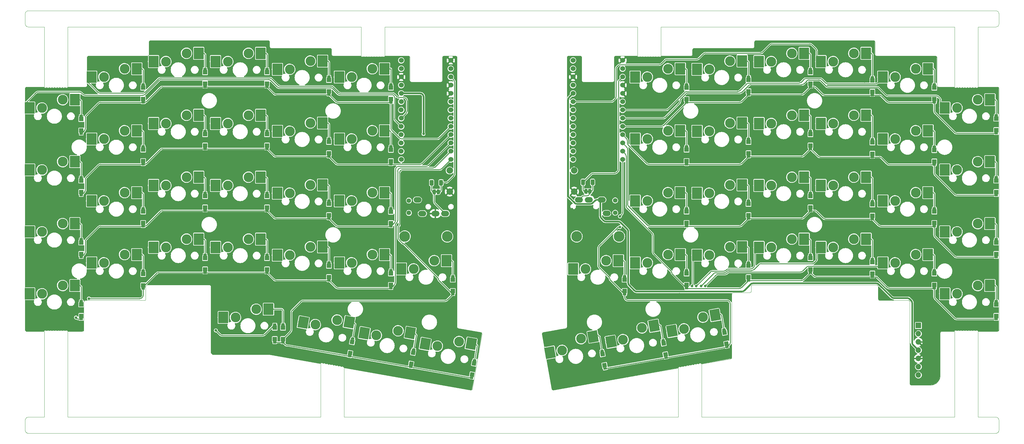
<source format=gbl>
G04 #@! TF.GenerationSoftware,KiCad,Pcbnew,7.0.6*
G04 #@! TF.CreationDate,2024-01-13T20:54:37+09:00*
G04 #@! TF.ProjectId,SumNight57,53756d4e-6967-4687-9435-372e6b696361,rev?*
G04 #@! TF.SameCoordinates,Original*
G04 #@! TF.FileFunction,Copper,L2,Bot*
G04 #@! TF.FilePolarity,Positive*
%FSLAX46Y46*%
G04 Gerber Fmt 4.6, Leading zero omitted, Abs format (unit mm)*
G04 Created by KiCad (PCBNEW 7.0.6) date 2024-01-13 20:54:37*
%MOMM*%
%LPD*%
G01*
G04 APERTURE LIST*
G04 Aperture macros list*
%AMRoundRect*
0 Rectangle with rounded corners*
0 $1 Rounding radius*
0 $2 $3 $4 $5 $6 $7 $8 $9 X,Y pos of 4 corners*
0 Add a 4 corners polygon primitive as box body*
4,1,4,$2,$3,$4,$5,$6,$7,$8,$9,$2,$3,0*
0 Add four circle primitives for the rounded corners*
1,1,$1+$1,$2,$3*
1,1,$1+$1,$4,$5*
1,1,$1+$1,$6,$7*
1,1,$1+$1,$8,$9*
0 Add four rect primitives between the rounded corners*
20,1,$1+$1,$2,$3,$4,$5,0*
20,1,$1+$1,$4,$5,$6,$7,0*
20,1,$1+$1,$6,$7,$8,$9,0*
20,1,$1+$1,$8,$9,$2,$3,0*%
%AMFreePoly0*
4,1,5,0.300000,-0.500000,-0.300000,-0.500000,-0.300000,0.500000,0.300000,0.500000,0.300000,-0.500000,0.300000,-0.500000,$1*%
%AMFreePoly1*
4,1,5,0.700000,-0.650000,-0.700000,-0.650000,-0.700000,0.650000,0.700000,0.650000,0.700000,-0.650000,0.700000,-0.650000,$1*%
%AMFreePoly2*
4,1,19,0.500000,-0.750000,0.000000,-0.750000,0.000000,-0.744911,-0.071157,-0.744911,-0.207708,-0.704816,-0.327430,-0.627875,-0.420627,-0.520320,-0.479746,-0.390866,-0.500000,-0.250000,-0.500000,0.250000,-0.479746,0.390866,-0.420627,0.520320,-0.327430,0.627875,-0.207708,0.704816,-0.071157,0.744911,0.000000,0.744911,0.000000,0.750000,0.500000,0.750000,0.500000,-0.750000,0.500000,-0.750000,
$1*%
%AMFreePoly3*
4,1,19,0.000000,0.744911,0.071157,0.744911,0.207708,0.704816,0.327430,0.627875,0.420627,0.520320,0.479746,0.390866,0.500000,0.250000,0.500000,-0.250000,0.479746,-0.390866,0.420627,-0.520320,0.327430,-0.627875,0.207708,-0.704816,0.071157,-0.744911,0.000000,-0.744911,0.000000,-0.750000,-0.500000,-0.750000,-0.500000,0.750000,0.000000,0.750000,0.000000,0.744911,0.000000,0.744911,
$1*%
G04 Aperture macros list end*
G04 #@! TA.AperFunction,ComponentPad*
%ADD10R,1.700000X1.700000*%
G04 #@! TD*
G04 #@! TA.AperFunction,ComponentPad*
%ADD11O,1.700000X1.700000*%
G04 #@! TD*
G04 #@! TA.AperFunction,ComponentPad*
%ADD12C,1.397000*%
G04 #@! TD*
G04 #@! TA.AperFunction,ComponentPad*
%ADD13C,3.300000*%
G04 #@! TD*
G04 #@! TA.AperFunction,ComponentPad*
%ADD14O,2.500000X1.700000*%
G04 #@! TD*
G04 #@! TA.AperFunction,ComponentPad*
%ADD15C,1.524000*%
G04 #@! TD*
G04 #@! TA.AperFunction,ComponentPad*
%ADD16C,2.000000*%
G04 #@! TD*
G04 #@! TA.AperFunction,WasherPad*
%ADD17C,3.000000*%
G04 #@! TD*
G04 #@! TA.AperFunction,ComponentPad*
%ADD18C,0.500000*%
G04 #@! TD*
G04 #@! TA.AperFunction,SMDPad,CuDef*
%ADD19C,1.000000*%
G04 #@! TD*
G04 #@! TA.AperFunction,SMDPad,CuDef*
%ADD20RoundRect,0.087143X1.437857X1.662857X-1.437857X1.662857X-1.437857X-1.662857X1.437857X-1.662857X0*%
G04 #@! TD*
G04 #@! TA.AperFunction,SMDPad,CuDef*
%ADD21RoundRect,0.250000X1.025000X1.000000X-1.025000X1.000000X-1.025000X-1.000000X1.025000X-1.000000X0*%
G04 #@! TD*
G04 #@! TA.AperFunction,SMDPad,CuDef*
%ADD22RoundRect,0.250000X-1.025000X-1.000000X1.025000X-1.000000X1.025000X1.000000X-1.025000X1.000000X0*%
G04 #@! TD*
G04 #@! TA.AperFunction,SMDPad,CuDef*
%ADD23RoundRect,0.087143X-1.437857X-1.662857X1.437857X-1.662857X1.437857X1.662857X-1.437857X1.662857X0*%
G04 #@! TD*
G04 #@! TA.AperFunction,SMDPad,CuDef*
%ADD24FreePoly0,90.000000*%
G04 #@! TD*
G04 #@! TA.AperFunction,SMDPad,CuDef*
%ADD25FreePoly1,270.000000*%
G04 #@! TD*
G04 #@! TA.AperFunction,SMDPad,CuDef*
%ADD26RoundRect,0.250000X0.312500X0.625000X-0.312500X0.625000X-0.312500X-0.625000X0.312500X-0.625000X0*%
G04 #@! TD*
G04 #@! TA.AperFunction,SMDPad,CuDef*
%ADD27FreePoly0,80.000000*%
G04 #@! TD*
G04 #@! TA.AperFunction,SMDPad,CuDef*
%ADD28FreePoly1,260.000000*%
G04 #@! TD*
G04 #@! TA.AperFunction,SMDPad,CuDef*
%ADD29RoundRect,0.087143X1.704765X1.387913X-1.127261X1.887276X-1.704765X-1.387913X1.127261X-1.887276X0*%
G04 #@! TD*
G04 #@! TA.AperFunction,SMDPad,CuDef*
%ADD30RoundRect,0.250000X1.183076X0.806818X-0.835780X1.162797X-1.183076X-0.806818X0.835780X-1.162797X0*%
G04 #@! TD*
G04 #@! TA.AperFunction,SMDPad,CuDef*
%ADD31RoundRect,0.250000X-1.183076X-0.806818X0.835780X-1.162797X1.183076X0.806818X-0.835780X1.162797X0*%
G04 #@! TD*
G04 #@! TA.AperFunction,SMDPad,CuDef*
%ADD32RoundRect,0.087143X-1.704765X-1.387913X1.127261X-1.887276X1.704765X1.387913X-1.127261X1.887276X0*%
G04 #@! TD*
G04 #@! TA.AperFunction,SMDPad,CuDef*
%ADD33FreePoly0,100.000000*%
G04 #@! TD*
G04 #@! TA.AperFunction,SMDPad,CuDef*
%ADD34FreePoly1,280.000000*%
G04 #@! TD*
G04 #@! TA.AperFunction,SMDPad,CuDef*
%ADD35FreePoly2,180.000000*%
G04 #@! TD*
G04 #@! TA.AperFunction,SMDPad,CuDef*
%ADD36FreePoly3,180.000000*%
G04 #@! TD*
G04 #@! TA.AperFunction,SMDPad,CuDef*
%ADD37RoundRect,0.087143X1.127261X1.887276X-1.704765X1.387913X-1.127261X-1.887276X1.704765X-1.387913X0*%
G04 #@! TD*
G04 #@! TA.AperFunction,SMDPad,CuDef*
%ADD38RoundRect,0.250000X0.835780X1.162797X-1.183076X0.806818X-0.835780X-1.162797X1.183076X-0.806818X0*%
G04 #@! TD*
G04 #@! TA.AperFunction,SMDPad,CuDef*
%ADD39RoundRect,0.250000X-0.835780X-1.162797X1.183076X-0.806818X0.835780X1.162797X-1.183076X0.806818X0*%
G04 #@! TD*
G04 #@! TA.AperFunction,SMDPad,CuDef*
%ADD40RoundRect,0.087143X-1.127261X-1.887276X1.704765X-1.387913X1.127261X1.887276X-1.704765X1.387913X0*%
G04 #@! TD*
G04 #@! TA.AperFunction,SMDPad,CuDef*
%ADD41RoundRect,0.250000X-0.312500X-0.625000X0.312500X-0.625000X0.312500X0.625000X-0.312500X0.625000X0*%
G04 #@! TD*
G04 #@! TA.AperFunction,SMDPad,CuDef*
%ADD42FreePoly2,0.000000*%
G04 #@! TD*
G04 #@! TA.AperFunction,SMDPad,CuDef*
%ADD43FreePoly3,0.000000*%
G04 #@! TD*
G04 #@! TA.AperFunction,ViaPad*
%ADD44C,0.800000*%
G04 #@! TD*
G04 #@! TA.AperFunction,Conductor*
%ADD45C,0.250000*%
G04 #@! TD*
G04 #@! TA.AperFunction,Conductor*
%ADD46C,0.500000*%
G04 #@! TD*
G04 #@! TA.AperFunction,Profile*
%ADD47C,0.105833*%
G04 #@! TD*
G04 APERTURE END LIST*
G04 #@! TA.AperFunction,EtchedComponent*
G36*
X181187974Y-100969894D02*
G01*
X180687974Y-100969894D01*
X180687974Y-100369894D01*
X181187974Y-100369894D01*
X181187974Y-100969894D01*
G37*
G04 #@! TD.AperFunction*
G04 #@! TA.AperFunction,EtchedComponent*
G36*
X134578974Y-101096894D02*
G01*
X134078974Y-101096894D01*
X134078974Y-100496894D01*
X134578974Y-100496894D01*
X134578974Y-101096894D01*
G37*
G04 #@! TD.AperFunction*
D10*
X282615974Y-141913644D03*
D11*
X282615974Y-144453644D03*
X282615974Y-146993644D03*
X282615974Y-149533644D03*
X282615974Y-152073644D03*
X282615974Y-154613644D03*
X282615974Y-157153644D03*
D12*
X125894974Y-103479894D03*
X189355974Y-103429894D03*
D13*
X177479974Y-114529894D03*
X190529974Y-114529894D03*
D14*
X181215974Y-103229894D03*
X178215974Y-103229894D03*
X186715974Y-107429894D03*
X185215974Y-103229894D03*
D13*
X137679974Y-114529894D03*
D15*
X138774974Y-62919894D03*
X138774974Y-65459894D03*
X138774974Y-67999894D03*
X138774974Y-70539894D03*
X138774974Y-73079894D03*
X138784974Y-75619894D03*
X138774974Y-78159894D03*
X138774974Y-80699894D03*
X138784974Y-83239894D03*
X138784974Y-85779894D03*
X138784974Y-88319894D03*
X138774974Y-90859894D03*
X123534974Y-90859894D03*
X123524974Y-88319894D03*
X123524974Y-85779894D03*
X123524974Y-83239894D03*
X123524974Y-80699894D03*
X123534974Y-78159894D03*
X123524974Y-75619894D03*
X123534974Y-73079894D03*
X123534974Y-70539894D03*
X123534974Y-67999894D03*
X123534974Y-65459894D03*
X123534974Y-62919894D03*
X123534974Y-60379894D03*
X138774974Y-60379894D03*
D12*
X189355974Y-107229895D03*
D15*
X191624974Y-62919894D03*
X191624974Y-65459894D03*
X191624974Y-67999894D03*
X191624974Y-70539894D03*
X191624974Y-73079894D03*
X191634974Y-75619894D03*
X191624974Y-78159894D03*
X191624974Y-80699894D03*
X191634974Y-83239894D03*
X191634974Y-85779894D03*
X191634974Y-88319894D03*
X191624974Y-90859894D03*
X176384974Y-90859894D03*
X176374974Y-88319894D03*
X176374974Y-85779894D03*
X176374974Y-83239894D03*
X176374974Y-80699894D03*
X176384974Y-78159894D03*
X176374974Y-75619894D03*
X176384974Y-73079894D03*
X176384974Y-70539894D03*
X176384974Y-67999894D03*
X176384974Y-65459894D03*
X176384974Y-62919894D03*
X176384974Y-60379894D03*
X191624974Y-60379894D03*
D14*
X134034974Y-107479894D03*
X137034974Y-107479894D03*
X128534974Y-103279894D03*
X130034974Y-107479894D03*
D16*
X176715974Y-94229894D03*
X176715974Y-100729894D03*
D13*
X124629974Y-114529894D03*
D12*
X125894974Y-107279894D03*
D16*
X138434974Y-94229894D03*
X138434974Y-100729894D03*
D17*
X70194974Y-117871144D03*
X76544974Y-115331144D03*
D18*
X65144974Y-116371144D03*
X65144974Y-119371144D03*
D19*
X65369974Y-117871144D03*
D20*
X66419974Y-117871144D03*
D21*
X66619974Y-117871144D03*
D22*
X80119974Y-115331144D03*
D23*
X80319974Y-115331144D03*
D19*
X81394974Y-115331144D03*
D18*
X81594974Y-113831144D03*
X81594974Y-116831144D03*
D17*
X199244974Y-103583644D03*
X205594974Y-101043644D03*
D18*
X194194974Y-102083644D03*
X194194974Y-105083644D03*
D19*
X194419974Y-103583644D03*
D20*
X195469974Y-103583644D03*
D21*
X195669974Y-103583644D03*
D22*
X209169974Y-101043644D03*
D23*
X209369974Y-101043644D03*
D19*
X210444974Y-101043644D03*
D18*
X210644974Y-99543644D03*
X210644974Y-102543644D03*
D24*
X230367474Y-70892394D03*
D25*
X230367474Y-69917394D03*
X230367474Y-66367394D03*
D24*
X230367474Y-65392394D03*
X120367474Y-73273644D03*
D25*
X120367474Y-72298644D03*
X120367474Y-68748644D03*
D24*
X120367474Y-67773644D03*
D17*
X237344974Y-98821144D03*
X243694974Y-96281144D03*
D18*
X232294974Y-97321144D03*
X232294974Y-100321144D03*
D19*
X232519974Y-98821144D03*
D20*
X233569974Y-98821144D03*
D21*
X233769974Y-98821144D03*
D22*
X247269974Y-96281144D03*
D23*
X247469974Y-96281144D03*
D19*
X248544974Y-96281144D03*
D18*
X248744974Y-94781144D03*
X248744974Y-97781144D03*
D17*
X294494974Y-75008644D03*
X300844974Y-72468644D03*
D18*
X289444974Y-73508644D03*
X289444974Y-76508644D03*
D19*
X289669974Y-75008644D03*
D20*
X290719974Y-75008644D03*
D21*
X290919974Y-75008644D03*
D22*
X304419974Y-72468644D03*
D23*
X304619974Y-72468644D03*
D19*
X305694974Y-72468644D03*
D18*
X305894974Y-70968644D03*
X305894974Y-73968644D03*
D26*
X135791474Y-97986894D03*
X132866474Y-97986894D03*
D27*
X126421045Y-154700020D03*
D28*
X126590351Y-153739833D03*
X127206803Y-150243765D03*
D27*
X127376109Y-149283578D03*
D17*
X97124430Y-141624111D03*
X103819025Y-140225365D03*
D18*
X92411623Y-139269976D03*
X91890678Y-142224399D03*
D19*
X92372732Y-140786258D03*
D29*
X93406781Y-140968589D03*
D30*
X93603742Y-141003319D03*
D31*
X107339713Y-140846157D03*
D32*
X107536675Y-140880887D03*
D19*
X108595343Y-141067559D03*
D18*
X109052777Y-139625077D03*
X108531832Y-142579500D03*
D24*
X25117474Y-82928644D03*
D25*
X25117474Y-81953644D03*
X25117474Y-78403644D03*
D24*
X25117474Y-77428644D03*
X120367474Y-130423644D03*
D25*
X120367474Y-129448644D03*
X120367474Y-125898644D03*
D24*
X120367474Y-124923644D03*
D33*
X223772865Y-148522843D03*
D34*
X223603559Y-147562656D03*
X222987107Y-144066588D03*
D33*
X222817801Y-143106401D03*
D17*
X51144974Y-60721144D03*
X57494974Y-58181144D03*
D18*
X46094974Y-59221144D03*
X46094974Y-62221144D03*
D19*
X46319974Y-60721144D03*
D20*
X47369974Y-60721144D03*
D21*
X47569974Y-60721144D03*
D22*
X61069974Y-58181144D03*
D23*
X61269974Y-58181144D03*
D19*
X62344974Y-58181144D03*
D18*
X62544974Y-56681144D03*
X62544974Y-59681144D03*
D17*
X127344974Y-124514894D03*
X133694974Y-121974894D03*
D18*
X122294974Y-123014894D03*
X122294974Y-126014894D03*
D19*
X122519974Y-124514894D03*
D20*
X123569974Y-124514894D03*
D21*
X123769974Y-124514894D03*
D22*
X137269974Y-121974894D03*
D23*
X137469974Y-121974894D03*
D19*
X138544974Y-121974894D03*
D18*
X138744974Y-120474894D03*
X138744974Y-123474894D03*
D17*
X72575974Y-139437644D03*
X78925974Y-136897644D03*
D18*
X67525974Y-137937644D03*
X67525974Y-140937644D03*
D19*
X67750974Y-139437644D03*
D20*
X68800974Y-139437644D03*
D21*
X69000974Y-139437644D03*
D22*
X82500974Y-136897644D03*
D23*
X82700974Y-136897644D03*
D19*
X83775974Y-136897644D03*
D18*
X83975974Y-135397644D03*
X83975974Y-138397644D03*
D24*
X230367474Y-128042394D03*
D25*
X230367474Y-127067394D03*
X230367474Y-123517394D03*
D24*
X230367474Y-122542394D03*
X25117474Y-101848644D03*
D25*
X25117474Y-100873644D03*
X25117474Y-97323644D03*
D24*
X25117474Y-96348644D03*
X87188474Y-147092394D03*
D25*
X87188474Y-146117394D03*
X87188474Y-142567394D03*
D24*
X87188474Y-141592394D03*
D17*
X32094974Y-122633644D03*
X38444974Y-120093644D03*
D18*
X27044974Y-121133644D03*
X27044974Y-124133644D03*
D19*
X27269974Y-122633644D03*
D20*
X28319974Y-122633644D03*
D21*
X28519974Y-122633644D03*
D22*
X42019974Y-120093644D03*
D23*
X42219974Y-120093644D03*
D19*
X43294974Y-120093644D03*
D18*
X43494974Y-118593644D03*
X43494974Y-121593644D03*
D24*
X287517474Y-130423644D03*
D25*
X287517474Y-129448644D03*
X287517474Y-125898644D03*
D24*
X287517474Y-124923644D03*
D17*
X13044974Y-75008644D03*
X19394974Y-72468644D03*
D18*
X7994974Y-73508644D03*
X7994974Y-76508644D03*
D19*
X8219974Y-75008644D03*
D20*
X9269974Y-75008644D03*
D21*
X9469974Y-75008644D03*
D22*
X22969974Y-72468644D03*
D23*
X23169974Y-72468644D03*
D19*
X24244974Y-72468644D03*
D18*
X24444974Y-70968644D03*
X24444974Y-73968644D03*
D17*
X32094974Y-65483644D03*
X38444974Y-62943644D03*
D18*
X27044974Y-63983644D03*
X27044974Y-66983644D03*
D19*
X27269974Y-65483644D03*
D20*
X28319974Y-65483644D03*
D21*
X28519974Y-65483644D03*
D22*
X42019974Y-62943644D03*
D23*
X42219974Y-62943644D03*
D19*
X43294974Y-62943644D03*
D18*
X43494974Y-61443644D03*
X43494974Y-64443644D03*
D24*
X287517474Y-92453644D03*
D25*
X287517474Y-91478644D03*
X287517474Y-87928644D03*
D24*
X287517474Y-86953644D03*
X82267474Y-106611144D03*
D25*
X82267474Y-105636144D03*
X82267474Y-102086144D03*
D24*
X82267474Y-101111144D03*
X249417474Y-87561144D03*
D25*
X249417474Y-86586144D03*
X249417474Y-83036144D03*
D24*
X249417474Y-82061144D03*
D17*
X275444974Y-84533644D03*
X281794974Y-81993644D03*
D18*
X270394974Y-83033644D03*
X270394974Y-86033644D03*
D19*
X270619974Y-84533644D03*
D20*
X271669974Y-84533644D03*
D21*
X271869974Y-84533644D03*
D22*
X285369974Y-81993644D03*
D23*
X285569974Y-81993644D03*
D19*
X286644974Y-81993644D03*
D18*
X286844974Y-80493644D03*
X286844974Y-83493644D03*
D17*
X218294974Y-101202394D03*
X224644974Y-98662394D03*
D18*
X213244974Y-99702394D03*
X213244974Y-102702394D03*
D19*
X213469974Y-101202394D03*
D20*
X214519974Y-101202394D03*
D21*
X214719974Y-101202394D03*
D22*
X228219974Y-98662394D03*
D23*
X228419974Y-98662394D03*
D19*
X229494974Y-98662394D03*
D18*
X229694974Y-97162394D03*
X229694974Y-100162394D03*
D35*
X181587974Y-100669894D03*
D36*
X180287974Y-100669894D03*
D24*
X101317474Y-70892394D03*
D25*
X101317474Y-69917394D03*
X101317474Y-66367394D03*
D24*
X101317474Y-65392394D03*
X249417474Y-68511144D03*
D25*
X249417474Y-67536144D03*
X249417474Y-63986144D03*
D24*
X249417474Y-63011144D03*
D17*
X256394974Y-117871144D03*
X262744974Y-115331144D03*
D18*
X251344974Y-116371144D03*
X251344974Y-119371144D03*
D19*
X251569974Y-117871144D03*
D20*
X252619974Y-117871144D03*
D21*
X252819974Y-117871144D03*
D22*
X266319974Y-115331144D03*
D23*
X266519974Y-115331144D03*
D19*
X267594974Y-115331144D03*
D18*
X267794974Y-113831144D03*
X267794974Y-116831144D03*
D24*
X63217474Y-106611144D03*
D25*
X63217474Y-105636144D03*
X63217474Y-102086144D03*
D24*
X63217474Y-101111144D03*
X63217474Y-87561144D03*
D25*
X63217474Y-86586144D03*
X63217474Y-83036144D03*
D24*
X63217474Y-82061144D03*
X287517474Y-111373644D03*
D25*
X287517474Y-110398644D03*
X287517474Y-106848644D03*
D24*
X287517474Y-105873644D03*
D27*
X145182077Y-158008132D03*
D28*
X145351383Y-157047945D03*
X145967835Y-153551877D03*
D27*
X146137141Y-152591690D03*
D17*
X51144974Y-79771144D03*
X57494974Y-77231144D03*
D18*
X46094974Y-78271144D03*
X46094974Y-81271144D03*
D19*
X46319974Y-79771144D03*
D20*
X47369974Y-79771144D03*
D21*
X47569974Y-79771144D03*
D22*
X61069974Y-77231144D03*
D23*
X61269974Y-77231144D03*
D19*
X62344974Y-77231144D03*
D18*
X62544974Y-75731144D03*
X62544974Y-78731144D03*
D17*
X237344974Y-79771144D03*
X243694974Y-77231144D03*
D18*
X232294974Y-78271144D03*
X232294974Y-81271144D03*
D19*
X232519974Y-79771144D03*
D20*
X233569974Y-79771144D03*
D21*
X233769974Y-79771144D03*
D22*
X247269974Y-77231144D03*
D23*
X247469974Y-77231144D03*
D19*
X248544974Y-77231144D03*
D18*
X248744974Y-75731144D03*
X248744974Y-78731144D03*
D17*
X199244974Y-122633644D03*
X205594974Y-120093644D03*
D18*
X194194974Y-121133644D03*
X194194974Y-124133644D03*
D19*
X194419974Y-122633644D03*
D20*
X195469974Y-122633644D03*
D21*
X195669974Y-122633644D03*
D22*
X209169974Y-120093644D03*
D23*
X209369974Y-120093644D03*
D19*
X210444974Y-120093644D03*
D18*
X210644974Y-118593644D03*
X210644974Y-121593644D03*
D17*
X108294974Y-122633644D03*
X114644974Y-120093644D03*
D18*
X103244974Y-121133644D03*
X103244974Y-124133644D03*
D19*
X103469974Y-122633644D03*
D20*
X104519974Y-122633644D03*
D21*
X104719974Y-122633644D03*
D22*
X118219974Y-120093644D03*
D23*
X118419974Y-120093644D03*
D19*
X119494974Y-120093644D03*
D18*
X119694974Y-118593644D03*
X119694974Y-121593644D03*
D17*
X108294974Y-84533644D03*
X114644974Y-81993644D03*
D18*
X103244974Y-83033644D03*
X103244974Y-86033644D03*
D19*
X103469974Y-84533644D03*
D20*
X104519974Y-84533644D03*
D21*
X104719974Y-84533644D03*
D22*
X118219974Y-81993644D03*
D23*
X118419974Y-81993644D03*
D19*
X119494974Y-81993644D03*
D18*
X119694974Y-80493644D03*
X119694974Y-83493644D03*
D24*
X230367474Y-89942394D03*
D25*
X230367474Y-88967394D03*
X230367474Y-85417394D03*
D24*
X230367474Y-84442394D03*
X25117474Y-120898644D03*
D25*
X25117474Y-119923644D03*
X25117474Y-116373644D03*
D24*
X25117474Y-115398644D03*
X44167474Y-130553644D03*
D25*
X44167474Y-129578644D03*
X44167474Y-126028644D03*
D24*
X44167474Y-125053644D03*
D17*
X294494974Y-132158644D03*
X300844974Y-129618644D03*
D18*
X289444974Y-130658644D03*
X289444974Y-133658644D03*
D19*
X289669974Y-132158644D03*
D20*
X290719974Y-132158644D03*
D21*
X290919974Y-132158644D03*
D22*
X304419974Y-129618644D03*
D23*
X304619974Y-129618644D03*
D19*
X305694974Y-129618644D03*
D18*
X305894974Y-128118644D03*
X305894974Y-131118644D03*
D24*
X25117474Y-139948644D03*
D25*
X25117474Y-138973644D03*
X25117474Y-135423644D03*
D24*
X25117474Y-134448644D03*
D17*
X275444974Y-65483644D03*
X281794974Y-62943644D03*
D18*
X270394974Y-63983644D03*
X270394974Y-66983644D03*
D19*
X270619974Y-65483644D03*
D20*
X271669974Y-65483644D03*
D21*
X271869974Y-65483644D03*
D22*
X285369974Y-62943644D03*
D23*
X285569974Y-62943644D03*
D19*
X286644974Y-62943644D03*
D18*
X286844974Y-61443644D03*
X286844974Y-64443644D03*
D17*
X237344974Y-117871144D03*
X243694974Y-115331144D03*
D18*
X232294974Y-116371144D03*
X232294974Y-119371144D03*
D19*
X232519974Y-117871144D03*
D20*
X233569974Y-117871144D03*
D21*
X233769974Y-117871144D03*
D22*
X247269974Y-115331144D03*
D23*
X247469974Y-115331144D03*
D19*
X248544974Y-115331144D03*
D18*
X248744974Y-113831144D03*
X248744974Y-116831144D03*
D17*
X51144974Y-117871144D03*
X57494974Y-115331144D03*
D18*
X46094974Y-116371144D03*
X46094974Y-119371144D03*
D19*
X46319974Y-117871144D03*
D20*
X47369974Y-117871144D03*
D21*
X47569974Y-117871144D03*
D22*
X61069974Y-115331144D03*
D23*
X61269974Y-115331144D03*
D19*
X62344974Y-115331144D03*
D18*
X62544974Y-113831144D03*
X62544974Y-116831144D03*
D24*
X211317474Y-130423644D03*
D25*
X211317474Y-129448644D03*
X211317474Y-125898644D03*
D24*
X211317474Y-124923644D03*
D17*
X210531055Y-142947558D03*
X216343518Y-139343480D03*
D18*
X205297304Y-142347270D03*
X205818248Y-145301693D03*
D19*
X205779358Y-143785410D03*
D37*
X206813406Y-143603080D03*
D38*
X207010367Y-143568350D03*
D39*
X219864206Y-138722688D03*
D40*
X220061167Y-138687958D03*
D19*
X221119836Y-138501287D03*
D18*
X221056325Y-136989345D03*
X221577269Y-139943769D03*
D17*
X275444974Y-122633644D03*
X281794974Y-120093644D03*
D18*
X270394974Y-121133644D03*
X270394974Y-124133644D03*
D19*
X270619974Y-122633644D03*
D20*
X271669974Y-122633644D03*
D21*
X271869974Y-122633644D03*
D22*
X285369974Y-120093644D03*
D23*
X285569974Y-120093644D03*
D19*
X286644974Y-120093644D03*
D18*
X286844974Y-118593644D03*
X286844974Y-121593644D03*
D17*
X199244974Y-84533644D03*
X205594974Y-81993644D03*
D18*
X194194974Y-83033644D03*
X194194974Y-86033644D03*
D19*
X194419974Y-84533644D03*
D20*
X195469974Y-84533644D03*
D21*
X195669974Y-84533644D03*
D22*
X209169974Y-81993644D03*
D23*
X209369974Y-81993644D03*
D19*
X210444974Y-81993644D03*
D18*
X210644974Y-80493644D03*
X210644974Y-83493644D03*
D17*
X218294974Y-82152394D03*
X224644974Y-79612394D03*
D18*
X213244974Y-80652394D03*
X213244974Y-83652394D03*
D19*
X213469974Y-82152394D03*
D20*
X214519974Y-82152394D03*
D21*
X214719974Y-82152394D03*
D22*
X228219974Y-79612394D03*
D23*
X228419974Y-79612394D03*
D19*
X229494974Y-79612394D03*
D18*
X229694974Y-78112394D03*
X229694974Y-81112394D03*
D24*
X306567474Y-82798644D03*
D25*
X306567474Y-81823644D03*
X306567474Y-78273644D03*
D24*
X306567474Y-77298644D03*
X63217474Y-125661144D03*
D25*
X63217474Y-124686144D03*
X63217474Y-121136144D03*
D24*
X63217474Y-120161144D03*
D17*
X89244974Y-101202394D03*
X95594974Y-98662394D03*
D18*
X84194974Y-99702394D03*
X84194974Y-102702394D03*
D19*
X84419974Y-101202394D03*
D20*
X85469974Y-101202394D03*
D21*
X85669974Y-101202394D03*
D22*
X99169974Y-98662394D03*
D23*
X99369974Y-98662394D03*
D19*
X100444974Y-98662394D03*
D18*
X100644974Y-97162394D03*
X100644974Y-100162394D03*
D17*
X294494974Y-113108644D03*
X300844974Y-110568644D03*
D18*
X289444974Y-111608644D03*
X289444974Y-114608644D03*
D19*
X289669974Y-113108644D03*
D20*
X290719974Y-113108644D03*
D21*
X290919974Y-113108644D03*
D22*
X304419974Y-110568644D03*
D23*
X304619974Y-110568644D03*
D19*
X305694974Y-110568644D03*
D18*
X305894974Y-109068644D03*
X305894974Y-112068644D03*
D17*
X237344974Y-60721144D03*
X243694974Y-58181144D03*
D18*
X232294974Y-59221144D03*
X232294974Y-62221144D03*
D19*
X232519974Y-60721144D03*
D20*
X233569974Y-60721144D03*
D21*
X233769974Y-60721144D03*
D22*
X247269974Y-58181144D03*
D23*
X247469974Y-58181144D03*
D19*
X248544974Y-58181144D03*
D18*
X248744974Y-56681144D03*
X248744974Y-59681144D03*
D17*
X89244974Y-63102394D03*
X95594974Y-60562394D03*
D18*
X84194974Y-61602394D03*
X84194974Y-64602394D03*
D19*
X84419974Y-63102394D03*
D20*
X85469974Y-63102394D03*
D21*
X85669974Y-63102394D03*
D22*
X99169974Y-60562394D03*
D23*
X99369974Y-60562394D03*
D19*
X100444974Y-60562394D03*
D18*
X100644974Y-59062394D03*
X100644974Y-62062394D03*
D17*
X256394974Y-98821144D03*
X262744974Y-96281144D03*
D18*
X251344974Y-97321144D03*
X251344974Y-100321144D03*
D19*
X251569974Y-98821144D03*
D20*
X252619974Y-98821144D03*
D21*
X252819974Y-98821144D03*
D22*
X266319974Y-96281144D03*
D23*
X266519974Y-96281144D03*
D19*
X267594974Y-96281144D03*
D18*
X267794974Y-94781144D03*
X267794974Y-97781144D03*
D17*
X13044974Y-132158644D03*
X19394974Y-129618644D03*
D18*
X7994974Y-130658644D03*
X7994974Y-133658644D03*
D19*
X8219974Y-132158644D03*
D20*
X9269974Y-132158644D03*
D21*
X9469974Y-132158644D03*
D22*
X22969974Y-129618644D03*
D23*
X23169974Y-129618644D03*
D19*
X24244974Y-129618644D03*
D18*
X24444974Y-128118644D03*
X24444974Y-131118644D03*
D24*
X101317474Y-108992394D03*
D25*
X101317474Y-108017394D03*
X101317474Y-104467394D03*
D24*
X101317474Y-103492394D03*
X82267474Y-87561144D03*
D25*
X82267474Y-86586144D03*
X82267474Y-83036144D03*
D24*
X82267474Y-82061144D03*
D17*
X108294974Y-103583644D03*
X114644974Y-101043644D03*
D18*
X103244974Y-102083644D03*
X103244974Y-105083644D03*
D19*
X103469974Y-103583644D03*
D20*
X104519974Y-103583644D03*
D21*
X104719974Y-103583644D03*
D22*
X118219974Y-101043644D03*
D23*
X118419974Y-101043644D03*
D19*
X119494974Y-101043644D03*
D18*
X119694974Y-99543644D03*
X119694974Y-102543644D03*
D24*
X44167474Y-73273644D03*
D25*
X44167474Y-72298644D03*
X44167474Y-68748644D03*
D24*
X44167474Y-67773644D03*
D17*
X294494974Y-94058644D03*
X300844974Y-91518644D03*
D18*
X289444974Y-92558644D03*
X289444974Y-95558644D03*
D19*
X289669974Y-94058644D03*
D20*
X290719974Y-94058644D03*
D21*
X290919974Y-94058644D03*
D22*
X304419974Y-91518644D03*
D23*
X304619974Y-91518644D03*
D19*
X305694974Y-91518644D03*
D18*
X305894974Y-90018644D03*
X305894974Y-93018644D03*
D17*
X32094974Y-84533644D03*
X38444974Y-81993644D03*
D18*
X27044974Y-83033644D03*
X27044974Y-86033644D03*
D19*
X27269974Y-84533644D03*
D20*
X28319974Y-84533644D03*
D21*
X28519974Y-84533644D03*
D22*
X42019974Y-81993644D03*
D23*
X42219974Y-81993644D03*
D19*
X43294974Y-81993644D03*
D18*
X43494974Y-80493644D03*
X43494974Y-83493644D03*
D24*
X306567474Y-101848644D03*
D25*
X306567474Y-100873644D03*
X306567474Y-97323644D03*
D24*
X306567474Y-96348644D03*
X82267474Y-68511144D03*
D25*
X82267474Y-67536144D03*
X82267474Y-63986144D03*
D24*
X82267474Y-63011144D03*
D17*
X275444974Y-103583644D03*
X281794974Y-101043644D03*
D18*
X270394974Y-102083644D03*
X270394974Y-105083644D03*
D19*
X270619974Y-103583644D03*
D20*
X271669974Y-103583644D03*
D21*
X271869974Y-103583644D03*
D22*
X285369974Y-101043644D03*
D23*
X285569974Y-101043644D03*
D19*
X286644974Y-101043644D03*
D18*
X286844974Y-99543644D03*
X286844974Y-102543644D03*
D41*
X179475474Y-97859894D03*
X182400474Y-97859894D03*
D24*
X230367474Y-108992394D03*
D25*
X230367474Y-108017394D03*
X230367474Y-104467394D03*
D24*
X230367474Y-103492394D03*
X306567474Y-139948644D03*
D25*
X306567474Y-138973644D03*
X306567474Y-135423644D03*
D24*
X306567474Y-134448644D03*
D17*
X89244974Y-120252394D03*
X95594974Y-117712394D03*
D18*
X84194974Y-118752394D03*
X84194974Y-121752394D03*
D19*
X84419974Y-120252394D03*
D20*
X85469974Y-120252394D03*
D21*
X85669974Y-120252394D03*
D22*
X99169974Y-117712394D03*
D23*
X99369974Y-117712394D03*
D19*
X100444974Y-117712394D03*
D18*
X100644974Y-116212394D03*
X100644974Y-119212394D03*
D24*
X211317474Y-92323644D03*
D25*
X211317474Y-91348644D03*
X211317474Y-87798644D03*
D24*
X211317474Y-86823644D03*
X101317474Y-89942394D03*
D25*
X101317474Y-88967394D03*
X101317474Y-85417394D03*
D24*
X101317474Y-84442394D03*
X63217474Y-68511144D03*
D25*
X63217474Y-67536144D03*
X63217474Y-63986144D03*
D24*
X63217474Y-63011144D03*
X287517474Y-73273644D03*
D25*
X287517474Y-72298644D03*
X287517474Y-68748644D03*
D24*
X287517474Y-67773644D03*
D17*
X256394974Y-60721144D03*
X262744974Y-58181144D03*
D18*
X251344974Y-59221144D03*
X251344974Y-62221144D03*
D19*
X251569974Y-60721144D03*
D20*
X252619974Y-60721144D03*
D21*
X252819974Y-60721144D03*
D22*
X266319974Y-58181144D03*
D23*
X266519974Y-58181144D03*
D19*
X267594974Y-58181144D03*
D18*
X267794974Y-56681144D03*
X267794974Y-59681144D03*
D33*
X186250863Y-155138848D03*
D34*
X186081557Y-154178661D03*
X185465105Y-150682593D03*
D33*
X185295799Y-149722406D03*
D17*
X115884672Y-144932001D03*
X122579267Y-143533255D03*
D18*
X111171865Y-142577866D03*
X110650920Y-145532289D03*
D19*
X111132974Y-144094148D03*
D29*
X112167023Y-144276479D03*
D30*
X112363984Y-144311209D03*
D31*
X126099955Y-144154047D03*
D32*
X126296917Y-144188777D03*
D19*
X127355585Y-144375449D03*
D18*
X127813019Y-142932967D03*
X127292074Y-145887390D03*
D24*
X139417474Y-132304894D03*
D25*
X139417474Y-131329894D03*
X139417474Y-127779894D03*
D24*
X139417474Y-126804894D03*
D17*
X218294974Y-120252394D03*
X224644974Y-117712394D03*
D18*
X213244974Y-118752394D03*
X213244974Y-121752394D03*
D19*
X213469974Y-120252394D03*
D20*
X214519974Y-120252394D03*
D21*
X214719974Y-120252394D03*
D22*
X228219974Y-117712394D03*
D23*
X228419974Y-117712394D03*
D19*
X229494974Y-117712394D03*
D18*
X229694974Y-116212394D03*
X229694974Y-119212394D03*
D24*
X44167474Y-111373644D03*
D25*
X44167474Y-110398644D03*
X44167474Y-106848644D03*
D24*
X44167474Y-105873644D03*
X82267474Y-125661144D03*
D25*
X82267474Y-124686144D03*
X82267474Y-121136144D03*
D24*
X82267474Y-120161144D03*
D17*
X218294974Y-63102394D03*
X224644974Y-60562394D03*
D18*
X213244974Y-61602394D03*
X213244974Y-64602394D03*
D19*
X213469974Y-63102394D03*
D20*
X214519974Y-63102394D03*
D21*
X214719974Y-63102394D03*
D22*
X228219974Y-60562394D03*
D23*
X228419974Y-60562394D03*
D19*
X229494974Y-60562394D03*
D18*
X229694974Y-59062394D03*
X229694974Y-62062394D03*
D27*
X107660803Y-151392131D03*
D28*
X107830109Y-150431944D03*
X108446561Y-146935876D03*
D27*
X108615867Y-145975689D03*
D17*
X70194974Y-98821144D03*
X76544974Y-96281144D03*
D18*
X65144974Y-97321144D03*
X65144974Y-100321144D03*
D19*
X65369974Y-98821144D03*
D20*
X66419974Y-98821144D03*
D21*
X66619974Y-98821144D03*
D22*
X80119974Y-96281144D03*
D23*
X80319974Y-96281144D03*
D19*
X81394974Y-96281144D03*
D18*
X81594974Y-94781144D03*
X81594974Y-97781144D03*
D17*
X13044974Y-94058644D03*
X19394974Y-91518644D03*
D18*
X7994974Y-92558644D03*
X7994974Y-95558644D03*
D19*
X8219974Y-94058644D03*
D20*
X9269974Y-94058644D03*
D21*
X9469974Y-94058644D03*
D22*
X22969974Y-91518644D03*
D23*
X23169974Y-91518644D03*
D19*
X24244974Y-91518644D03*
D18*
X24444974Y-90018644D03*
X24444974Y-93018644D03*
D24*
X306567474Y-120898644D03*
D25*
X306567474Y-119923644D03*
X306567474Y-116373644D03*
D24*
X306567474Y-115398644D03*
X84648474Y-147092394D03*
D25*
X84648474Y-146117394D03*
X84648474Y-142567394D03*
D24*
X84648474Y-141592394D03*
D17*
X180194974Y-124514894D03*
X186544974Y-121974894D03*
D18*
X175144974Y-123014894D03*
X175144974Y-126014894D03*
D19*
X175369974Y-124514894D03*
D20*
X176419974Y-124514894D03*
D21*
X176619974Y-124514894D03*
D22*
X190119974Y-121974894D03*
D23*
X190319974Y-121974894D03*
D19*
X191394974Y-121974894D03*
D18*
X191594974Y-120474894D03*
X191594974Y-123474894D03*
D24*
X268467474Y-71051144D03*
D25*
X268467474Y-70076144D03*
X268467474Y-66526144D03*
D24*
X268467474Y-65551144D03*
D17*
X70194974Y-79771144D03*
X76544974Y-77231144D03*
D18*
X65144974Y-78271144D03*
X65144974Y-81271144D03*
D19*
X65369974Y-79771144D03*
D20*
X66419974Y-79771144D03*
D21*
X66619974Y-79771144D03*
D22*
X80119974Y-77231144D03*
D23*
X80319974Y-77231144D03*
D19*
X81394974Y-77231144D03*
D18*
X81594974Y-75731144D03*
X81594974Y-78731144D03*
D17*
X89244974Y-82152394D03*
X95594974Y-79612394D03*
D18*
X84194974Y-80652394D03*
X84194974Y-83652394D03*
D19*
X84419974Y-82152394D03*
D20*
X85469974Y-82152394D03*
D21*
X85669974Y-82152394D03*
D22*
X99169974Y-79612394D03*
D23*
X99369974Y-79612394D03*
D19*
X100444974Y-79612394D03*
D18*
X100644974Y-78112394D03*
X100644974Y-81112394D03*
D17*
X51144974Y-98821144D03*
X57494974Y-96281144D03*
D18*
X46094974Y-97321144D03*
X46094974Y-100321144D03*
D19*
X46319974Y-98821144D03*
D20*
X47369974Y-98821144D03*
D21*
X47569974Y-98821144D03*
D22*
X61069974Y-96281144D03*
D23*
X61269974Y-96281144D03*
D19*
X62344974Y-96281144D03*
D18*
X62544974Y-94781144D03*
X62544974Y-97781144D03*
D33*
X205011895Y-151830735D03*
D34*
X204842589Y-150870548D03*
X204226137Y-147374480D03*
D33*
X204056831Y-146414293D03*
D17*
X32094974Y-103583644D03*
X38444974Y-101043644D03*
D18*
X27044974Y-102083644D03*
X27044974Y-105083644D03*
D19*
X27269974Y-103583644D03*
D20*
X28319974Y-103583644D03*
D21*
X28519974Y-103583644D03*
D22*
X42019974Y-101043644D03*
D23*
X42219974Y-101043644D03*
D19*
X43294974Y-101043644D03*
D18*
X43494974Y-99543644D03*
X43494974Y-102543644D03*
D24*
X268467474Y-90101144D03*
D25*
X268467474Y-89126144D03*
X268467474Y-85576144D03*
D24*
X268467474Y-84601144D03*
D42*
X133678974Y-100796894D03*
D43*
X134978974Y-100796894D03*
D24*
X120367474Y-92377394D03*
D25*
X120367474Y-91402394D03*
X120367474Y-87852394D03*
D24*
X120367474Y-86877394D03*
X211317474Y-73273644D03*
D25*
X211317474Y-72298644D03*
X211317474Y-68748644D03*
D24*
X211317474Y-67773644D03*
D17*
X13044974Y-113108644D03*
X19394974Y-110568644D03*
D18*
X7994974Y-111608644D03*
X7994974Y-114608644D03*
D19*
X8219974Y-113108644D03*
D20*
X9269974Y-113108644D03*
D21*
X9469974Y-113108644D03*
D22*
X22969974Y-110568644D03*
D23*
X23169974Y-110568644D03*
D19*
X24244974Y-110568644D03*
D18*
X24444974Y-109068644D03*
X24444974Y-112068644D03*
D17*
X256394974Y-79771144D03*
X262744974Y-77231144D03*
D18*
X251344974Y-78271144D03*
X251344974Y-81271144D03*
D19*
X251569974Y-79771144D03*
D20*
X252619974Y-79771144D03*
D21*
X252819974Y-79771144D03*
D22*
X266319974Y-77231144D03*
D23*
X266519974Y-77231144D03*
D19*
X267594974Y-77231144D03*
D18*
X267794974Y-75731144D03*
X267794974Y-78731144D03*
D24*
X192267474Y-132304894D03*
D25*
X192267474Y-131329894D03*
X192267474Y-127779894D03*
D24*
X192267474Y-126804894D03*
X268467474Y-109151144D03*
D25*
X268467474Y-108176144D03*
X268467474Y-104626144D03*
D24*
X268467474Y-103651144D03*
X249417474Y-106611144D03*
D25*
X249417474Y-105636144D03*
X249417474Y-102086144D03*
D24*
X249417474Y-101111144D03*
X44167474Y-92323644D03*
D25*
X44167474Y-91348644D03*
X44167474Y-87798644D03*
D24*
X44167474Y-86823644D03*
X268467474Y-126931144D03*
D25*
X268467474Y-125956144D03*
X268467474Y-122406144D03*
D24*
X268467474Y-121431144D03*
X120367474Y-111427394D03*
D25*
X120367474Y-110452394D03*
X120367474Y-106902394D03*
D24*
X120367474Y-105927394D03*
D17*
X108294974Y-65483644D03*
X114644974Y-62943644D03*
D18*
X103244974Y-63983644D03*
X103244974Y-66983644D03*
D19*
X103469974Y-65483644D03*
D20*
X104519974Y-65483644D03*
D21*
X104719974Y-65483644D03*
D22*
X118219974Y-62943644D03*
D23*
X118419974Y-62943644D03*
D19*
X119494974Y-62943644D03*
D18*
X119694974Y-61443644D03*
X119694974Y-64443644D03*
D17*
X173009053Y-149563563D03*
X178821516Y-145959485D03*
D18*
X167775302Y-148963275D03*
X168296246Y-151917698D03*
D19*
X168257356Y-150401415D03*
D37*
X169291404Y-150219085D03*
D38*
X169488365Y-150184355D03*
D39*
X182342204Y-145338693D03*
D40*
X182539165Y-145303963D03*
D19*
X183597834Y-145117292D03*
D18*
X183534323Y-143605350D03*
X184055267Y-146559774D03*
D17*
X70194974Y-60721144D03*
X76544974Y-58181144D03*
D18*
X65144974Y-59221144D03*
X65144974Y-62221144D03*
D19*
X65369974Y-60721144D03*
D20*
X66419974Y-60721144D03*
D21*
X66619974Y-60721144D03*
D22*
X80119974Y-58181144D03*
D23*
X80319974Y-58181144D03*
D19*
X81394974Y-58181144D03*
D18*
X81594974Y-56681144D03*
X81594974Y-59681144D03*
D17*
X191770085Y-146255451D03*
X197582548Y-142651373D03*
D18*
X186536334Y-145655163D03*
X187057278Y-148609586D03*
D19*
X187018388Y-147093303D03*
D37*
X188052436Y-146910973D03*
D38*
X188249397Y-146876243D03*
D39*
X201103236Y-142030581D03*
D40*
X201300197Y-141995851D03*
D19*
X202358866Y-141809180D03*
D18*
X202295355Y-140297238D03*
X202816299Y-143251662D03*
D24*
X101317474Y-128042394D03*
D25*
X101317474Y-127067394D03*
X101317474Y-123517394D03*
D24*
X101317474Y-122542394D03*
X211317474Y-111373644D03*
D25*
X211317474Y-110398644D03*
X211317474Y-106848644D03*
D24*
X211317474Y-105873644D03*
D17*
X134645704Y-148240113D03*
X141340299Y-146841367D03*
D18*
X129932897Y-145885978D03*
X129411952Y-148840401D03*
D19*
X129894006Y-147402260D03*
D29*
X130928055Y-147584591D03*
D30*
X131125016Y-147619321D03*
D31*
X144860987Y-147462159D03*
D32*
X145057949Y-147496889D03*
D19*
X146116617Y-147683561D03*
D18*
X146574051Y-146241079D03*
X146053106Y-149195502D03*
D24*
X249417474Y-125661144D03*
D25*
X249417474Y-124686144D03*
X249417474Y-121136144D03*
D24*
X249417474Y-120161144D03*
D17*
X199244974Y-65483644D03*
X205594974Y-62943644D03*
D18*
X194194974Y-63983644D03*
X194194974Y-66983644D03*
D19*
X194419974Y-65483644D03*
D20*
X195469974Y-65483644D03*
D21*
X195669974Y-65483644D03*
D22*
X209169974Y-62943644D03*
D23*
X209369974Y-62943644D03*
D19*
X210444974Y-62943644D03*
D18*
X210644974Y-61443644D03*
X210644974Y-64443644D03*
D44*
X27459474Y-133619144D03*
X23522474Y-139461144D03*
X66537422Y-143436196D03*
X119089974Y-115648644D03*
X105119974Y-96598644D03*
X65749974Y-148287644D03*
X23839974Y-106123644D03*
X28445603Y-127721406D03*
X125185974Y-67769644D03*
X177654974Y-61649894D03*
X171304974Y-145469894D03*
X144990085Y-160106051D03*
X207220085Y-149438051D03*
X234169974Y-72786144D03*
X42889974Y-96598644D03*
X305924974Y-87049894D03*
X27903974Y-74881644D03*
X67527974Y-150065644D03*
X186974974Y-79453644D03*
X220834974Y-132793644D03*
X65544412Y-131105202D03*
X176384974Y-112449894D03*
X126201974Y-68531644D03*
X61304974Y-91836144D03*
X251617974Y-67388644D03*
X47969974Y-72786144D03*
X80989974Y-129936144D03*
X272269974Y-115648644D03*
X106389974Y-77548644D03*
X229089974Y-113267394D03*
X75909974Y-131682394D03*
X100039974Y-94217394D03*
X286239974Y-77548644D03*
X119089974Y-96598644D03*
X60669974Y-110886144D03*
X86069974Y-94217394D03*
X42889974Y-77548644D03*
X195737974Y-76913644D03*
X99404974Y-75167394D03*
X65749974Y-56752394D03*
X253219974Y-91836144D03*
X196069974Y-96598644D03*
X195737974Y-79453644D03*
X21299974Y-125173644D03*
X191624974Y-109298644D03*
X136930898Y-86118568D03*
X305338974Y-142953644D03*
X257664974Y-64848644D03*
X228122974Y-71198644D03*
X229089974Y-75167394D03*
X27175603Y-126451406D03*
X305924974Y-125149894D03*
X286034974Y-59895644D03*
X108414085Y-154518051D03*
X285780974Y-72341644D03*
X127210085Y-157820051D03*
X84164974Y-59292394D03*
X295764974Y-125149894D03*
X177654974Y-64189894D03*
X208769974Y-115648644D03*
X177322974Y-92915644D03*
X43524974Y-115648644D03*
X216389974Y-113267394D03*
X139409974Y-134857394D03*
X272269974Y-77548644D03*
X61431974Y-67515644D03*
X246869974Y-110886144D03*
X229089974Y-94217394D03*
X179559974Y-158193644D03*
X178924974Y-109909894D03*
X218929974Y-151208644D03*
X137057898Y-88531568D03*
X190784974Y-101551644D03*
X126709974Y-86057644D03*
X177654974Y-98479894D03*
X8599974Y-71833644D03*
X291368974Y-70563644D03*
X210039974Y-77548644D03*
X272269974Y-96598644D03*
X234169974Y-91836144D03*
X262744974Y-64848644D03*
X80989974Y-72786144D03*
X294494974Y-87049894D03*
X94959974Y-147557394D03*
X246869974Y-72786144D03*
X216389974Y-75167394D03*
X47969974Y-110886144D03*
X266071573Y-66826644D03*
X67019974Y-91836144D03*
X80989974Y-110886144D03*
X193070974Y-66245644D03*
X203357974Y-79453644D03*
X177830974Y-76913644D03*
X178084974Y-86057644D03*
X306608974Y-141937644D03*
X136925898Y-83573568D03*
X254489974Y-110886144D03*
X286239974Y-96598644D03*
X196069974Y-115648644D03*
X189514974Y-80215644D03*
X8345974Y-141937644D03*
X218054727Y-129770846D03*
X177830974Y-81993644D03*
X68924974Y-72786144D03*
X191624974Y-112449894D03*
X117819974Y-136762394D03*
X85053974Y-69547644D03*
X275620974Y-131269644D03*
X47969974Y-91836144D03*
X176052974Y-92915644D03*
X27899675Y-70059943D03*
X10504974Y-87073644D03*
X270794974Y-131015644D03*
X184639974Y-153748644D03*
X126709974Y-88343644D03*
X177830974Y-79453644D03*
X234169974Y-110886144D03*
X80989974Y-91836144D03*
X273334974Y-133555644D03*
X126455974Y-83517644D03*
X294494974Y-106099894D03*
X177654974Y-66729894D03*
X226852974Y-129745644D03*
X176384974Y-128959894D03*
X28919974Y-115648644D03*
X195434974Y-73738644D03*
X213517974Y-71833644D03*
X176384974Y-121339894D03*
X9869974Y-125173644D03*
X9869974Y-106123644D03*
X86069974Y-113267394D03*
X267189974Y-91836144D03*
X210039974Y-96598644D03*
X21299974Y-87073644D03*
X216389974Y-94217394D03*
X247807974Y-68658644D03*
X272064974Y-60149644D03*
X187814974Y-119458644D03*
X26125974Y-76151644D03*
X187814974Y-124538644D03*
X102833974Y-71071644D03*
X86069974Y-75167394D03*
X197974974Y-151208644D03*
X209213306Y-130637144D03*
X273588974Y-72341644D03*
X9361974Y-143207644D03*
X99785974Y-69801644D03*
X183369974Y-100408644D03*
X64733974Y-67515644D03*
X28919974Y-96598644D03*
X92419974Y-131047394D03*
X188244974Y-76913644D03*
X233202974Y-69293644D03*
X267189974Y-110886144D03*
X28919974Y-77548644D03*
X305924974Y-106099894D03*
X248139974Y-91836144D03*
X61304974Y-72786144D03*
X88856085Y-150962051D03*
X176052974Y-106123644D03*
X47207974Y-69801644D03*
X305338974Y-69547644D03*
X286239974Y-115648644D03*
X176384974Y-136579894D03*
X275620974Y-132539644D03*
X190530974Y-95963644D03*
X143720085Y-160868051D03*
X118454974Y-77548644D03*
X192816974Y-71833644D03*
X267189974Y-72786144D03*
X190784974Y-98757644D03*
X203992974Y-76913644D03*
X68289974Y-110886144D03*
X80735974Y-67515644D03*
X209078853Y-132336144D03*
X254489974Y-72786144D03*
X25617974Y-69293644D03*
X118835974Y-72087644D03*
X99404974Y-113267394D03*
X178084974Y-88597644D03*
X190784724Y-111624644D03*
X190784724Y-108322644D03*
X214279724Y-129785644D03*
X215803724Y-129785644D03*
X217006974Y-129794000D03*
X213009724Y-129785644D03*
X130392974Y-82985894D03*
D45*
X103405831Y-72980751D02*
X101317474Y-70892394D01*
X101317474Y-70892394D02*
X85062938Y-70892394D01*
X44167474Y-73273644D02*
X44528260Y-73273644D01*
X63217474Y-68511144D02*
X82267474Y-68511144D01*
X25117474Y-82928644D02*
X26087081Y-81959037D01*
X84355831Y-70599501D02*
X82267474Y-68511144D01*
X45235367Y-72980751D02*
X49412081Y-68804037D01*
X120367474Y-81205431D02*
X120367474Y-73273644D01*
X134550760Y-84509894D02*
X123671937Y-84509894D01*
X31069188Y-73273644D02*
X44167474Y-73273644D01*
X26379974Y-81251930D02*
X26379974Y-77962858D01*
X50119188Y-68511144D02*
X63217474Y-68511144D01*
X138774974Y-80699894D02*
X135257867Y-84217001D01*
X26672867Y-77255751D02*
X30362081Y-73566537D01*
X122964830Y-84217001D02*
X120660367Y-81912538D01*
X104112938Y-73273644D02*
X120367474Y-73273644D01*
X84355813Y-70599519D02*
G75*
G03*
X85062938Y-70892394I707087J707119D01*
G01*
X134550760Y-84509867D02*
G75*
G03*
X135257866Y-84217000I40J999967D01*
G01*
X26672883Y-77255767D02*
G75*
G03*
X26379974Y-77962858I707117J-707133D01*
G01*
X31069188Y-73273623D02*
G75*
G03*
X30362081Y-73566537I12J-999977D01*
G01*
X120367460Y-81205431D02*
G75*
G03*
X120660367Y-81912538I1000040J31D01*
G01*
X122964813Y-84217018D02*
G75*
G03*
X123671937Y-84509894I707087J707118D01*
G01*
X44528260Y-73273603D02*
G75*
G03*
X45235367Y-72980751I40J1000003D01*
G01*
X103405803Y-72980779D02*
G75*
G03*
X104112938Y-73273644I707097J707179D01*
G01*
X50119188Y-68511123D02*
G75*
G03*
X49412081Y-68804037I12J-999977D01*
G01*
X26087060Y-81959016D02*
G75*
G03*
X26379974Y-81251930I-707060J707116D01*
G01*
X24244974Y-72468644D02*
X24617474Y-72468644D01*
X25117474Y-72968644D02*
X25117474Y-77428644D01*
X25117456Y-72968644D02*
G75*
G03*
X24617474Y-72468644I-499956J44D01*
G01*
X43294974Y-62943644D02*
X43667474Y-62943644D01*
X44167474Y-63443644D02*
X44167474Y-67773644D01*
X44167456Y-63443644D02*
G75*
G03*
X43667474Y-62943644I-499956J44D01*
G01*
X62344974Y-58181144D02*
X62717474Y-58181144D01*
X63217474Y-58681144D02*
X63217474Y-63011144D01*
X63217456Y-58681144D02*
G75*
G03*
X62717474Y-58181144I-499956J44D01*
G01*
X82267474Y-58681144D02*
X82267474Y-63011144D01*
X81394974Y-58181144D02*
X81767474Y-58181144D01*
X82267456Y-58681144D02*
G75*
G03*
X81767474Y-58181144I-499956J44D01*
G01*
X100444974Y-60562394D02*
X100817474Y-60562394D01*
X101317474Y-61062394D02*
X101317474Y-65392394D01*
X101317506Y-61062394D02*
G75*
G03*
X100817474Y-60562394I-500006J-6D01*
G01*
X120367474Y-62951144D02*
X120367474Y-67773644D01*
X120359974Y-62943644D02*
X120367474Y-62951144D01*
X119494974Y-62943644D02*
X120359974Y-62943644D01*
X24617474Y-91518644D02*
X24244974Y-91518644D01*
X25117474Y-96348644D02*
X25117474Y-92018644D01*
X25117456Y-92018644D02*
G75*
G03*
X24617474Y-91518644I-499956J44D01*
G01*
X43667474Y-81993644D02*
X43294974Y-81993644D01*
X44167474Y-86823644D02*
X44167474Y-82493644D01*
X44167456Y-82493644D02*
G75*
G03*
X43667474Y-81993644I-499956J44D01*
G01*
X62717474Y-77231144D02*
X62344974Y-77231144D01*
X63217474Y-82061144D02*
X63217474Y-77731144D01*
X63217456Y-77731144D02*
G75*
G03*
X62717474Y-77231144I-499956J44D01*
G01*
X81767474Y-77231144D02*
X81394974Y-77231144D01*
X82267474Y-82061144D02*
X82267474Y-77731144D01*
X82267456Y-77731144D02*
G75*
G03*
X81767474Y-77231144I-499956J44D01*
G01*
X101317474Y-80112394D02*
X101317474Y-84442394D01*
X100444974Y-79612394D02*
X100817474Y-79612394D01*
X101317506Y-80112394D02*
G75*
G03*
X100817474Y-79612394I-500006J-6D01*
G01*
X119494974Y-81993644D02*
X119867474Y-81993644D01*
X120367474Y-82493644D02*
X120367474Y-86877394D01*
X120367456Y-82493644D02*
G75*
G03*
X119867474Y-81993644I-499956J44D01*
G01*
X25117474Y-115398644D02*
X25117474Y-111068644D01*
X24617474Y-110568644D02*
X24244974Y-110568644D01*
X25117456Y-111068644D02*
G75*
G03*
X24617474Y-110568644I-499956J44D01*
G01*
X43667474Y-101043644D02*
X43294974Y-101043644D01*
X44167474Y-105873644D02*
X44167474Y-101543644D01*
X44167456Y-101543644D02*
G75*
G03*
X43667474Y-101043644I-499956J44D01*
G01*
X62717474Y-96281144D02*
X62344974Y-96281144D01*
X63217474Y-101111144D02*
X63217474Y-96781144D01*
X63217456Y-96781144D02*
G75*
G03*
X62717474Y-96281144I-499956J44D01*
G01*
X82267474Y-101111144D02*
X82267474Y-96781144D01*
X81767474Y-96281144D02*
X81394974Y-96281144D01*
X82267456Y-96781144D02*
G75*
G03*
X81767474Y-96281144I-499956J44D01*
G01*
X101317474Y-103492394D02*
X101317474Y-99162394D01*
X100817474Y-98662394D02*
X100444974Y-98662394D01*
X101317506Y-99162394D02*
G75*
G03*
X100817474Y-98662394I-500006J-6D01*
G01*
X120367474Y-105927394D02*
X120367474Y-101543644D01*
X119867474Y-101043644D02*
X119494974Y-101043644D01*
X120367456Y-101543644D02*
G75*
G03*
X119867474Y-101043644I-499956J44D01*
G01*
X101317474Y-128042394D02*
X85062938Y-128042394D01*
X133218654Y-93472000D02*
X123437974Y-93472000D01*
X138784974Y-88319894D02*
X133925761Y-93179107D01*
X63217474Y-125661144D02*
X82267474Y-125661144D01*
X44167474Y-132619144D02*
X44167474Y-130553644D01*
X121402081Y-129389037D02*
X120367474Y-130423644D01*
X122145081Y-110285477D02*
X121987867Y-110442691D01*
X122437974Y-94472000D02*
X122437974Y-109578370D01*
X27459474Y-133619144D02*
X43167474Y-133619144D01*
X84355831Y-127749501D02*
X82267474Y-125661144D01*
X103405831Y-130130751D02*
X101317474Y-128042394D01*
X23863527Y-139802197D02*
X23522474Y-139461144D01*
X121694974Y-111149798D02*
X121694974Y-128681930D01*
X25117474Y-139948644D02*
X24217081Y-139948644D01*
X120367474Y-130423644D02*
X104112938Y-130423644D01*
X44167474Y-130417858D02*
X44167474Y-130553644D01*
X63217474Y-125661144D02*
X48924188Y-125661144D01*
X48217081Y-125954037D02*
X44460367Y-129710751D01*
X48924188Y-125661123D02*
G75*
G03*
X48217081Y-125954037I12J-999977D01*
G01*
X44460383Y-129710767D02*
G75*
G03*
X44167474Y-130417858I707117J-707133D01*
G01*
X23863527Y-139802197D02*
G75*
G03*
X24217081Y-139948644I353573J353597D01*
G01*
X123437974Y-93471974D02*
G75*
G03*
X122437974Y-94472000I26J-1000026D01*
G01*
X84355813Y-127749519D02*
G75*
G03*
X85062938Y-128042394I707087J707119D01*
G01*
X103405803Y-130130779D02*
G75*
G03*
X104112938Y-130423644I707097J707179D01*
G01*
X122145090Y-110285486D02*
G75*
G03*
X122437974Y-109578370I-707090J707086D01*
G01*
X133218654Y-93471967D02*
G75*
G03*
X133925760Y-93179106I46J999967D01*
G01*
X121987863Y-110442687D02*
G75*
G03*
X121694974Y-111149798I707137J-707113D01*
G01*
X121402060Y-129389016D02*
G75*
G03*
X121694974Y-128681930I-707060J707116D01*
G01*
X43167474Y-133619074D02*
G75*
G03*
X44167474Y-132619144I26J999974D01*
G01*
X24617474Y-129618644D02*
X24244974Y-129618644D01*
X25117474Y-134448644D02*
X25117474Y-130118644D01*
X25117456Y-130118644D02*
G75*
G03*
X24617474Y-129618644I-499956J44D01*
G01*
X44167474Y-125053644D02*
X44167474Y-120593644D01*
X43667474Y-120093644D02*
X43294974Y-120093644D01*
X44167456Y-120593644D02*
G75*
G03*
X43667474Y-120093644I-499956J44D01*
G01*
X63217474Y-120161144D02*
X63217474Y-115831144D01*
X62717474Y-115331144D02*
X62344974Y-115331144D01*
X63217456Y-115831144D02*
G75*
G03*
X62717474Y-115331144I-499956J44D01*
G01*
X81767474Y-115331144D02*
X81394974Y-115331144D01*
X82267474Y-120161144D02*
X82267474Y-115831144D01*
X82267456Y-115831144D02*
G75*
G03*
X81767474Y-115331144I-499956J44D01*
G01*
X271300367Y-71344037D02*
X272937081Y-72980751D01*
X204184117Y-80407001D02*
X211317474Y-73273644D01*
X247329117Y-70599501D02*
X249417474Y-68511144D01*
X228279117Y-72980751D02*
X230367474Y-70892394D01*
X249417474Y-68511144D02*
X250374760Y-68511144D01*
X294444188Y-82798644D02*
X306567474Y-82798644D01*
X211317474Y-73273644D02*
X227572010Y-73273644D01*
X191624974Y-80699894D02*
X203477010Y-80699894D01*
X287517474Y-73273644D02*
X287517474Y-75871930D01*
X251081867Y-68804037D02*
X253036081Y-70758251D01*
X287810367Y-76579037D02*
X293737081Y-82505751D01*
X230367474Y-70892394D02*
X246622010Y-70892394D01*
X273644188Y-73273644D02*
X287517474Y-73273644D01*
X253743188Y-71051144D02*
X270593260Y-71051144D01*
X287517461Y-75871930D02*
G75*
G03*
X287810368Y-76579036I1000039J30D01*
G01*
X246622010Y-70892403D02*
G75*
G03*
X247329117Y-70599501I-10J1000003D01*
G01*
X227572010Y-73273638D02*
G75*
G03*
X228279117Y-72980751I-10J1000038D01*
G01*
X203477010Y-80699903D02*
G75*
G03*
X204184117Y-80407001I-10J1000003D01*
G01*
X251081878Y-68804026D02*
G75*
G03*
X250374760Y-68511144I-707078J-707074D01*
G01*
X272937078Y-72980754D02*
G75*
G03*
X273644188Y-73273644I707122J707154D01*
G01*
X271300378Y-71344026D02*
G75*
G03*
X270593260Y-71051144I-707078J-707074D01*
G01*
X293737078Y-82505754D02*
G75*
G03*
X294444188Y-82798644I707122J707154D01*
G01*
X253036078Y-70758254D02*
G75*
G03*
X253743188Y-71051144I707122J707154D01*
G01*
X100817474Y-117712394D02*
X100444974Y-117712394D01*
X101317474Y-122542394D02*
X101317474Y-118212394D01*
X101317506Y-118212394D02*
G75*
G03*
X100817474Y-117712394I-500006J-6D01*
G01*
X120367474Y-124923644D02*
X120367474Y-120593644D01*
X119867474Y-120093644D02*
X119494974Y-120093644D01*
X120367456Y-120593644D02*
G75*
G03*
X119867474Y-120093644I-499956J44D01*
G01*
X135202867Y-128090287D02*
X139417474Y-132304894D01*
X87188474Y-147092394D02*
X87188474Y-146117394D01*
X89745085Y-143146569D02*
X89745085Y-137914265D01*
X138774974Y-90859894D02*
X135947761Y-93687107D01*
X88594536Y-148084242D02*
X88900561Y-148084242D01*
X88900561Y-148084242D02*
X107660803Y-151392131D01*
X123026974Y-94980000D02*
X123026974Y-110765680D01*
X90037978Y-137207158D02*
X92634599Y-134610537D01*
X135240654Y-93980000D02*
X124026974Y-93980000D01*
X87188474Y-146117394D02*
X89452192Y-143853676D01*
X93341706Y-134317644D02*
X136990510Y-134317644D01*
X134909974Y-127380426D02*
X134909974Y-127383180D01*
X122654974Y-111551894D02*
X122654974Y-114933752D01*
X139417474Y-132304894D02*
X137697617Y-134024751D01*
X107660803Y-151392131D02*
X126421045Y-154700020D01*
X122734081Y-111472787D02*
X122654974Y-111551894D01*
X122947867Y-115640859D02*
X124011168Y-116704160D01*
X124380155Y-116850607D02*
X134909974Y-127380426D01*
X87188474Y-147092394D02*
X87887429Y-147791349D01*
X124011168Y-116704160D02*
X124026601Y-116704160D01*
X126421045Y-154700020D02*
X145182077Y-158008132D01*
X84648474Y-147092394D02*
X87188474Y-147092394D01*
X87887403Y-147791375D02*
G75*
G03*
X88594536Y-148084242I707097J707175D01*
G01*
X135240654Y-93979967D02*
G75*
G03*
X135947760Y-93687106I46J999967D01*
G01*
X122734085Y-111472791D02*
G75*
G03*
X123026974Y-110765680I-707085J707091D01*
G01*
X90037993Y-137207173D02*
G75*
G03*
X89745085Y-137914265I707107J-707127D01*
G01*
X124026974Y-93979974D02*
G75*
G03*
X123026974Y-94980000I26J-1000026D01*
G01*
X122655016Y-114933752D02*
G75*
G03*
X122947868Y-115640858I999984J-48D01*
G01*
X124380163Y-116850599D02*
G75*
G03*
X124026601Y-116704160I-353563J-353601D01*
G01*
X89452204Y-143853688D02*
G75*
G03*
X89745085Y-143146569I-707104J707088D01*
G01*
X136990510Y-134317638D02*
G75*
G03*
X137697617Y-134024751I-10J1000038D01*
G01*
X134909996Y-127383180D02*
G75*
G03*
X135202867Y-128090287I1000004J-20D01*
G01*
X93341706Y-134317636D02*
G75*
G03*
X92634600Y-134610538I-6J-999964D01*
G01*
X139417474Y-126804894D02*
X139417474Y-122474894D01*
X138917474Y-121974894D02*
X138544974Y-121974894D01*
X139417506Y-122474894D02*
G75*
G03*
X138917474Y-121974894I-500006J-6D01*
G01*
X86688474Y-136897644D02*
X83775974Y-136897644D01*
X87188474Y-141592394D02*
X87188474Y-137397644D01*
X87188456Y-137397644D02*
G75*
G03*
X86688474Y-136897644I-499956J44D01*
G01*
X108615867Y-145975688D02*
X109367764Y-141711471D01*
X108962184Y-141132243D02*
X108595343Y-141067559D01*
X109367741Y-141711467D02*
G75*
G03*
X108962184Y-141132244I-492341J86867D01*
G01*
X247329117Y-89649501D02*
X249417474Y-87561144D01*
X252371688Y-90101144D02*
X270593260Y-90101144D01*
X191634974Y-83239894D02*
X192777831Y-84382751D01*
X287810367Y-95629037D02*
X293737081Y-101555751D01*
X228279117Y-92030751D02*
X230367474Y-89942394D01*
X273774188Y-92453644D02*
X287517474Y-92453644D01*
X294444188Y-101848644D02*
X306567474Y-101848644D01*
X193070724Y-85089858D02*
X193070724Y-85683430D01*
X199710938Y-92323644D02*
X211317474Y-92323644D01*
X230367474Y-89942394D02*
X246622010Y-89942394D01*
X249417474Y-87561144D02*
X251664581Y-89808251D01*
X211317474Y-92323644D02*
X227572010Y-92323644D01*
X287517474Y-92453644D02*
X287517474Y-94921930D01*
X193363617Y-86390537D02*
X199003831Y-92030751D01*
X271300367Y-90394037D02*
X273067081Y-92160751D01*
X251664578Y-89808254D02*
G75*
G03*
X252371688Y-90101144I707122J707154D01*
G01*
X193070696Y-85683430D02*
G75*
G03*
X193363617Y-86390537I1000004J30D01*
G01*
X199003803Y-92030779D02*
G75*
G03*
X199710938Y-92323644I707097J707179D01*
G01*
X287517461Y-94921930D02*
G75*
G03*
X287810368Y-95629036I1000039J30D01*
G01*
X293737078Y-101555754D02*
G75*
G03*
X294444188Y-101848644I707122J707154D01*
G01*
X193070746Y-85089858D02*
G75*
G03*
X192777830Y-84382752I-1000046J-42D01*
G01*
X273067078Y-92160754D02*
G75*
G03*
X273774188Y-92453644I707122J707154D01*
G01*
X271300378Y-90394026D02*
G75*
G03*
X270593260Y-90101144I-707078J-707074D01*
G01*
X246622010Y-89942403D02*
G75*
G03*
X247329117Y-89649501I-10J1000003D01*
G01*
X227572010Y-92323638D02*
G75*
G03*
X228279117Y-92030751I-10J1000038D01*
G01*
X127376109Y-149283578D02*
X128128005Y-145019361D01*
X127722426Y-144440133D02*
X127355585Y-144375449D01*
X128127962Y-145019353D02*
G75*
G03*
X127722426Y-144440133I-492362J86853D01*
G01*
X146137141Y-152591690D02*
X146889037Y-148327472D01*
X146483458Y-147748245D02*
X146116617Y-147683560D01*
X146888954Y-148327457D02*
G75*
G03*
X146483458Y-147748246I-492354J86857D01*
G01*
X211317474Y-67773644D02*
X211317474Y-63443644D01*
X210817474Y-62943644D02*
X210444974Y-62943644D01*
X211317456Y-63443644D02*
G75*
G03*
X210817474Y-62943644I-499956J44D01*
G01*
X230367474Y-65392394D02*
X230367474Y-61062394D01*
X229867474Y-60562394D02*
X229494974Y-60562394D01*
X230367506Y-61062394D02*
G75*
G03*
X229867474Y-60562394I-500006J-6D01*
G01*
X248917474Y-58181144D02*
X248544974Y-58181144D01*
X249417474Y-63011144D02*
X249417474Y-58681144D01*
X249417456Y-58681144D02*
G75*
G03*
X248917474Y-58181144I-499956J44D01*
G01*
X267594974Y-58181144D02*
X267967474Y-58181144D01*
X268467474Y-58681144D02*
X268467474Y-65551144D01*
X268467456Y-58681144D02*
G75*
G03*
X267967474Y-58181144I-499956J44D01*
G01*
X228279117Y-111080751D02*
X230367474Y-108992394D01*
X230367474Y-108992394D02*
X246622010Y-108992394D01*
X287517474Y-111373644D02*
X287517474Y-113971930D01*
X251335867Y-106904037D02*
X253290081Y-108858251D01*
X193454368Y-105251610D02*
X199283509Y-111080751D01*
X268467474Y-109151144D02*
X270397081Y-111080751D01*
X199990616Y-111373644D02*
X211317474Y-111373644D01*
X287810367Y-114679037D02*
X293737081Y-120605751D01*
X253997188Y-109151144D02*
X268467474Y-109151144D01*
X211317474Y-111373644D02*
X227572010Y-111373644D01*
X249417474Y-106611144D02*
X250628760Y-106611144D01*
X271104188Y-111373644D02*
X287517474Y-111373644D01*
X247329117Y-108699501D02*
X249417474Y-106611144D01*
X306567474Y-120898644D02*
X294444188Y-120898644D01*
X193161475Y-87720609D02*
X193161475Y-104544503D01*
X191634974Y-85779894D02*
X192868582Y-87013502D01*
X253290078Y-108858254D02*
G75*
G03*
X253997188Y-109151144I707122J707154D01*
G01*
X193161476Y-87720609D02*
G75*
G03*
X192868582Y-87013502I-999976J9D01*
G01*
X287517461Y-113971930D02*
G75*
G03*
X287810368Y-114679036I1000039J30D01*
G01*
X251335878Y-106904026D02*
G75*
G03*
X250628760Y-106611144I-707078J-707074D01*
G01*
X246622010Y-108992403D02*
G75*
G03*
X247329117Y-108699501I-10J1000003D01*
G01*
X199283492Y-111080768D02*
G75*
G03*
X199990616Y-111373644I707108J707168D01*
G01*
X227572010Y-111373638D02*
G75*
G03*
X228279117Y-111080751I-10J1000038D01*
G01*
X293737078Y-120605754D02*
G75*
G03*
X294444188Y-120898644I707122J707154D01*
G01*
X270397078Y-111080754D02*
G75*
G03*
X271104188Y-111373644I707122J707154D01*
G01*
X193161480Y-104544503D02*
G75*
G03*
X193454368Y-105251610I1000020J3D01*
G01*
X287017474Y-62943644D02*
X286644974Y-62943644D01*
X287517474Y-67773644D02*
X287517474Y-63443644D01*
X287517456Y-63443644D02*
G75*
G03*
X287017474Y-62943644I-499956J44D01*
G01*
X306067474Y-72468644D02*
X305694974Y-72468644D01*
X306567474Y-77298644D02*
X306567474Y-72968644D01*
X306567456Y-72968644D02*
G75*
G03*
X306067474Y-72468644I-499956J44D01*
G01*
X210817474Y-81993644D02*
X210444974Y-81993644D01*
X211317474Y-86823644D02*
X211317474Y-82493644D01*
X211317456Y-82493644D02*
G75*
G03*
X210817474Y-81993644I-499956J44D01*
G01*
X229867474Y-79612394D02*
X229494974Y-79612394D01*
X230367474Y-84442394D02*
X230367474Y-80112394D01*
X230367506Y-80112394D02*
G75*
G03*
X229867474Y-79612394I-500006J-6D01*
G01*
X249417474Y-82061144D02*
X249417474Y-77731144D01*
X248917474Y-77231144D02*
X248544974Y-77231144D01*
X249417456Y-77731144D02*
G75*
G03*
X248917474Y-77231144I-499956J44D01*
G01*
X268467474Y-77731144D02*
X268467474Y-84601144D01*
X267594974Y-77231144D02*
X267967474Y-77231144D01*
X268467456Y-77731144D02*
G75*
G03*
X267967474Y-77231144I-499956J44D01*
G01*
X193004867Y-105843787D02*
X200651831Y-113490751D01*
X273644188Y-130423644D02*
X287517474Y-130423644D01*
X287517474Y-130423644D02*
X287517474Y-133021930D01*
X294444188Y-139948644D02*
X306567474Y-139948644D01*
X269737474Y-126931144D02*
X272937081Y-130130751D01*
X251101688Y-126931144D02*
X269737474Y-126931144D01*
X201237617Y-119926819D02*
X206517081Y-125206283D01*
X247329117Y-127749501D02*
X249417474Y-125661144D01*
X206809974Y-125913390D02*
X206809974Y-125916144D01*
X249417474Y-125661144D02*
X250394581Y-126638251D01*
X192711974Y-89811108D02*
X192711974Y-105136680D01*
X268467474Y-126931144D02*
X269737474Y-126931144D01*
X211412330Y-130518500D02*
X227477154Y-130518500D01*
X200944724Y-114197858D02*
X200944724Y-119219712D01*
X287810367Y-133729037D02*
X293737081Y-139655751D01*
X211317474Y-130423644D02*
X211412330Y-130518500D01*
X206809974Y-125916144D02*
X211317474Y-130423644D01*
X191634974Y-88319894D02*
X192419081Y-89104001D01*
X230367474Y-128042394D02*
X246622010Y-128042394D01*
X228184261Y-130225607D02*
X230367474Y-128042394D01*
X192711976Y-89811108D02*
G75*
G03*
X192419081Y-89104001I-999976J8D01*
G01*
X293737078Y-139655754D02*
G75*
G03*
X294444188Y-139948644I707122J707154D01*
G01*
X246622010Y-128042403D02*
G75*
G03*
X247329117Y-127749501I-10J1000003D01*
G01*
X272937078Y-130130754D02*
G75*
G03*
X273644188Y-130423644I707122J707154D01*
G01*
X227477154Y-130518467D02*
G75*
G03*
X228184260Y-130225606I46J999967D01*
G01*
X200944709Y-119219712D02*
G75*
G03*
X201237618Y-119926818I999991J12D01*
G01*
X250394578Y-126638254D02*
G75*
G03*
X251101688Y-126931144I707122J707154D01*
G01*
X192711996Y-105136680D02*
G75*
G03*
X193004867Y-105843787I1000004J-20D01*
G01*
X200944746Y-114197858D02*
G75*
G03*
X200651830Y-113490752I-1000046J-42D01*
G01*
X206809988Y-125913390D02*
G75*
G03*
X206517080Y-125206284I-999988J-10D01*
G01*
X287517461Y-133021930D02*
G75*
G03*
X287810368Y-133729036I1000039J30D01*
G01*
X287517474Y-86953644D02*
X287517474Y-82493644D01*
X287017474Y-81993644D02*
X286644974Y-81993644D01*
X287517456Y-82493644D02*
G75*
G03*
X287017474Y-81993644I-499956J44D01*
G01*
X306567474Y-96348644D02*
X306567474Y-92018644D01*
X306067474Y-91518644D02*
X305694974Y-91518644D01*
X306567456Y-92018644D02*
G75*
G03*
X306067474Y-91518644I-499956J44D01*
G01*
X211317474Y-105873644D02*
X211317474Y-101543644D01*
X210817474Y-101043644D02*
X210444974Y-101043644D01*
X211317456Y-101543644D02*
G75*
G03*
X210817474Y-101043644I-499956J44D01*
G01*
X121210081Y-71141251D02*
X121113421Y-71044591D01*
X49013271Y-66538537D02*
X44773057Y-70778751D01*
X84648474Y-141592394D02*
X81556117Y-144684751D01*
X25579081Y-70778751D02*
X25148867Y-70348537D01*
X67785976Y-144684751D02*
X66537422Y-143436196D01*
X44065950Y-71071644D02*
X26286188Y-71071644D01*
X120759868Y-70898145D02*
X104712439Y-70898145D01*
X123524974Y-80699894D02*
X121795867Y-78970787D01*
X24441760Y-70055644D02*
X11862188Y-70055644D01*
X101771510Y-68785644D02*
X86020063Y-68785644D01*
X121502974Y-78263680D02*
X121502974Y-71848358D01*
X80849010Y-144977644D02*
X68493083Y-144977644D01*
X11155081Y-70348537D02*
X7994974Y-73508644D01*
X85312956Y-68492751D02*
X83358742Y-66538537D01*
X82651635Y-66245644D02*
X49720378Y-66245644D01*
X104005332Y-70605252D02*
X102478617Y-69078537D01*
X44065950Y-71071596D02*
G75*
G03*
X44773057Y-70778751I50J999996D01*
G01*
X104005324Y-70605260D02*
G75*
G03*
X104712439Y-70898145I707076J707060D01*
G01*
X49720378Y-66245616D02*
G75*
G03*
X49013272Y-66538538I22J-999984D01*
G01*
X121113428Y-71044584D02*
G75*
G03*
X120759868Y-70898145I-353528J-353516D01*
G01*
X85312966Y-68492741D02*
G75*
G03*
X86020063Y-68785644I707134J707141D01*
G01*
X67785976Y-144684751D02*
G75*
G03*
X68493083Y-144977644I707124J707151D01*
G01*
X102478603Y-69078551D02*
G75*
G03*
X101771510Y-68785644I-707103J-707049D01*
G01*
X121503011Y-71848358D02*
G75*
G03*
X121210081Y-71141251I-1000011J-42D01*
G01*
X25579078Y-70778754D02*
G75*
G03*
X26286188Y-71071644I707122J707154D01*
G01*
X83358715Y-66538564D02*
G75*
G03*
X82651635Y-66245644I-707115J-707036D01*
G01*
X25148878Y-70348526D02*
G75*
G03*
X24441760Y-70055644I-707078J-707074D01*
G01*
X11862188Y-70055623D02*
G75*
G03*
X11155081Y-70348537I12J-999977D01*
G01*
X121502996Y-78263680D02*
G75*
G03*
X121795867Y-78970787I1000004J-20D01*
G01*
X80849010Y-144977638D02*
G75*
G03*
X81556117Y-144684751I-10J1000038D01*
G01*
D46*
X282615974Y-146993644D02*
X283623081Y-148000751D01*
X283623081Y-151066537D02*
X282615974Y-152073644D01*
X283915974Y-148707858D02*
X283915974Y-150359430D01*
X283623060Y-151066516D02*
G75*
G03*
X283915974Y-150359430I-707060J707116D01*
G01*
X283916011Y-148707858D02*
G75*
G03*
X283623081Y-148000751I-1000011J-42D01*
G01*
D45*
X129940367Y-92084501D02*
X138784974Y-83239894D01*
X31069188Y-92323644D02*
X44167474Y-92323644D01*
X84355831Y-89649501D02*
X82267474Y-87561144D01*
X63217474Y-87561144D02*
X82267474Y-87561144D01*
X104166688Y-92377394D02*
X120367474Y-92377394D01*
X25117474Y-101848644D02*
X26087081Y-100879037D01*
X45235367Y-92030751D02*
X49412081Y-87854037D01*
X26379974Y-100171930D02*
X26379974Y-97012858D01*
X101317474Y-89942394D02*
X85062938Y-89942394D01*
X120367474Y-92377394D02*
X129233260Y-92377394D01*
X44167474Y-92323644D02*
X44528260Y-92323644D01*
X26672867Y-96305751D02*
X30362081Y-92616537D01*
X50119188Y-87561144D02*
X63217474Y-87561144D01*
X103459581Y-92084501D02*
X101317474Y-89942394D01*
X129233260Y-92377367D02*
G75*
G03*
X129940366Y-92084500I40J999967D01*
G01*
X26087060Y-100879016D02*
G75*
G03*
X26379974Y-100171930I-707060J707116D01*
G01*
X50119188Y-87561123D02*
G75*
G03*
X49412081Y-87854037I12J-999977D01*
G01*
X84355813Y-89649519D02*
G75*
G03*
X85062938Y-89942394I707087J707119D01*
G01*
X26672883Y-96305767D02*
G75*
G03*
X26379974Y-97012858I707117J-707133D01*
G01*
X44528260Y-92323603D02*
G75*
G03*
X45235367Y-92030751I40J1000003D01*
G01*
X103459588Y-92084494D02*
G75*
G03*
X104166688Y-92377394I707112J707094D01*
G01*
X31069188Y-92323623D02*
G75*
G03*
X30362081Y-92616537I12J-999977D01*
G01*
X230367474Y-103492394D02*
X230367474Y-99162394D01*
X229867474Y-98662394D02*
X229494974Y-98662394D01*
X230367506Y-99162394D02*
G75*
G03*
X229867474Y-98662394I-500006J-6D01*
G01*
X248917474Y-96281144D02*
X248544974Y-96281144D01*
X249417474Y-101111144D02*
X249417474Y-96781144D01*
X249417456Y-96781144D02*
G75*
G03*
X248917474Y-96281144I-499956J44D01*
G01*
X133366474Y-100796894D02*
X133678974Y-100796894D01*
X133678974Y-100796894D02*
X133678974Y-103709680D01*
X133971867Y-104416787D02*
X137034974Y-107479894D01*
X132866474Y-97986894D02*
X132866474Y-100296894D01*
X132866506Y-100296894D02*
G75*
G03*
X133366474Y-100796894I499994J-6D01*
G01*
X133678996Y-103709680D02*
G75*
G03*
X133971867Y-104416787I1000004J-20D01*
G01*
X135791474Y-97986894D02*
X137137593Y-97986894D01*
X139625081Y-66310001D02*
X138774974Y-65459894D01*
X137844700Y-97694001D02*
X139625081Y-95913620D01*
X135291474Y-100796894D02*
X134978974Y-100796894D01*
X139917974Y-95206513D02*
X139917974Y-67017108D01*
X135791474Y-97986894D02*
X135791474Y-100296894D01*
X137137593Y-97986891D02*
G75*
G03*
X137844700Y-97694001I7J999991D01*
G01*
X139625069Y-95913608D02*
G75*
G03*
X139917974Y-95206513I-707069J707108D01*
G01*
X139917976Y-67017108D02*
G75*
G03*
X139625081Y-66310001I-999976J8D01*
G01*
X135291474Y-100796874D02*
G75*
G03*
X135791474Y-100296894I26J499974D01*
G01*
X268467474Y-103651144D02*
X268467474Y-96781144D01*
X267967474Y-96281144D02*
X267594974Y-96281144D01*
X268467456Y-96781144D02*
G75*
G03*
X267967474Y-96281144I-499956J44D01*
G01*
X103459581Y-111134501D02*
X101317474Y-108992394D01*
X138784974Y-85779894D02*
X131893761Y-92671107D01*
X131186654Y-92964000D02*
X122792474Y-92964000D01*
X25117474Y-120898644D02*
X26087081Y-119929037D01*
X121499581Y-110295287D02*
X120367474Y-111427394D01*
X26379974Y-119221930D02*
X26379974Y-116062858D01*
X45235367Y-111080751D02*
X49412081Y-106904037D01*
X26672867Y-115355751D02*
X30362081Y-111666537D01*
X50119188Y-106611144D02*
X63217474Y-106611144D01*
X31069188Y-111373644D02*
X44167474Y-111373644D01*
X120367474Y-111427394D02*
X104166688Y-111427394D01*
X63217474Y-106611144D02*
X82267474Y-106611144D01*
X101317474Y-108992394D02*
X85062938Y-108992394D01*
X84355831Y-108699501D02*
X82267474Y-106611144D01*
X44167474Y-111373644D02*
X44528260Y-111373644D01*
X121792474Y-93964000D02*
X121792474Y-109588180D01*
X26672883Y-115355767D02*
G75*
G03*
X26379974Y-116062858I707117J-707133D01*
G01*
X84355813Y-108699519D02*
G75*
G03*
X85062938Y-108992394I707087J707119D01*
G01*
X31069188Y-111373623D02*
G75*
G03*
X30362081Y-111666537I12J-999977D01*
G01*
X26087060Y-119929016D02*
G75*
G03*
X26379974Y-119221930I-707060J707116D01*
G01*
X44528260Y-111373603D02*
G75*
G03*
X45235367Y-111080751I40J1000003D01*
G01*
X50119188Y-106611123D02*
G75*
G03*
X49412081Y-106904037I12J-999977D01*
G01*
X121499585Y-110295291D02*
G75*
G03*
X121792474Y-109588180I-707085J707091D01*
G01*
X122792474Y-92963974D02*
G75*
G03*
X121792474Y-93964000I26J-1000026D01*
G01*
X103459588Y-111134494D02*
G75*
G03*
X104166688Y-111427394I707112J707094D01*
G01*
X131186654Y-92963967D02*
G75*
G03*
X131893760Y-92671106I46J999967D01*
G01*
X182400474Y-97859894D02*
X182400474Y-100169894D01*
X181587974Y-101029894D02*
X181587974Y-100669894D01*
X181900474Y-100669894D02*
X181587974Y-100669894D01*
X178215974Y-103229894D02*
X179123081Y-102322787D01*
X179830188Y-102029894D02*
X180587974Y-102029894D01*
X180587974Y-102029874D02*
G75*
G03*
X181587974Y-101029894I26J999974D01*
G01*
X179830188Y-102029887D02*
G75*
G03*
X179123081Y-102322787I12J-1000013D01*
G01*
X181900474Y-100669874D02*
G75*
G03*
X182400474Y-100169894I26J499974D01*
G01*
X189807617Y-94821751D02*
X190110831Y-94518537D01*
X179475474Y-97859894D02*
X181927831Y-95407537D01*
X179475474Y-100169894D02*
X179475474Y-97859894D01*
X182634938Y-95114644D02*
X189100510Y-95114644D01*
X190403724Y-93811430D02*
X190403724Y-67095358D01*
X190696617Y-66388251D02*
X191624974Y-65459894D01*
X180287974Y-100669894D02*
X179975474Y-100669894D01*
X182634938Y-95114658D02*
G75*
G03*
X181927831Y-95407537I-38J-999942D01*
G01*
X179475506Y-100169894D02*
G75*
G03*
X179975474Y-100669894I499994J-6D01*
G01*
X190110821Y-94518527D02*
G75*
G03*
X190403724Y-93811430I-707121J707127D01*
G01*
X190696643Y-66388277D02*
G75*
G03*
X190403724Y-67095358I707057J-707123D01*
G01*
X189100510Y-95114638D02*
G75*
G03*
X189807617Y-94821751I-10J1000038D01*
G01*
X287017474Y-101043644D02*
X286644974Y-101043644D01*
X287517474Y-105873644D02*
X287517474Y-101543644D01*
X287517456Y-101543644D02*
G75*
G03*
X287017474Y-101043644I-499956J44D01*
G01*
X306567474Y-115398644D02*
X306567474Y-111068644D01*
X306067474Y-110568644D02*
X305694974Y-110568644D01*
X306567456Y-111068644D02*
G75*
G03*
X306067474Y-110568644I-499956J44D01*
G01*
X211317474Y-124923644D02*
X211317474Y-120593644D01*
X210817474Y-120093644D02*
X210444974Y-120093644D01*
X211317456Y-120593644D02*
G75*
G03*
X210817474Y-120093644I-499956J44D01*
G01*
X230367474Y-122542394D02*
X230367474Y-118212394D01*
X229867474Y-117712394D02*
X229494974Y-117712394D01*
X230367506Y-118212394D02*
G75*
G03*
X229867474Y-117712394I-500006J-6D01*
G01*
X249417474Y-120161144D02*
X249417474Y-115831144D01*
X248917474Y-115331144D02*
X248544974Y-115331144D01*
X249417456Y-115831144D02*
G75*
G03*
X248917474Y-115331144I-499956J44D01*
G01*
X268467474Y-121431144D02*
X268467474Y-115831144D01*
X267967474Y-115331144D02*
X267594974Y-115331144D01*
X268467456Y-115831144D02*
G75*
G03*
X267967474Y-115331144I-499956J44D01*
G01*
X287517474Y-124923644D02*
X287517474Y-120593644D01*
X287017474Y-120093644D02*
X286644974Y-120093644D01*
X287517456Y-120593644D02*
G75*
G03*
X287017474Y-120093644I-499956J44D01*
G01*
X306567474Y-134448644D02*
X306567474Y-130118644D01*
X306067474Y-129618644D02*
X305694974Y-129618644D01*
X306567456Y-130118644D02*
G75*
G03*
X306067474Y-129618644I-499956J44D01*
G01*
X193267474Y-134198051D02*
X223746085Y-134198051D01*
X205011895Y-151830735D02*
X186250863Y-155138848D01*
X187759974Y-127794640D02*
X187759974Y-127797394D01*
X224746085Y-135198051D02*
X224746085Y-147135409D01*
X190784724Y-111624644D02*
X190705438Y-111624644D01*
X189998331Y-111917537D02*
X184473617Y-117442251D01*
X187759974Y-127797394D02*
X192267474Y-132304894D01*
X223772865Y-148522843D02*
X205011895Y-151830735D01*
X191332081Y-107775287D02*
X190784724Y-108322644D01*
X192267474Y-132304894D02*
X192267474Y-133198051D01*
X191624974Y-90859894D02*
X191624974Y-107068180D01*
X184473617Y-124094069D02*
X187467081Y-127087533D01*
X184180724Y-118149358D02*
X184180724Y-123386962D01*
X224453192Y-147842516D02*
X223772865Y-148522843D01*
X187759953Y-127794640D02*
G75*
G03*
X187467081Y-127087533I-999953J40D01*
G01*
X190705438Y-111624658D02*
G75*
G03*
X189998331Y-111917537I-38J-999942D01*
G01*
X184473643Y-117442277D02*
G75*
G03*
X184180724Y-118149358I707057J-707123D01*
G01*
X224746149Y-135198051D02*
G75*
G03*
X223746085Y-134198051I-1000049J-49D01*
G01*
X192267549Y-133198051D02*
G75*
G03*
X193267474Y-134198051I999951J-49D01*
G01*
X224453184Y-147842508D02*
G75*
G03*
X224746085Y-147135409I-707084J707108D01*
G01*
X184180703Y-123386962D02*
G75*
G03*
X184473618Y-124094068I1000097J62D01*
G01*
X191332085Y-107775291D02*
G75*
G03*
X191624974Y-107068180I-707085J707091D01*
G01*
X191767474Y-121974894D02*
X191394974Y-121974894D01*
X192267474Y-126804894D02*
X192267474Y-122474894D01*
X192267506Y-122474894D02*
G75*
G03*
X191767474Y-121974894I-500006J-6D01*
G01*
X185295800Y-149722406D02*
X184543902Y-145458188D01*
X183964675Y-145052608D02*
X183597833Y-145117292D01*
X184543894Y-145458189D02*
G75*
G03*
X183964675Y-145052608I-492394J-86811D01*
G01*
X204056832Y-146414294D02*
X203304935Y-142150076D01*
X202725707Y-141744496D02*
X202358866Y-141809180D01*
X203304899Y-142150082D02*
G75*
G03*
X202725707Y-141744497I-492399J-86818D01*
G01*
X222817801Y-143106400D02*
X222065904Y-138842183D01*
X222065898Y-138842184D02*
G75*
G03*
X221486676Y-138436603I-492398J-86816D01*
G01*
X232294974Y-119371144D02*
X232294974Y-123175680D01*
X222695228Y-125217394D02*
X219262188Y-125217394D01*
X223491549Y-124835287D02*
X223402335Y-124924501D01*
X230928260Y-124542394D02*
X224198656Y-124542394D01*
X218555081Y-125510287D02*
X214279724Y-129785644D01*
X232002081Y-123882787D02*
X231635367Y-124249501D01*
X232002085Y-123882791D02*
G75*
G03*
X232294974Y-123175680I-707085J707091D01*
G01*
X222695228Y-125217415D02*
G75*
G03*
X223402334Y-124924500I-28J1000015D01*
G01*
X230928260Y-124542367D02*
G75*
G03*
X231635366Y-124249500I40J999967D01*
G01*
X224198656Y-124542365D02*
G75*
G03*
X223491549Y-124835287I44J-1000035D01*
G01*
X219262188Y-125217387D02*
G75*
G03*
X218555081Y-125510287I12J-1000013D01*
G01*
X219629580Y-125959788D02*
X215803724Y-129785644D01*
X205295938Y-60062644D02*
X214373510Y-60062644D01*
X250406177Y-122727112D02*
X250361079Y-122757245D01*
X250505872Y-122642171D02*
X250474287Y-122672429D01*
X189641724Y-71459430D02*
X189641724Y-62977108D01*
X251048623Y-122099745D02*
X250521201Y-122627167D01*
X223677738Y-125284788D02*
X223588524Y-125374002D01*
X176384974Y-73079894D02*
X188021260Y-73079894D01*
X203523617Y-61420751D02*
X204588831Y-60355537D01*
X237593938Y-55323644D02*
X249131510Y-55323644D01*
X251344878Y-121394068D02*
X251344784Y-121398895D01*
X249838617Y-55616537D02*
X251052081Y-56830001D01*
X231300760Y-124991895D02*
X224384845Y-124991895D01*
X251058797Y-122089303D02*
X251055471Y-122092762D01*
X251344974Y-119371144D02*
X251344974Y-121384291D01*
X251344974Y-57537108D02*
X251344974Y-59221144D01*
X233526794Y-123180075D02*
X232007867Y-124699002D01*
X217146938Y-58117644D02*
X233971510Y-58117644D01*
X250188196Y-122849650D02*
X250097583Y-122887182D01*
X189934617Y-62270001D02*
X190198081Y-62006537D01*
X251325763Y-121574383D02*
X251323909Y-121583704D01*
X190905188Y-61713644D02*
X202816510Y-61713644D01*
X251267002Y-121771309D02*
X251248305Y-121816450D01*
X222881417Y-125666895D02*
X220336687Y-125666895D01*
X251202099Y-121902896D02*
X251169473Y-121951724D01*
X234678617Y-57824751D02*
X236886831Y-55616537D01*
X188728367Y-72787001D02*
X189348831Y-72166537D01*
X250097583Y-122887182D02*
X234233901Y-122887182D01*
X215080617Y-59769751D02*
X216439831Y-58410537D01*
X214373510Y-60062638D02*
G75*
G03*
X215080617Y-59769751I-10J1000038D01*
G01*
X205295938Y-60062658D02*
G75*
G03*
X204588831Y-60355537I-38J-999942D01*
G01*
X251344878Y-121394068D02*
G75*
G03*
X251344974Y-121384291I-497778J9768D01*
G01*
X189348821Y-72166527D02*
G75*
G03*
X189641724Y-71459430I-707121J707127D01*
G01*
X233971510Y-58117638D02*
G75*
G03*
X234678617Y-57824751I-10J1000038D01*
G01*
X231300760Y-124991868D02*
G75*
G03*
X232007867Y-124699002I40J999968D01*
G01*
X220336687Y-125666887D02*
G75*
G03*
X219629580Y-125959788I13J-1000013D01*
G01*
X250188198Y-122849656D02*
G75*
G03*
X250361079Y-122757245I-382698J923856D01*
G01*
X188021260Y-73079867D02*
G75*
G03*
X188728366Y-72787000I40J999967D01*
G01*
X202816510Y-61713638D02*
G75*
G03*
X203523617Y-61420751I-10J1000038D01*
G01*
X190905188Y-61713623D02*
G75*
G03*
X190198081Y-62006537I12J-999977D01*
G01*
X222881417Y-125666908D02*
G75*
G03*
X223588523Y-125374001I-17J1000008D01*
G01*
X250406174Y-122727108D02*
G75*
G03*
X250474287Y-122672429I-277874J415908D01*
G01*
X224384845Y-124991928D02*
G75*
G03*
X223677738Y-125284788I-45J-999972D01*
G01*
X251344976Y-57537108D02*
G75*
G03*
X251052081Y-56830001I-999976J8D01*
G01*
X251202102Y-121902898D02*
G75*
G03*
X251248305Y-121816450I-415802J277798D01*
G01*
X237593938Y-55323658D02*
G75*
G03*
X236886831Y-55616537I-38J-999942D01*
G01*
X234233901Y-122887188D02*
G75*
G03*
X233526794Y-123180075I-1J-1000012D01*
G01*
X189934618Y-62270002D02*
G75*
G03*
X189641724Y-62977108I707082J-707098D01*
G01*
X251325763Y-121574383D02*
G75*
G03*
X251344783Y-121398895I-980863J195083D01*
G01*
X251058793Y-122089300D02*
G75*
G03*
X251169472Y-121951723I-720693J693100D01*
G01*
X249838603Y-55616551D02*
G75*
G03*
X249131510Y-55323644I-707103J-707049D01*
G01*
X251048623Y-122099745D02*
G75*
G03*
X251055471Y-122092762I-356923J356845D01*
G01*
X217146938Y-58117658D02*
G75*
G03*
X216439831Y-58410537I-38J-999942D01*
G01*
X250505871Y-122642170D02*
G75*
G03*
X250521200Y-122627166I-690371J720670D01*
G01*
X251266997Y-121771307D02*
G75*
G03*
X251323908Y-121583704I-923897J382707D01*
G01*
X221098792Y-126116396D02*
X223067606Y-126116396D01*
X269413260Y-67551144D02*
X254746332Y-67551144D01*
X248954044Y-123661144D02*
X269508260Y-123661144D01*
X223774713Y-125823503D02*
X223863927Y-125734289D01*
X224571034Y-125441396D02*
X246345364Y-125441396D01*
X270394974Y-66983644D02*
X270120367Y-67258251D01*
X247052471Y-125148503D02*
X248246937Y-123954037D01*
X245778760Y-67392394D02*
X230351188Y-67392394D01*
X270394974Y-66837198D02*
X270394974Y-66983644D01*
X204946320Y-75619894D02*
X191634974Y-75619894D01*
X247329332Y-66256036D02*
X246485867Y-67099501D01*
X270215367Y-123954037D02*
X270394974Y-124133644D01*
X229644081Y-67685287D02*
X227653617Y-69675751D01*
X210718891Y-70261537D02*
X205653427Y-75327001D01*
X252329903Y-65963143D02*
X248036439Y-65963143D01*
X217006974Y-129794000D02*
X220391685Y-126409289D01*
X226946510Y-69968644D02*
X211425998Y-69968644D01*
X254039225Y-67258251D02*
X253037010Y-66256036D01*
X224571034Y-125441421D02*
G75*
G03*
X223863927Y-125734289I-34J-999979D01*
G01*
X254039200Y-67258276D02*
G75*
G03*
X254746332Y-67551144I707100J707176D01*
G01*
X211425998Y-69968630D02*
G75*
G03*
X210718891Y-70261537I2J-999970D01*
G01*
X248954044Y-123661162D02*
G75*
G03*
X248246937Y-123954037I-44J-999938D01*
G01*
X223067606Y-126116401D02*
G75*
G03*
X223774712Y-125823502I-6J1000001D01*
G01*
X246345364Y-125441372D02*
G75*
G03*
X247052471Y-125148503I36J999972D01*
G01*
X245778760Y-67392367D02*
G75*
G03*
X246485866Y-67099500I40J999967D01*
G01*
X226946510Y-69968638D02*
G75*
G03*
X227653617Y-69675751I-10J1000038D01*
G01*
X269413260Y-67551103D02*
G75*
G03*
X270120367Y-67258251I40J1000003D01*
G01*
X230351188Y-67392387D02*
G75*
G03*
X229644081Y-67685287I12J-1000013D01*
G01*
X221098792Y-126116392D02*
G75*
G03*
X220391686Y-126409290I8J-1000008D01*
G01*
X204946320Y-75619910D02*
G75*
G03*
X205653427Y-75327001I-20J1000010D01*
G01*
X253036999Y-66256047D02*
G75*
G03*
X252329903Y-65963143I-707099J-707053D01*
G01*
X270215378Y-123954026D02*
G75*
G03*
X269508260Y-123661144I-707078J-707074D01*
G01*
X248036439Y-65963158D02*
G75*
G03*
X247329332Y-66256036I-39J-999942D01*
G01*
X85708580Y-68043250D02*
X83754366Y-66089036D01*
X125312974Y-72809894D02*
X125312974Y-75967680D01*
X101957699Y-68336143D02*
X86415687Y-68336143D01*
X44053260Y-70448644D02*
X30924188Y-70448644D01*
X30217081Y-70155751D02*
X27044974Y-66983644D01*
X122226081Y-71517001D02*
X121450118Y-70741038D01*
X104899127Y-70448145D02*
X104898628Y-70448644D01*
X120743011Y-70448145D02*
X104899127Y-70448145D01*
X104191521Y-70155751D02*
X102664806Y-68629036D01*
X125020081Y-76674787D02*
X123534974Y-78159894D01*
X48827082Y-66089036D02*
X44760367Y-70155751D01*
X83047259Y-65796143D02*
X49534189Y-65796143D01*
X124312974Y-71809894D02*
X122933188Y-71809894D01*
X49534189Y-65796123D02*
G75*
G03*
X48827082Y-66089036I11J-999977D01*
G01*
X125313006Y-72809894D02*
G75*
G03*
X124312974Y-71809894I-1000006J-6D01*
G01*
X44053260Y-70448603D02*
G75*
G03*
X44760367Y-70155751I40J1000003D01*
G01*
X30217078Y-70155754D02*
G75*
G03*
X30924188Y-70448644I707122J707154D01*
G01*
X104191498Y-70155774D02*
G75*
G03*
X104898628Y-70448644I707102J707174D01*
G01*
X122226088Y-71516994D02*
G75*
G03*
X122933188Y-71809894I707112J707094D01*
G01*
X83754377Y-66089025D02*
G75*
G03*
X83047259Y-65796143I-707077J-707075D01*
G01*
X121450103Y-70741053D02*
G75*
G03*
X120743011Y-70448145I-707103J-707047D01*
G01*
X85708578Y-68043252D02*
G75*
G03*
X86415687Y-68336143I707122J707152D01*
G01*
X102664797Y-68629045D02*
G75*
G03*
X101957699Y-68336143I-707097J-707055D01*
G01*
X125020085Y-76674791D02*
G75*
G03*
X125312974Y-75967680I-707085J707091D01*
G01*
X213244974Y-121752394D02*
X213244974Y-129343287D01*
X213098527Y-129696841D02*
X213009724Y-129785644D01*
X213098528Y-129696842D02*
G75*
G03*
X213244974Y-129343287I-353528J353542D01*
G01*
X288078260Y-71273644D02*
X273275938Y-71273644D01*
X289152081Y-71933251D02*
X288785367Y-71566537D01*
X227640699Y-70418145D02*
X211705127Y-70418145D01*
X246697509Y-67841895D02*
X231045377Y-67841895D01*
X209033831Y-73563537D02*
X204730367Y-77867001D01*
X272568831Y-70980751D02*
X270460973Y-68872893D01*
X204023260Y-78159894D02*
X191624974Y-78159894D01*
X254187437Y-68287107D02*
X252605867Y-66705537D01*
X230338270Y-68134788D02*
X228347806Y-70125252D01*
X210998020Y-70711038D02*
X209619617Y-72089441D01*
X269753866Y-68580000D02*
X254894544Y-68580000D01*
X289444974Y-73508644D02*
X289444974Y-72640358D01*
X209326724Y-72796548D02*
X209326724Y-72856430D01*
X251898760Y-66412644D02*
X248955188Y-66412644D01*
X248248081Y-66705537D02*
X247404616Y-67549002D01*
X211705127Y-70418151D02*
G75*
G03*
X210998020Y-70711038I-27J-999949D01*
G01*
X254187415Y-68287129D02*
G75*
G03*
X254894544Y-68580000I707085J707129D01*
G01*
X227640699Y-70418131D02*
G75*
G03*
X228347806Y-70125252I1J1000031D01*
G01*
X248955188Y-66412623D02*
G75*
G03*
X248248081Y-66705537I12J-999977D01*
G01*
X270460990Y-68872876D02*
G75*
G03*
X269753866Y-68580000I-707090J-707124D01*
G01*
X209033821Y-73563527D02*
G75*
G03*
X209326724Y-72856430I-707121J707127D01*
G01*
X209619598Y-72089422D02*
G75*
G03*
X209326724Y-72796548I707102J-707078D01*
G01*
X246697509Y-67841903D02*
G75*
G03*
X247404616Y-67549002I-9J1000003D01*
G01*
X272568803Y-70980779D02*
G75*
G03*
X273275938Y-71273644I707097J707179D01*
G01*
X288785378Y-71566526D02*
G75*
G03*
X288078260Y-71273644I-707078J-707074D01*
G01*
X252605878Y-66705526D02*
G75*
G03*
X251898760Y-66412644I-707078J-707074D01*
G01*
X204023260Y-78159867D02*
G75*
G03*
X204730366Y-77867000I40J999967D01*
G01*
X289445011Y-72640358D02*
G75*
G03*
X289152081Y-71933251I-1000011J-42D01*
G01*
X231045377Y-67841880D02*
G75*
G03*
X230338270Y-68134788I23J-1000020D01*
G01*
D46*
X193367474Y-113035442D02*
X193367474Y-128842216D01*
X193193119Y-112469980D02*
X193197527Y-112476577D01*
X196011902Y-131486644D02*
X228332474Y-131486644D01*
X231711402Y-128936144D02*
X269683702Y-128936144D01*
X174921669Y-102083894D02*
X174921669Y-72417413D01*
X123534974Y-70539894D02*
X129392974Y-70539894D01*
X174921669Y-102279954D02*
X174921669Y-102083894D01*
X193289938Y-112649457D02*
X193308664Y-112694662D01*
X185120867Y-108980787D02*
X185805081Y-109665001D01*
X275056208Y-133480222D02*
X279201981Y-133480222D01*
X130392974Y-71539894D02*
X130392974Y-82985894D01*
X181740238Y-104529894D02*
X177585823Y-104529894D01*
X280675867Y-134954108D02*
X280675867Y-147179323D01*
X184827974Y-104032108D02*
X184827974Y-108273680D01*
X193367344Y-113023376D02*
X193367408Y-113027326D01*
X193077418Y-112327208D02*
X193080216Y-112330099D01*
X183161559Y-103522787D02*
X182447345Y-104237001D01*
X229039581Y-131193751D02*
X231004295Y-129229037D01*
X185215974Y-103229894D02*
X185120867Y-103325001D01*
X270390809Y-129229037D02*
X274349101Y-133187329D01*
X280968760Y-147886430D02*
X282615974Y-149533644D01*
X175214562Y-71710306D02*
X176384974Y-70539894D01*
X185215974Y-103229894D02*
X183868666Y-103229894D01*
X191001091Y-110250787D02*
X193071696Y-112321392D01*
X279909088Y-133773115D02*
X280382974Y-134247001D01*
X193337121Y-112788463D02*
X193348258Y-112844448D01*
X193660367Y-129549323D02*
X195304795Y-131193751D01*
X176878716Y-104237001D02*
X174921669Y-102279954D01*
X186512188Y-109957894D02*
X190293984Y-109957894D01*
X193367335Y-113023376D02*
G75*
G03*
X193348257Y-112844448I-999835J-16124D01*
G01*
X195304785Y-131193761D02*
G75*
G03*
X196011902Y-131486644I707115J707161D01*
G01*
X130393006Y-71539894D02*
G75*
G03*
X129392974Y-70539894I-1000006J-6D01*
G01*
X193367474Y-113035442D02*
G75*
G03*
X193367407Y-113027326I-514674J-158D01*
G01*
X193193113Y-112469984D02*
G75*
G03*
X193080215Y-112330100I-831413J-555516D01*
G01*
X191001100Y-110250778D02*
G75*
G03*
X190293984Y-109957894I-707100J-707122D01*
G01*
X231711402Y-128936133D02*
G75*
G03*
X231004296Y-129229038I-2J-999967D01*
G01*
X184827996Y-108273680D02*
G75*
G03*
X185120867Y-108980787I1000004J-20D01*
G01*
X193367470Y-128842216D02*
G75*
G03*
X193660367Y-129549323I1000030J16D01*
G01*
X280675871Y-134954108D02*
G75*
G03*
X280382974Y-134247001I-999971J8D01*
G01*
X279909093Y-133773110D02*
G75*
G03*
X279201981Y-133480222I-707093J-707090D01*
G01*
X193337121Y-112788463D02*
G75*
G03*
X193308663Y-112694662I-490321J-97537D01*
G01*
X270390799Y-129229047D02*
G75*
G03*
X269683702Y-128936144I-707099J-707053D01*
G01*
X228332474Y-131486613D02*
G75*
G03*
X229039581Y-131193751I26J1000013D01*
G01*
X181740238Y-104529922D02*
G75*
G03*
X182447344Y-104237000I-38J1000022D01*
G01*
X193077418Y-112327208D02*
G75*
G03*
X193071696Y-112321392I-352418J-340992D01*
G01*
X183868666Y-103229872D02*
G75*
G03*
X183161559Y-103522787I34J-1000028D01*
G01*
X176878706Y-104237011D02*
G75*
G03*
X177585823Y-104529894I707094J707111D01*
G01*
X185120858Y-103324992D02*
G75*
G03*
X184827974Y-104032108I707142J-707108D01*
G01*
X280675861Y-147179323D02*
G75*
G03*
X280968761Y-147886429I1000039J23D01*
G01*
X175214549Y-71710293D02*
G75*
G03*
X174921669Y-72417413I707151J-707107D01*
G01*
X274349093Y-133187337D02*
G75*
G03*
X275056208Y-133480222I707107J707137D01*
G01*
X193289930Y-112649460D02*
G75*
G03*
X193197527Y-112476577I-923830J-382640D01*
G01*
X185805088Y-109664994D02*
G75*
G03*
X186512188Y-109957894I707112J707094D01*
G01*
G04 #@! TA.AperFunction,Conductor*
G36*
X174735276Y-102731110D02*
G01*
X174741739Y-102737128D01*
X175521585Y-103516974D01*
X176290728Y-104286117D01*
X176324213Y-104347440D01*
X176319229Y-104417132D01*
X176277357Y-104473065D01*
X176238045Y-104491077D01*
X176238435Y-104492233D01*
X176056750Y-104553451D01*
X176056748Y-104553452D01*
X175898236Y-104648825D01*
X175898235Y-104648826D01*
X175763933Y-104776043D01*
X175660112Y-104929170D01*
X175591643Y-105101016D01*
X175580634Y-105168170D01*
X175563230Y-105274334D01*
X175561714Y-105283579D01*
X175571729Y-105468300D01*
X175571729Y-105468305D01*
X175621218Y-105646550D01*
X175621221Y-105646556D01*
X175707872Y-105809996D01*
X175770514Y-105883744D01*
X175827637Y-105950994D01*
X175974910Y-106062948D01*
X176142807Y-106140626D01*
X176142808Y-106140626D01*
X176142810Y-106140627D01*
X176197622Y-106152691D01*
X176323477Y-106180394D01*
X176323480Y-106180394D01*
X176462081Y-106180394D01*
X176462087Y-106180394D01*
X176599884Y-106165408D01*
X176775195Y-106106338D01*
X176933710Y-106010964D01*
X177068015Y-105883743D01*
X177171832Y-105730624D01*
X177240305Y-105558769D01*
X177270234Y-105376211D01*
X177260219Y-105191487D01*
X177240776Y-105121459D01*
X177241808Y-105051599D01*
X177280446Y-104993385D01*
X177344423Y-104965302D01*
X177376435Y-104965346D01*
X177490762Y-104980396D01*
X177585833Y-104980394D01*
X181672294Y-104980394D01*
X181672322Y-104980395D01*
X181680942Y-104980395D01*
X181680946Y-104980396D01*
X181688862Y-104980395D01*
X181688958Y-104980423D01*
X181740255Y-104980421D01*
X181740255Y-104980422D01*
X181835326Y-104980418D01*
X182023842Y-104955593D01*
X182207504Y-104906373D01*
X182383170Y-104833603D01*
X182482854Y-104776045D01*
X182550753Y-104759571D01*
X182616780Y-104782421D01*
X182659973Y-104837341D01*
X182666617Y-104906894D01*
X182660050Y-104929328D01*
X182591643Y-105101016D01*
X182580634Y-105168170D01*
X182563230Y-105274334D01*
X182561714Y-105283579D01*
X182571729Y-105468300D01*
X182571729Y-105468305D01*
X182621218Y-105646550D01*
X182621221Y-105646556D01*
X182707872Y-105809996D01*
X182770514Y-105883744D01*
X182827637Y-105950994D01*
X182974910Y-106062948D01*
X183142807Y-106140626D01*
X183142808Y-106140626D01*
X183142810Y-106140627D01*
X183197622Y-106152691D01*
X183323477Y-106180394D01*
X183323480Y-106180394D01*
X183462081Y-106180394D01*
X183462087Y-106180394D01*
X183599884Y-106165408D01*
X183775195Y-106106338D01*
X183933710Y-106010964D01*
X184068015Y-105883743D01*
X184075747Y-105872340D01*
X184118015Y-105809998D01*
X184150841Y-105761582D01*
X184204754Y-105717142D01*
X184274136Y-105708904D01*
X184336958Y-105739484D01*
X184373275Y-105799174D01*
X184377474Y-105831170D01*
X184377474Y-108309547D01*
X184377494Y-108310114D01*
X184377494Y-108350521D01*
X184377494Y-108368741D01*
X184402308Y-108557253D01*
X184416671Y-108610862D01*
X184451515Y-108740916D01*
X184451519Y-108740927D01*
X184520590Y-108907688D01*
X184524274Y-108916582D01*
X184619339Y-109081250D01*
X184634391Y-109100867D01*
X184735080Y-109232098D01*
X184735080Y-109232099D01*
X184744689Y-109241708D01*
X184751861Y-109248880D01*
X184751890Y-109248914D01*
X184754300Y-109251324D01*
X184754301Y-109251325D01*
X184817475Y-109314499D01*
X184844242Y-109341267D01*
X184844244Y-109341268D01*
X184851311Y-109348335D01*
X184851312Y-109348336D01*
X185466766Y-109963789D01*
X185544881Y-110041908D01*
X185545120Y-110042131D01*
X185553750Y-110050761D01*
X185553760Y-110050770D01*
X185704601Y-110166516D01*
X185704611Y-110166523D01*
X185775441Y-110207418D01*
X185869270Y-110261592D01*
X186044937Y-110334358D01*
X186228598Y-110383572D01*
X186417112Y-110408393D01*
X186434284Y-110408393D01*
X186434296Y-110408394D01*
X190234678Y-110408394D01*
X190234682Y-110408395D01*
X190290945Y-110408394D01*
X190297025Y-110408693D01*
X190356107Y-110414511D01*
X190389042Y-110417754D01*
X190412882Y-110422496D01*
X190492589Y-110446673D01*
X190515047Y-110455974D01*
X190588517Y-110495244D01*
X190608717Y-110508741D01*
X190680104Y-110567325D01*
X190684595Y-110571395D01*
X190881462Y-110768262D01*
X190926537Y-110813337D01*
X190960022Y-110874660D01*
X190955038Y-110944352D01*
X190913166Y-111000285D01*
X190847702Y-111024702D01*
X190822673Y-111023957D01*
X190784728Y-111018962D01*
X190784723Y-111018962D01*
X190627963Y-111039599D01*
X190627961Y-111039600D01*
X190481884Y-111100107D01*
X190356440Y-111196363D01*
X190260187Y-111321803D01*
X190253560Y-111337802D01*
X190209716Y-111392204D01*
X190186454Y-111404905D01*
X190117937Y-111433285D01*
X190117931Y-111433288D01*
X190117930Y-111433289D01*
X189967451Y-111520166D01*
X189967448Y-111520168D01*
X189967445Y-111520170D01*
X189829596Y-111625944D01*
X189829592Y-111625947D01*
X189805805Y-111649736D01*
X189788304Y-111667237D01*
X189788302Y-111667239D01*
X187009015Y-114446526D01*
X184243464Y-117212077D01*
X184221681Y-117233860D01*
X184221121Y-117234469D01*
X184182064Y-117273523D01*
X184182055Y-117273534D01*
X184076280Y-117411368D01*
X183989397Y-117561835D01*
X183989392Y-117561846D01*
X183922894Y-117722366D01*
X183877913Y-117890203D01*
X183855227Y-118062475D01*
X183855225Y-118118561D01*
X183855224Y-118118601D01*
X183855224Y-118120883D01*
X183855224Y-118143144D01*
X183855224Y-118149344D01*
X183855223Y-118189372D01*
X183855222Y-118210877D01*
X183855224Y-118210902D01*
X183855224Y-123326354D01*
X183855220Y-123326410D01*
X183855220Y-123335604D01*
X183855200Y-123335672D01*
X183855207Y-123473856D01*
X183877894Y-123646112D01*
X183877896Y-123646124D01*
X183922872Y-123813952D01*
X183989370Y-123974481D01*
X183989374Y-123974488D01*
X184076244Y-124124945D01*
X184076249Y-124124953D01*
X184182016Y-124262792D01*
X184182022Y-124262797D01*
X184182022Y-124262798D01*
X184222043Y-124302820D01*
X184222060Y-124302838D01*
X184223317Y-124304095D01*
X184223319Y-124304097D01*
X184226003Y-124306781D01*
X184226008Y-124306789D01*
X184226009Y-124306789D01*
X184265244Y-124346022D01*
X184494335Y-124575113D01*
X184527820Y-124636436D01*
X184522836Y-124706128D01*
X184480964Y-124762061D01*
X184415500Y-124786478D01*
X184382463Y-124784411D01*
X184305905Y-124769183D01*
X184305900Y-124769182D01*
X184305894Y-124769181D01*
X184080284Y-124754394D01*
X183929664Y-124754394D01*
X183704054Y-124769181D01*
X183704053Y-124769181D01*
X183704043Y-124769182D01*
X183408290Y-124828012D01*
X183408275Y-124828016D01*
X183122726Y-124924947D01*
X183122705Y-124924956D01*
X182852260Y-125058325D01*
X182852253Y-125058329D01*
X182601514Y-125225867D01*
X182374784Y-125424704D01*
X182175947Y-125651434D01*
X182008409Y-125902173D01*
X182008405Y-125902180D01*
X181875036Y-126172625D01*
X181875027Y-126172646D01*
X181778096Y-126458195D01*
X181778092Y-126458210D01*
X181719262Y-126753963D01*
X181719261Y-126753975D01*
X181699538Y-127054894D01*
X181719261Y-127355812D01*
X181719262Y-127355824D01*
X181778092Y-127651577D01*
X181778096Y-127651592D01*
X181875027Y-127937141D01*
X181875036Y-127937162D01*
X182008405Y-128207607D01*
X182008409Y-128207614D01*
X182175947Y-128458353D01*
X182374784Y-128685083D01*
X182601514Y-128883920D01*
X182852253Y-129051458D01*
X182852260Y-129051462D01*
X183122705Y-129184831D01*
X183122710Y-129184833D01*
X183122722Y-129184839D01*
X183408283Y-129281774D01*
X183608225Y-129321545D01*
X183704043Y-129340605D01*
X183704044Y-129340605D01*
X183704054Y-129340607D01*
X183929664Y-129355394D01*
X183929667Y-129355394D01*
X184080281Y-129355394D01*
X184080284Y-129355394D01*
X184305894Y-129340607D01*
X184601665Y-129281774D01*
X184887226Y-129184839D01*
X185157692Y-129051460D01*
X185408435Y-128883919D01*
X185635163Y-128685083D01*
X185833999Y-128458355D01*
X186001540Y-128207612D01*
X186134919Y-127937146D01*
X186231854Y-127651585D01*
X186290687Y-127355814D01*
X186310410Y-127054894D01*
X186290687Y-126753974D01*
X186275456Y-126677403D01*
X186281683Y-126607813D01*
X186324546Y-126552636D01*
X186390435Y-126529391D01*
X186458432Y-126545459D01*
X186484752Y-126565531D01*
X186862872Y-126943651D01*
X187228543Y-127309322D01*
X187234761Y-127315540D01*
X187238842Y-127320042D01*
X187268207Y-127355824D01*
X187313042Y-127410458D01*
X187326547Y-127430670D01*
X187377362Y-127525743D01*
X187386664Y-127548202D01*
X187417953Y-127651357D01*
X187422694Y-127675191D01*
X187431772Y-127767398D01*
X187432804Y-127777881D01*
X187432928Y-127800834D01*
X187430709Y-127826193D01*
X187430710Y-127826203D01*
X187431331Y-127828519D01*
X187432679Y-127834865D01*
X187434471Y-127846179D01*
X187440968Y-127866177D01*
X187443062Y-127874577D01*
X187449385Y-127910436D01*
X187451215Y-127915464D01*
X187458171Y-127932255D01*
X187460419Y-127937075D01*
X187460420Y-127937078D01*
X187466580Y-127945875D01*
X187483629Y-127970225D01*
X187486535Y-127974786D01*
X187506780Y-128009849D01*
X187519244Y-128020308D01*
X187523230Y-128023961D01*
X187526930Y-128027660D01*
X187526931Y-128027661D01*
X187526933Y-128027663D01*
X187529949Y-128029854D01*
X187544746Y-128042492D01*
X191376727Y-131874473D01*
X191410212Y-131935796D01*
X191413046Y-131962154D01*
X191413046Y-132029898D01*
X191428605Y-132108123D01*
X191428606Y-132108124D01*
X191472921Y-132174446D01*
X191507937Y-132197843D01*
X191552742Y-132251456D01*
X191563046Y-132300945D01*
X191563046Y-132604898D01*
X191578605Y-132683123D01*
X191578606Y-132683124D01*
X191622921Y-132749446D01*
X191689243Y-132793761D01*
X191689244Y-132793762D01*
X191767469Y-132809321D01*
X191767473Y-132809322D01*
X191767474Y-132809322D01*
X191817974Y-132809322D01*
X191885013Y-132829007D01*
X191930768Y-132881811D01*
X191941974Y-132933322D01*
X191941974Y-133228407D01*
X191942046Y-133230085D01*
X191942044Y-133302353D01*
X191974670Y-133508415D01*
X191974671Y-133508418D01*
X192039134Y-133706844D01*
X192133844Y-133892742D01*
X192216229Y-134006144D01*
X192256472Y-134061539D01*
X192403991Y-134209067D01*
X192430842Y-134228577D01*
X192572773Y-134331704D01*
X192572779Y-134331707D01*
X192572782Y-134331709D01*
X192659694Y-134375996D01*
X192758664Y-134426428D01*
X192957085Y-134490905D01*
X193163149Y-134523549D01*
X193231394Y-134523549D01*
X193231404Y-134523551D01*
X193267466Y-134523551D01*
X193319020Y-134523552D01*
X193319023Y-134523551D01*
X199966518Y-134523551D01*
X200033557Y-134543236D01*
X200079312Y-134596040D01*
X200089256Y-134665198D01*
X200060231Y-134728754D01*
X200021362Y-134758763D01*
X199849956Y-134843290D01*
X199849941Y-134843299D01*
X199593752Y-135014479D01*
X199362097Y-135217635D01*
X199158940Y-135449292D01*
X199158930Y-135449304D01*
X198987759Y-135705481D01*
X198987755Y-135705488D01*
X198851480Y-135981826D01*
X198851476Y-135981836D01*
X198752441Y-136273584D01*
X198752436Y-136273604D01*
X198692329Y-136575785D01*
X198692327Y-136575796D01*
X198691009Y-136595899D01*
X198672175Y-136883256D01*
X198692327Y-137190714D01*
X198692329Y-137190726D01*
X198752436Y-137492907D01*
X198752440Y-137492922D01*
X198851478Y-137784678D01*
X198851487Y-137784699D01*
X198987752Y-138061017D01*
X198987761Y-138061032D01*
X199040977Y-138140675D01*
X199158939Y-138317219D01*
X199158941Y-138317221D01*
X199362097Y-138548876D01*
X199540802Y-138705596D01*
X199593754Y-138752034D01*
X199849947Y-138923216D01*
X199849950Y-138923217D01*
X199849956Y-138923221D01*
X200126274Y-139059486D01*
X200126279Y-139059488D01*
X200126291Y-139059494D01*
X200418059Y-139158536D01*
X200720258Y-139218647D01*
X200950777Y-139233756D01*
X200950780Y-139233756D01*
X201104656Y-139233756D01*
X201104659Y-139233756D01*
X201335178Y-139218647D01*
X201637377Y-139158536D01*
X201929145Y-139059494D01*
X202205489Y-138923216D01*
X202461682Y-138752034D01*
X202693338Y-138548876D01*
X202896496Y-138317220D01*
X203067678Y-138061028D01*
X203203956Y-137784683D01*
X203222837Y-137729063D01*
X203302994Y-137492927D01*
X203302994Y-137492926D01*
X203302998Y-137492915D01*
X203344647Y-137283532D01*
X218064243Y-137283532D01*
X218065670Y-137307689D01*
X218065671Y-137307701D01*
X218658089Y-140667472D01*
X218658093Y-140667489D01*
X218665013Y-140690673D01*
X218665014Y-140690675D01*
X218665015Y-140690677D01*
X218724875Y-140780017D01*
X218812965Y-140841698D01*
X218812964Y-140841698D01*
X218812966Y-140841699D01*
X218917391Y-140867393D01*
X218941559Y-140865965D01*
X221605992Y-140396152D01*
X221627524Y-140394269D01*
X221642041Y-140394269D01*
X221676876Y-140384040D01*
X221683554Y-140382476D01*
X221858177Y-140351686D01*
X221860964Y-140350853D01*
X221930832Y-140350536D01*
X221989782Y-140388043D01*
X222018555Y-140448139D01*
X222388120Y-142544043D01*
X222380376Y-142613482D01*
X222336319Y-142667711D01*
X222287538Y-142687691D01*
X222237803Y-142696461D01*
X222237798Y-142696462D01*
X222163464Y-142725369D01*
X222163462Y-142725370D01*
X222105847Y-142780524D01*
X222105845Y-142780527D01*
X222073721Y-142853535D01*
X222071981Y-142933287D01*
X222124760Y-143232611D01*
X222117016Y-143302050D01*
X222088392Y-143343716D01*
X222057970Y-143372838D01*
X222025846Y-143445846D01*
X222025845Y-143445848D01*
X222025846Y-143445848D01*
X222024134Y-143524335D01*
X222024106Y-143525598D01*
X222267213Y-144904321D01*
X222267215Y-144904329D01*
X222296122Y-144978663D01*
X222296123Y-144978665D01*
X222351277Y-145036280D01*
X222351280Y-145036282D01*
X222351281Y-145036283D01*
X222424290Y-145068407D01*
X222504035Y-145070147D01*
X223784285Y-144844404D01*
X223858625Y-144815495D01*
X223897248Y-144778522D01*
X223916241Y-144760340D01*
X223916241Y-144760339D01*
X223916244Y-144760337D01*
X223948368Y-144687328D01*
X223950108Y-144607583D01*
X223941243Y-144557310D01*
X223896595Y-144304095D01*
X223707000Y-143228852D01*
X223706698Y-143228076D01*
X223678091Y-143154512D01*
X223678090Y-143154510D01*
X223622936Y-143096895D01*
X223622933Y-143096893D01*
X223584388Y-143079933D01*
X223530953Y-143034915D01*
X223512212Y-142987966D01*
X223511295Y-142982765D01*
X223459432Y-142688636D01*
X223456800Y-142681869D01*
X223430523Y-142614296D01*
X223430522Y-142614294D01*
X223375368Y-142556679D01*
X223375365Y-142556677D01*
X223302357Y-142524553D01*
X223282419Y-142524118D01*
X223222611Y-142522813D01*
X223222610Y-142522813D01*
X223222608Y-142522813D01*
X223172876Y-142531582D01*
X223103437Y-142523836D01*
X223049209Y-142479779D01*
X223029230Y-142430997D01*
X223028412Y-142426360D01*
X222452207Y-139158533D01*
X222388344Y-138796350D01*
X222386460Y-138774818D01*
X222386460Y-138762687D01*
X222380613Y-138751980D01*
X222379669Y-138747189D01*
X222372336Y-138705596D01*
X222313402Y-138554042D01*
X222226034Y-138416898D01*
X222113588Y-138299434D01*
X222113586Y-138299432D01*
X221980389Y-138206165D01*
X221980385Y-138206163D01*
X221831555Y-138140675D01*
X221831538Y-138140670D01*
X221793004Y-138132127D01*
X221731814Y-138098399D01*
X221698573Y-138036943D01*
X221697733Y-138032631D01*
X221501224Y-136918172D01*
X221493022Y-136861119D01*
X221493020Y-136861115D01*
X221490523Y-136852609D01*
X221491442Y-136852339D01*
X221487249Y-136838914D01*
X221464243Y-136708437D01*
X221460294Y-136695208D01*
X221457320Y-136685242D01*
X221457319Y-136685241D01*
X221457319Y-136685239D01*
X221397459Y-136595899D01*
X221309368Y-136534217D01*
X221309369Y-136534217D01*
X221274559Y-136525652D01*
X221204943Y-136508523D01*
X221204941Y-136508523D01*
X221180782Y-136509950D01*
X221180770Y-136509951D01*
X221027594Y-136536961D01*
X221006062Y-136538845D01*
X220991553Y-136538845D01*
X220956735Y-136549066D01*
X220950032Y-136550636D01*
X218264158Y-137024229D01*
X218264147Y-137024232D01*
X218240959Y-137031153D01*
X218151620Y-137091012D01*
X218151616Y-137091016D01*
X218089938Y-137179101D01*
X218064243Y-137283529D01*
X218064243Y-137283532D01*
X203344647Y-137283532D01*
X203363109Y-137190716D01*
X203383261Y-136883256D01*
X203363109Y-136575796D01*
X203302998Y-136273597D01*
X203203956Y-135981829D01*
X203203948Y-135981812D01*
X203067683Y-135705494D01*
X203067674Y-135705479D01*
X202984441Y-135580912D01*
X202896496Y-135449292D01*
X202761472Y-135295327D01*
X202693338Y-135217635D01*
X202461683Y-135014479D01*
X202448191Y-135005464D01*
X202229052Y-134859040D01*
X202205494Y-134843299D01*
X202205479Y-134843290D01*
X202034074Y-134758763D01*
X201982655Y-134711458D01*
X201964973Y-134643863D01*
X201986643Y-134577438D01*
X202040784Y-134533274D01*
X202088918Y-134523551D01*
X223694536Y-134523551D01*
X223742602Y-134523551D01*
X223749548Y-134523941D01*
X223827801Y-134532756D01*
X223882309Y-134538896D01*
X223909369Y-134545072D01*
X224025582Y-134585733D01*
X224050584Y-134597773D01*
X224154833Y-134663273D01*
X224176538Y-134680582D01*
X224263591Y-134767630D01*
X224280899Y-134789331D01*
X224314812Y-134843299D01*
X224346402Y-134893570D01*
X224358450Y-134918586D01*
X224399114Y-135034782D01*
X224405294Y-135061851D01*
X224420194Y-135194037D01*
X224420585Y-135200987D01*
X224420585Y-146482656D01*
X224400900Y-146549695D01*
X224348096Y-146595450D01*
X224278938Y-146605394D01*
X224246646Y-146596155D01*
X224166379Y-146560837D01*
X224139794Y-146560257D01*
X224086631Y-146559097D01*
X224086630Y-146559097D01*
X224086625Y-146559097D01*
X222806378Y-146784840D01*
X222732041Y-146813748D01*
X222732039Y-146813749D01*
X222674424Y-146868903D01*
X222674422Y-146868906D01*
X222642298Y-146941914D01*
X222642297Y-146941916D01*
X222642298Y-146941916D01*
X222640807Y-147010274D01*
X222640558Y-147021666D01*
X222853362Y-148228533D01*
X222845618Y-148297972D01*
X222801561Y-148352201D01*
X222752777Y-148372181D01*
X205918936Y-151340286D01*
X205849497Y-151332542D01*
X205795268Y-151288485D01*
X205775290Y-151239705D01*
X205562482Y-150032812D01*
X205559364Y-150024795D01*
X205533573Y-149958472D01*
X205533572Y-149958470D01*
X205478418Y-149900855D01*
X205478415Y-149900853D01*
X205405407Y-149868729D01*
X205394013Y-149868480D01*
X205325661Y-149866989D01*
X205325660Y-149866989D01*
X205325655Y-149866989D01*
X204045408Y-150092732D01*
X203971071Y-150121640D01*
X203971069Y-150121641D01*
X203913454Y-150176795D01*
X203913452Y-150176798D01*
X203881328Y-150249806D01*
X203879588Y-150329558D01*
X204092393Y-151536434D01*
X204084649Y-151605873D01*
X204040592Y-151660102D01*
X203991810Y-151680082D01*
X187157904Y-154648388D01*
X187088464Y-154640644D01*
X187034235Y-154596588D01*
X187014255Y-154547804D01*
X186801450Y-153340925D01*
X186772541Y-153266585D01*
X186772540Y-153266583D01*
X186717386Y-153208968D01*
X186717383Y-153208966D01*
X186644375Y-153176842D01*
X186632981Y-153176593D01*
X186564629Y-153175102D01*
X186564628Y-153175102D01*
X186564623Y-153175102D01*
X185284376Y-153400845D01*
X185210039Y-153429753D01*
X185210037Y-153429754D01*
X185152422Y-153484908D01*
X185152420Y-153484911D01*
X185120296Y-153557919D01*
X185118556Y-153637671D01*
X185361663Y-155016394D01*
X185361665Y-155016402D01*
X185390572Y-155090736D01*
X185390573Y-155090738D01*
X185445727Y-155148353D01*
X185445731Y-155148356D01*
X185484274Y-155165315D01*
X185537709Y-155210332D01*
X185556450Y-155257280D01*
X185590371Y-155449651D01*
X185609232Y-155556612D01*
X185609233Y-155556618D01*
X185638140Y-155630952D01*
X185638141Y-155630954D01*
X185693295Y-155688569D01*
X185693298Y-155688571D01*
X185693299Y-155688572D01*
X185766308Y-155720696D01*
X185846053Y-155722436D01*
X186830860Y-155548788D01*
X186905200Y-155519879D01*
X186962819Y-155464721D01*
X186993791Y-155394329D01*
X187038808Y-155340895D01*
X187085754Y-155322153D01*
X204290046Y-152288538D01*
X204359485Y-152296282D01*
X204401151Y-152324906D01*
X204454331Y-152380459D01*
X204527340Y-152412583D01*
X204607085Y-152414323D01*
X205591892Y-152240675D01*
X205666232Y-152211766D01*
X205696941Y-152182369D01*
X205723848Y-152156611D01*
X205723848Y-152156610D01*
X205723851Y-152156608D01*
X205754820Y-152086223D01*
X205799835Y-152032790D01*
X205846783Y-152014049D01*
X223051012Y-148980638D01*
X223120448Y-148988382D01*
X223162113Y-149017007D01*
X223215297Y-149072564D01*
X223215300Y-149072566D01*
X223215301Y-149072567D01*
X223288310Y-149104691D01*
X223368055Y-149106431D01*
X224352862Y-148932783D01*
X224427202Y-148903874D01*
X224481876Y-148851535D01*
X224484818Y-148848719D01*
X224484818Y-148848718D01*
X224484821Y-148848716D01*
X224516945Y-148775707D01*
X224518685Y-148695962D01*
X224465904Y-148396632D01*
X224473649Y-148327193D01*
X224502270Y-148285530D01*
X224532696Y-148256405D01*
X224549309Y-148218646D01*
X224575122Y-148180910D01*
X224703490Y-148052544D01*
X224703492Y-148052540D01*
X224705225Y-148050808D01*
X224705372Y-148050646D01*
X224744776Y-148011244D01*
X224850554Y-147873397D01*
X224850554Y-147873396D01*
X224850557Y-147873393D01*
X224937427Y-147722933D01*
X224937426Y-147722933D01*
X224937434Y-147722921D01*
X224939135Y-147718813D01*
X224982977Y-147664410D01*
X225049272Y-147642346D01*
X225116971Y-147659626D01*
X225164581Y-147710764D01*
X225177696Y-147766267D01*
X225177696Y-151687296D01*
X225177239Y-151707701D01*
X225177116Y-151710447D01*
X225175776Y-151730365D01*
X225173412Y-151751416D01*
X225170138Y-151772187D01*
X225165977Y-151792648D01*
X225160936Y-151812828D01*
X225155036Y-151832693D01*
X225148315Y-151852165D01*
X225140768Y-151871286D01*
X225132423Y-151890006D01*
X225123298Y-151908309D01*
X225116668Y-151920286D01*
X225113408Y-151926175D01*
X225102794Y-151943550D01*
X225091443Y-151960460D01*
X225079401Y-151976839D01*
X225074597Y-151982820D01*
X225066673Y-151992688D01*
X225053262Y-152008003D01*
X225039225Y-152022711D01*
X225024561Y-152036819D01*
X225009291Y-152050301D01*
X224993428Y-152063137D01*
X224983043Y-152070824D01*
X224976990Y-152075304D01*
X224960035Y-152086755D01*
X224942523Y-152097506D01*
X224924525Y-152107503D01*
X224915260Y-152112131D01*
X224906011Y-152116752D01*
X224887030Y-152125211D01*
X224881782Y-152127277D01*
X224867594Y-152132862D01*
X224847725Y-152139682D01*
X224828763Y-152145259D01*
X224826092Y-152145980D01*
X224821529Y-152147103D01*
X224808098Y-152150408D01*
X224805390Y-152151010D01*
X224785394Y-152154991D01*
X215974828Y-153708432D01*
X215953820Y-153710270D01*
X215952239Y-153710885D01*
X215949466Y-153711121D01*
X215934039Y-153715626D01*
X215933143Y-153715785D01*
X215932570Y-153712560D01*
X215882621Y-153716815D01*
X215826131Y-153689016D01*
X215767731Y-153638413D01*
X215746000Y-153619583D01*
X215745998Y-153619582D01*
X215745996Y-153619580D01*
X215621627Y-153562783D01*
X215621625Y-153562782D01*
X215621624Y-153562782D01*
X215621619Y-153562781D01*
X215621618Y-153562781D01*
X215520293Y-153548213D01*
X215452271Y-153548213D01*
X215452270Y-153548213D01*
X215350945Y-153562781D01*
X215350936Y-153562783D01*
X215226567Y-153619580D01*
X215226560Y-153619585D01*
X215123228Y-153709122D01*
X215123223Y-153709128D01*
X215119327Y-153715191D01*
X215066522Y-153760945D01*
X214997364Y-153770888D01*
X214963502Y-153760944D01*
X214833781Y-153701702D01*
X214833779Y-153701701D01*
X214833778Y-153701701D01*
X214833773Y-153701700D01*
X214833772Y-153701700D01*
X214732447Y-153687132D01*
X214664425Y-153687132D01*
X214664424Y-153687132D01*
X214563099Y-153701700D01*
X214563090Y-153701702D01*
X214438721Y-153758499D01*
X214438714Y-153758504D01*
X214335382Y-153848041D01*
X214335378Y-153848046D01*
X214331479Y-153854113D01*
X214278672Y-153899865D01*
X214209513Y-153909805D01*
X214175656Y-153899862D01*
X214045935Y-153840620D01*
X214045933Y-153840619D01*
X214045932Y-153840619D01*
X214045927Y-153840618D01*
X214045926Y-153840618D01*
X213944601Y-153826050D01*
X213876579Y-153826050D01*
X213876578Y-153826050D01*
X213775253Y-153840618D01*
X213775244Y-153840620D01*
X213650875Y-153897417D01*
X213650868Y-153897422D01*
X213547536Y-153986959D01*
X213547531Y-153986965D01*
X213543635Y-153993028D01*
X213490830Y-154038782D01*
X213421672Y-154048725D01*
X213387810Y-154038781D01*
X213258089Y-153979539D01*
X213258087Y-153979538D01*
X213258086Y-153979538D01*
X213258081Y-153979537D01*
X213258080Y-153979537D01*
X213156755Y-153964969D01*
X213088733Y-153964969D01*
X213088732Y-153964969D01*
X212987407Y-153979537D01*
X212987398Y-153979539D01*
X212863029Y-154036336D01*
X212863022Y-154036341D01*
X212759690Y-154125878D01*
X212759686Y-154125883D01*
X212755787Y-154131950D01*
X212702980Y-154177702D01*
X212633821Y-154187642D01*
X212599964Y-154177700D01*
X212594608Y-154175254D01*
X212470239Y-154118456D01*
X212470236Y-154118455D01*
X212470235Y-154118455D01*
X212368908Y-154103887D01*
X212300886Y-154103887D01*
X212300885Y-154103887D01*
X212199560Y-154118455D01*
X212199551Y-154118457D01*
X212075182Y-154175254D01*
X212075175Y-154175259D01*
X211971843Y-154264796D01*
X211971838Y-154264802D01*
X211967942Y-154270865D01*
X211915137Y-154316619D01*
X211845979Y-154326562D01*
X211812117Y-154316618D01*
X211682396Y-154257376D01*
X211682394Y-154257375D01*
X211682393Y-154257375D01*
X211682388Y-154257374D01*
X211682387Y-154257374D01*
X211581062Y-154242806D01*
X211513040Y-154242806D01*
X211513039Y-154242806D01*
X211411714Y-154257374D01*
X211411705Y-154257376D01*
X211287336Y-154314173D01*
X211287329Y-154314178D01*
X211183997Y-154403715D01*
X211183992Y-154403721D01*
X211180096Y-154409784D01*
X211127291Y-154455538D01*
X211058133Y-154465481D01*
X211024271Y-154455537D01*
X210894550Y-154396295D01*
X210894548Y-154396294D01*
X210894547Y-154396294D01*
X210894542Y-154396293D01*
X210894541Y-154396293D01*
X210793216Y-154381725D01*
X210725194Y-154381725D01*
X210725193Y-154381725D01*
X210623868Y-154396293D01*
X210623859Y-154396295D01*
X210499490Y-154453092D01*
X210499483Y-154453097D01*
X210396151Y-154542634D01*
X210396147Y-154542639D01*
X210392248Y-154548706D01*
X210339441Y-154594458D01*
X210270282Y-154604398D01*
X210236425Y-154594455D01*
X210106704Y-154535213D01*
X210106702Y-154535212D01*
X210106701Y-154535212D01*
X210106696Y-154535211D01*
X210106695Y-154535211D01*
X210005370Y-154520643D01*
X209937348Y-154520643D01*
X209937347Y-154520643D01*
X209836022Y-154535211D01*
X209836013Y-154535213D01*
X209711644Y-154592010D01*
X209711637Y-154592015D01*
X209608305Y-154681552D01*
X209608300Y-154681558D01*
X209604404Y-154687621D01*
X209551599Y-154733375D01*
X209482441Y-154743318D01*
X209448579Y-154733374D01*
X209318858Y-154674132D01*
X209318856Y-154674131D01*
X209318855Y-154674131D01*
X209318850Y-154674130D01*
X209318849Y-154674130D01*
X209217524Y-154659562D01*
X209149502Y-154659562D01*
X209149501Y-154659562D01*
X209048176Y-154674130D01*
X209048167Y-154674132D01*
X208923798Y-154730929D01*
X208923791Y-154730934D01*
X208820459Y-154820471D01*
X208820458Y-154820472D01*
X208741741Y-154942961D01*
X208738713Y-154941015D01*
X208704023Y-154980899D01*
X208658711Y-154998574D01*
X179104653Y-160209675D01*
X170394511Y-161745485D01*
X170390295Y-161746119D01*
X170371548Y-161748937D01*
X170368443Y-161749324D01*
X170347478Y-161751402D01*
X170344358Y-161751632D01*
X170343089Y-161751693D01*
X170323564Y-161752636D01*
X170320484Y-161752708D01*
X170299834Y-161752668D01*
X170296729Y-161752584D01*
X170276313Y-161751521D01*
X170273232Y-161751283D01*
X170253020Y-161749217D01*
X170249977Y-161748830D01*
X170230014Y-161745785D01*
X170227003Y-161745249D01*
X170207283Y-161741238D01*
X170204325Y-161740560D01*
X170184918Y-161735613D01*
X170182004Y-161734794D01*
X170162927Y-161728925D01*
X170160082Y-161727974D01*
X170152639Y-161725284D01*
X170141335Y-161721197D01*
X170138559Y-161720118D01*
X170120222Y-161712470D01*
X170117501Y-161711258D01*
X170099563Y-161702743D01*
X170096910Y-161701405D01*
X170079434Y-161692059D01*
X170076854Y-161690599D01*
X170059827Y-161680417D01*
X170057326Y-161678840D01*
X170040832Y-161667877D01*
X170038405Y-161666179D01*
X170022470Y-161654454D01*
X170020128Y-161652643D01*
X170004740Y-161640145D01*
X170002486Y-161638224D01*
X169987703Y-161624998D01*
X169985534Y-161622961D01*
X169983521Y-161620978D01*
X169971380Y-161609019D01*
X169969331Y-161606901D01*
X169955851Y-161592283D01*
X169953873Y-161590031D01*
X169941101Y-161574761D01*
X169939238Y-161572421D01*
X169927155Y-161556463D01*
X169925416Y-161554044D01*
X169920216Y-161546432D01*
X169914100Y-161537479D01*
X169912483Y-161534980D01*
X169901951Y-161517811D01*
X169900442Y-161515208D01*
X169895582Y-161506331D01*
X169890731Y-161497469D01*
X169889324Y-161494740D01*
X169880468Y-161476469D01*
X169879200Y-161473680D01*
X169871184Y-161454798D01*
X169870063Y-161451961D01*
X169862957Y-161432572D01*
X169861970Y-161429656D01*
X169855793Y-161409756D01*
X169854943Y-161406750D01*
X169849724Y-161386349D01*
X169849023Y-161383290D01*
X169846336Y-161370026D01*
X169844416Y-161360545D01*
X169651479Y-160266268D01*
X168850031Y-155720696D01*
X168283225Y-152505948D01*
X168290970Y-152436510D01*
X168335027Y-152382281D01*
X168370401Y-152365442D01*
X168395830Y-152357975D01*
X168402527Y-152356406D01*
X170875886Y-151920286D01*
X170945322Y-151928030D01*
X170999551Y-151972087D01*
X171021353Y-152038468D01*
X171019304Y-152065186D01*
X171001386Y-152161043D01*
X170998914Y-152174265D01*
X170998914Y-152396751D01*
X171039796Y-152615448D01*
X171113940Y-152806836D01*
X171120166Y-152822906D01*
X171120168Y-152822912D01*
X171237288Y-153012068D01*
X171237290Y-153012070D01*
X171387175Y-153176487D01*
X171564722Y-153310564D01*
X171564730Y-153310569D01*
X171763875Y-153409732D01*
X171763879Y-153409733D01*
X171763886Y-153409737D01*
X171977878Y-153470623D01*
X172143911Y-153486008D01*
X172143915Y-153486008D01*
X172254913Y-153486008D01*
X172254917Y-153486008D01*
X172420950Y-153470623D01*
X172634942Y-153409737D01*
X172834103Y-153310566D01*
X173011650Y-153176489D01*
X173012915Y-153175102D01*
X173070668Y-153111749D01*
X173161538Y-153012070D01*
X173278661Y-152822909D01*
X173359032Y-152615448D01*
X173399914Y-152396751D01*
X173399914Y-152174265D01*
X173359032Y-151955568D01*
X173278661Y-151748107D01*
X173273607Y-151739945D01*
X173161539Y-151558947D01*
X173161537Y-151558945D01*
X173105634Y-151497622D01*
X173075017Y-151434818D01*
X173078732Y-151403375D01*
X174896801Y-151403375D01*
X174915133Y-151683078D01*
X174916524Y-151704293D01*
X174916525Y-151704305D01*
X174975355Y-152000058D01*
X174975359Y-152000073D01*
X175072290Y-152285622D01*
X175072299Y-152285643D01*
X175205668Y-152556088D01*
X175205672Y-152556095D01*
X175373210Y-152806834D01*
X175572047Y-153033564D01*
X175798777Y-153232401D01*
X176049516Y-153399939D01*
X176049523Y-153399943D01*
X176319968Y-153533312D01*
X176319973Y-153533314D01*
X176319985Y-153533320D01*
X176605546Y-153630255D01*
X176805488Y-153670026D01*
X176901306Y-153689086D01*
X176901307Y-153689086D01*
X176901317Y-153689088D01*
X177126927Y-153703875D01*
X177126930Y-153703875D01*
X177277544Y-153703875D01*
X177277547Y-153703875D01*
X177503157Y-153689088D01*
X177798928Y-153630255D01*
X178084489Y-153533320D01*
X178354955Y-153399941D01*
X178605698Y-153232400D01*
X178832426Y-153033564D01*
X179031262Y-152806836D01*
X179198803Y-152556093D01*
X179332182Y-152285627D01*
X179429117Y-152000066D01*
X179487950Y-151704295D01*
X179507673Y-151403375D01*
X179487950Y-151102455D01*
X179429117Y-150806684D01*
X179369984Y-150632485D01*
X181004560Y-150632485D01*
X181045442Y-150851182D01*
X181116859Y-151035530D01*
X181125812Y-151058640D01*
X181125814Y-151058646D01*
X181242934Y-151247802D01*
X181242936Y-151247804D01*
X181392821Y-151412221D01*
X181570368Y-151546298D01*
X181570376Y-151546303D01*
X181769521Y-151645466D01*
X181769525Y-151645467D01*
X181769532Y-151645471D01*
X181983524Y-151706357D01*
X182149557Y-151721742D01*
X182149561Y-151721742D01*
X182260559Y-151721742D01*
X182260563Y-151721742D01*
X182426596Y-151706357D01*
X182640588Y-151645471D01*
X182839749Y-151546300D01*
X183017296Y-151412223D01*
X183167184Y-151247804D01*
X183284307Y-151058643D01*
X183364678Y-150851182D01*
X183405560Y-150632485D01*
X183405560Y-150409999D01*
X183364678Y-150191302D01*
X183284307Y-149983841D01*
X183268599Y-149958472D01*
X183167185Y-149794681D01*
X183167183Y-149794679D01*
X183017298Y-149630262D01*
X182839751Y-149496185D01*
X182839743Y-149496180D01*
X182640598Y-149397017D01*
X182640583Y-149397011D01*
X182426597Y-149336127D01*
X182426595Y-149336126D01*
X182308713Y-149325203D01*
X182260563Y-149320742D01*
X182149557Y-149320742D01*
X182104661Y-149324902D01*
X181983524Y-149336126D01*
X181983522Y-149336127D01*
X181769536Y-149397011D01*
X181769521Y-149397017D01*
X181570376Y-149496180D01*
X181570368Y-149496185D01*
X181392821Y-149630262D01*
X181242936Y-149794679D01*
X181242934Y-149794681D01*
X181125814Y-149983837D01*
X181125813Y-149983841D01*
X181045442Y-150191302D01*
X181004560Y-150409999D01*
X181004560Y-150632485D01*
X179369984Y-150632485D01*
X179332182Y-150521123D01*
X179326142Y-150508876D01*
X179198805Y-150250661D01*
X179198801Y-150250654D01*
X179031263Y-149999915D01*
X178832426Y-149773185D01*
X178605696Y-149574348D01*
X178354957Y-149406810D01*
X178354950Y-149406806D01*
X178084505Y-149273437D01*
X178084484Y-149273428D01*
X177798935Y-149176497D01*
X177798929Y-149176495D01*
X177798928Y-149176495D01*
X177798926Y-149176494D01*
X177798920Y-149176493D01*
X177503167Y-149117663D01*
X177503158Y-149117662D01*
X177503157Y-149117662D01*
X177277547Y-149102875D01*
X177126927Y-149102875D01*
X176901317Y-149117662D01*
X176901316Y-149117662D01*
X176901306Y-149117663D01*
X176605553Y-149176493D01*
X176605538Y-149176497D01*
X176319989Y-149273428D01*
X176319968Y-149273437D01*
X176049523Y-149406806D01*
X176049516Y-149406810D01*
X175798777Y-149574348D01*
X175572047Y-149773185D01*
X175373210Y-149999915D01*
X175205672Y-150250654D01*
X175205668Y-150250661D01*
X175072299Y-150521106D01*
X175072290Y-150521127D01*
X174975359Y-150806676D01*
X174975355Y-150806691D01*
X174916525Y-151102444D01*
X174916524Y-151102454D01*
X174916524Y-151102455D01*
X174896801Y-151403375D01*
X173078732Y-151403375D01*
X173083214Y-151365431D01*
X173127624Y-151311491D01*
X173187777Y-151290448D01*
X173274755Y-151283771D01*
X173534230Y-151223051D01*
X173585062Y-151202564D01*
X173781387Y-151123439D01*
X173781397Y-151123434D01*
X173846032Y-151085008D01*
X174010457Y-150987257D01*
X174216046Y-150817708D01*
X174393345Y-150618763D01*
X174538198Y-150395085D01*
X174647208Y-150151918D01*
X174717821Y-149894959D01*
X174748383Y-149630233D01*
X174738176Y-149363944D01*
X174687439Y-149102334D01*
X174683548Y-149091501D01*
X174597364Y-148851537D01*
X174597361Y-148851530D01*
X174470061Y-148617431D01*
X174470060Y-148617429D01*
X174470058Y-148617426D01*
X174308509Y-148405492D01*
X174298834Y-148396181D01*
X174116508Y-148220710D01*
X174116497Y-148220701D01*
X173898535Y-148067389D01*
X173659723Y-147949146D01*
X173659720Y-147949145D01*
X173420365Y-147873397D01*
X173405656Y-147868742D01*
X173142295Y-147828063D01*
X172942533Y-147828063D01*
X172743351Y-147843355D01*
X172743347Y-147843355D01*
X172483878Y-147904074D01*
X172483868Y-147904077D01*
X172236718Y-148003686D01*
X172236708Y-148003691D01*
X172007649Y-148139868D01*
X171802058Y-148309419D01*
X171624761Y-148508362D01*
X171624759Y-148508365D01*
X171479907Y-148732041D01*
X171370899Y-148975204D01*
X171300284Y-149232170D01*
X171269723Y-149496893D01*
X171279929Y-149763181D01*
X171330667Y-150024795D01*
X171420741Y-150275588D01*
X171420744Y-150275595D01*
X171548044Y-150509694D01*
X171548046Y-150509697D01*
X171548048Y-150509700D01*
X171709597Y-150721634D01*
X171709599Y-150721636D01*
X171709600Y-150721637D01*
X171901597Y-150906415D01*
X171901600Y-150906418D01*
X171901605Y-150906422D01*
X171901611Y-150906426D01*
X171907301Y-150910429D01*
X171950809Y-150965099D01*
X171957853Y-151034612D01*
X171926197Y-151096899D01*
X171869894Y-151131117D01*
X171763890Y-151161277D01*
X171763875Y-151161283D01*
X171564730Y-151260446D01*
X171564722Y-151260451D01*
X171428476Y-151363340D01*
X171363114Y-151388032D01*
X171294780Y-151373467D01*
X171245167Y-151324269D01*
X171231634Y-151285922D01*
X170694480Y-148239564D01*
X170694069Y-148238188D01*
X170687557Y-148216369D01*
X170687556Y-148216368D01*
X170687556Y-148216366D01*
X170627696Y-148127026D01*
X170539605Y-148065344D01*
X170539606Y-148065344D01*
X170498492Y-148055228D01*
X170435180Y-148039650D01*
X170435178Y-148039650D01*
X170411019Y-148041077D01*
X170411007Y-148041078D01*
X168170574Y-148436128D01*
X167760899Y-148508365D01*
X167746573Y-148510891D01*
X167725041Y-148512775D01*
X167710530Y-148512775D01*
X167701752Y-148514037D01*
X167701234Y-148510438D01*
X167648483Y-148510319D01*
X167589790Y-148472411D01*
X167561571Y-148412953D01*
X167117236Y-145892815D01*
X177082186Y-145892815D01*
X177092392Y-146159103D01*
X177143130Y-146420717D01*
X177233204Y-146671510D01*
X177233207Y-146671517D01*
X177360507Y-146905616D01*
X177360509Y-146905619D01*
X177360511Y-146905622D01*
X177522060Y-147117556D01*
X177522062Y-147117558D01*
X177522063Y-147117559D01*
X177714060Y-147302337D01*
X177714064Y-147302340D01*
X177714068Y-147302344D01*
X177932033Y-147455658D01*
X178170847Y-147573902D01*
X178424913Y-147654306D01*
X178688274Y-147694985D01*
X178688278Y-147694985D01*
X178888035Y-147694985D01*
X178888036Y-147694985D01*
X179087218Y-147679693D01*
X179346693Y-147618973D01*
X179397979Y-147598303D01*
X179593850Y-147519361D01*
X179593860Y-147519356D01*
X179654344Y-147483398D01*
X179822920Y-147383179D01*
X180028509Y-147213630D01*
X180205808Y-147014685D01*
X180350661Y-146791007D01*
X180459671Y-146547840D01*
X180530284Y-146290881D01*
X180560846Y-146026155D01*
X180550639Y-145759866D01*
X180499902Y-145498256D01*
X180483332Y-145452121D01*
X180409827Y-145247459D01*
X180409824Y-145247452D01*
X180282524Y-145013353D01*
X180282523Y-145013351D01*
X180282521Y-145013348D01*
X180120972Y-144801414D01*
X180066953Y-144749426D01*
X179928971Y-144616632D01*
X179928960Y-144616623D01*
X179710998Y-144463311D01*
X179472186Y-144345068D01*
X179472183Y-144345067D01*
X179218122Y-144264665D01*
X179218119Y-144264664D01*
X178954758Y-144223985D01*
X178754996Y-144223985D01*
X178555814Y-144239277D01*
X178555810Y-144239277D01*
X178296341Y-144299996D01*
X178296331Y-144299999D01*
X178049181Y-144399608D01*
X178049171Y-144399613D01*
X177820112Y-144535790D01*
X177614521Y-144705341D01*
X177437224Y-144904284D01*
X177437222Y-144904287D01*
X177292370Y-145127963D01*
X177183362Y-145371126D01*
X177112747Y-145628092D01*
X177082186Y-145892815D01*
X167117236Y-145892815D01*
X166884010Y-144570029D01*
X166880642Y-144547969D01*
X166880254Y-144544917D01*
X166879323Y-144535791D01*
X166878190Y-144524682D01*
X166877956Y-144521646D01*
X166877158Y-144506291D01*
X166876903Y-144501386D01*
X166876819Y-144498317D01*
X166876815Y-144496813D01*
X166876770Y-144478097D01*
X166876837Y-144475066D01*
X166877783Y-144454908D01*
X166878000Y-144451897D01*
X166879933Y-144431841D01*
X166880297Y-144428840D01*
X166883214Y-144408893D01*
X166883719Y-144405949D01*
X166884966Y-144399608D01*
X166887604Y-144386192D01*
X166888259Y-144383247D01*
X166889568Y-144377973D01*
X166893103Y-144363720D01*
X166893904Y-144360800D01*
X166896047Y-144353670D01*
X166899710Y-144341485D01*
X166900631Y-144338672D01*
X166907391Y-144319621D01*
X166908456Y-144316834D01*
X166916164Y-144298081D01*
X166917357Y-144295372D01*
X166926000Y-144276962D01*
X166927316Y-144274331D01*
X166936875Y-144256331D01*
X166938362Y-144253693D01*
X166946953Y-144239277D01*
X166948819Y-144236145D01*
X166950441Y-144233572D01*
X166961862Y-144216393D01*
X166963479Y-144214082D01*
X166975719Y-144197447D01*
X166977544Y-144195092D01*
X166990432Y-144179287D01*
X166992385Y-144177008D01*
X167005999Y-144161907D01*
X167008049Y-144159743D01*
X167022340Y-144145386D01*
X167024512Y-144143308D01*
X167039447Y-144129715D01*
X167041743Y-144127726D01*
X167044188Y-144125710D01*
X167057277Y-144114919D01*
X167059610Y-144113090D01*
X167075829Y-144101002D01*
X167078175Y-144099341D01*
X167094934Y-144088079D01*
X167097435Y-144086485D01*
X167114716Y-144076058D01*
X167117271Y-144074600D01*
X167135044Y-144065025D01*
X167137681Y-144063686D01*
X167155912Y-144054979D01*
X167158624Y-144053764D01*
X167177336Y-144045924D01*
X167180095Y-144044847D01*
X167199170Y-144037928D01*
X167201966Y-144036990D01*
X167221456Y-144030981D01*
X167224339Y-144030169D01*
X167244167Y-144025103D01*
X167247044Y-144024443D01*
X167260181Y-144021767D01*
X167268959Y-144019980D01*
X167952111Y-143899537D01*
X180542241Y-143899537D01*
X180543668Y-143923694D01*
X180543669Y-143923706D01*
X181136087Y-147283477D01*
X181136091Y-147283494D01*
X181143011Y-147306678D01*
X181143015Y-147306685D01*
X181198572Y-147389604D01*
X181202873Y-147396022D01*
X181290963Y-147457703D01*
X181290962Y-147457703D01*
X181290964Y-147457704D01*
X181395389Y-147483398D01*
X181419557Y-147481970D01*
X184083990Y-147012157D01*
X184105522Y-147010274D01*
X184120039Y-147010274D01*
X184154874Y-147000045D01*
X184161552Y-146998481D01*
X184336175Y-146967691D01*
X184338962Y-146966858D01*
X184408830Y-146966541D01*
X184467780Y-147004048D01*
X184496553Y-147064144D01*
X184866119Y-149160048D01*
X184858375Y-149229487D01*
X184814318Y-149283716D01*
X184765537Y-149303696D01*
X184715801Y-149312466D01*
X184715796Y-149312467D01*
X184641462Y-149341374D01*
X184641460Y-149341375D01*
X184583845Y-149396529D01*
X184583843Y-149396532D01*
X184551719Y-149469540D01*
X184551718Y-149469542D01*
X184551719Y-149469542D01*
X184550732Y-149514800D01*
X184549979Y-149549292D01*
X184602758Y-149848616D01*
X184595014Y-149918055D01*
X184566390Y-149959721D01*
X184535968Y-149988843D01*
X184503844Y-150061851D01*
X184503843Y-150061853D01*
X184503844Y-150061853D01*
X184502540Y-150121641D01*
X184502104Y-150141603D01*
X184745211Y-151520326D01*
X184745213Y-151520334D01*
X184774120Y-151594668D01*
X184774121Y-151594670D01*
X184829275Y-151652285D01*
X184829278Y-151652287D01*
X184829279Y-151652288D01*
X184902288Y-151684412D01*
X184982033Y-151686152D01*
X186262283Y-151460409D01*
X186336623Y-151431500D01*
X186375246Y-151394527D01*
X186394239Y-151376345D01*
X186394239Y-151376344D01*
X186394242Y-151376342D01*
X186426366Y-151303333D01*
X186428106Y-151223588D01*
X186184998Y-149844857D01*
X186165485Y-149794680D01*
X186156089Y-149770517D01*
X186156088Y-149770515D01*
X186100934Y-149712900D01*
X186100931Y-149712898D01*
X186062386Y-149695938D01*
X186008951Y-149650920D01*
X185990210Y-149603971D01*
X185971204Y-149496184D01*
X185937430Y-149304641D01*
X185908521Y-149230301D01*
X185908520Y-149230299D01*
X185853366Y-149172684D01*
X185853363Y-149172682D01*
X185780355Y-149140558D01*
X185770385Y-149140340D01*
X185700609Y-149138818D01*
X185700608Y-149138818D01*
X185700602Y-149138818D01*
X185650876Y-149147586D01*
X185581436Y-149139841D01*
X185527208Y-149095784D01*
X185507229Y-149047002D01*
X185499475Y-149003028D01*
X184882950Y-145506547D01*
X186055512Y-145506547D01*
X186056939Y-145530704D01*
X186056940Y-145530716D01*
X186091435Y-145726344D01*
X186099637Y-145783389D01*
X186102135Y-145791897D01*
X186101245Y-145792158D01*
X186105408Y-145805595D01*
X186317582Y-147008893D01*
X186318562Y-147045369D01*
X186312743Y-147093300D01*
X186312743Y-147093302D01*
X186333247Y-147262172D01*
X186333247Y-147262174D01*
X186333248Y-147262175D01*
X186379138Y-147383179D01*
X186383294Y-147394137D01*
X186389468Y-147416576D01*
X186612378Y-148680758D01*
X186620580Y-148737809D01*
X186623079Y-148746319D01*
X186622178Y-148746583D01*
X186626352Y-148760014D01*
X186649359Y-148890489D01*
X186649361Y-148890501D01*
X186656282Y-148913688D01*
X186656286Y-148913695D01*
X186699057Y-148977531D01*
X186716144Y-149003032D01*
X186804234Y-149064713D01*
X186804233Y-149064713D01*
X186804235Y-149064714D01*
X186908660Y-149090408D01*
X186932828Y-149088980D01*
X187086009Y-149061969D01*
X187107541Y-149060086D01*
X187122048Y-149060086D01*
X187122050Y-149060086D01*
X187156866Y-149049862D01*
X187163559Y-149048294D01*
X189636918Y-148612174D01*
X189706354Y-148619918D01*
X189760583Y-148663975D01*
X189782385Y-148730356D01*
X189780336Y-148757074D01*
X189762679Y-148851535D01*
X189759946Y-148866153D01*
X189759946Y-149088639D01*
X189800828Y-149307336D01*
X189874972Y-149498724D01*
X189881198Y-149514794D01*
X189881200Y-149514800D01*
X189998320Y-149703956D01*
X189998322Y-149703958D01*
X190148207Y-149868375D01*
X190325754Y-150002452D01*
X190325762Y-150002457D01*
X190524907Y-150101620D01*
X190524911Y-150101621D01*
X190524918Y-150101625D01*
X190738910Y-150162511D01*
X190904943Y-150177896D01*
X190904947Y-150177896D01*
X191015945Y-150177896D01*
X191015949Y-150177896D01*
X191181982Y-150162511D01*
X191395974Y-150101625D01*
X191534180Y-150032806D01*
X191595129Y-150002457D01*
X191595129Y-150002456D01*
X191595135Y-150002454D01*
X191772682Y-149868377D01*
X191922570Y-149703958D01*
X192039693Y-149514797D01*
X192120064Y-149307336D01*
X192160946Y-149088639D01*
X192160946Y-148866153D01*
X192120064Y-148647456D01*
X192039693Y-148439995D01*
X192018327Y-148405488D01*
X191922571Y-148250835D01*
X191922569Y-148250833D01*
X191866666Y-148189510D01*
X191836049Y-148126706D01*
X191839764Y-148095263D01*
X193657833Y-148095263D01*
X193668394Y-148256403D01*
X193677556Y-148396181D01*
X193677557Y-148396193D01*
X193736387Y-148691946D01*
X193736391Y-148691961D01*
X193833322Y-148977510D01*
X193833331Y-148977531D01*
X193966700Y-149247976D01*
X193966704Y-149247983D01*
X194134242Y-149498722D01*
X194333079Y-149725452D01*
X194559809Y-149924289D01*
X194810548Y-150091827D01*
X194810555Y-150091831D01*
X195081000Y-150225200D01*
X195081005Y-150225202D01*
X195081017Y-150225208D01*
X195366578Y-150322143D01*
X195566520Y-150361914D01*
X195662338Y-150380974D01*
X195662339Y-150380974D01*
X195662349Y-150380976D01*
X195887959Y-150395763D01*
X195887962Y-150395763D01*
X196038576Y-150395763D01*
X196038579Y-150395763D01*
X196264189Y-150380976D01*
X196559960Y-150322143D01*
X196845521Y-150225208D01*
X197115987Y-150091829D01*
X197366730Y-149924288D01*
X197593458Y-149725452D01*
X197792294Y-149498724D01*
X197959835Y-149247981D01*
X198093214Y-148977515D01*
X198190149Y-148691954D01*
X198248982Y-148396183D01*
X198268705Y-148095263D01*
X198248982Y-147794343D01*
X198190149Y-147498572D01*
X198131016Y-147324373D01*
X199765592Y-147324373D01*
X199806474Y-147543070D01*
X199886844Y-147750528D01*
X199886846Y-147750534D01*
X200003966Y-147939690D01*
X200003968Y-147939692D01*
X200153853Y-148104109D01*
X200331400Y-148238186D01*
X200331408Y-148238191D01*
X200530553Y-148337354D01*
X200530557Y-148337355D01*
X200530564Y-148337359D01*
X200744556Y-148398245D01*
X200910589Y-148413630D01*
X200910593Y-148413630D01*
X201021591Y-148413630D01*
X201021595Y-148413630D01*
X201187628Y-148398245D01*
X201401620Y-148337359D01*
X201600781Y-148238188D01*
X201778328Y-148104111D01*
X201928216Y-147939692D01*
X202045339Y-147750531D01*
X202125710Y-147543070D01*
X202166592Y-147324373D01*
X202166592Y-147101887D01*
X202125710Y-146883190D01*
X202045339Y-146675729D01*
X202042731Y-146671517D01*
X201928217Y-146486569D01*
X201928215Y-146486567D01*
X201778330Y-146322150D01*
X201600783Y-146188073D01*
X201600775Y-146188068D01*
X201401630Y-146088905D01*
X201401615Y-146088899D01*
X201187629Y-146028015D01*
X201187627Y-146028014D01*
X201069745Y-146017091D01*
X201021595Y-146012630D01*
X200910589Y-146012630D01*
X200865693Y-146016790D01*
X200744556Y-146028014D01*
X200744554Y-146028015D01*
X200530568Y-146088899D01*
X200530553Y-146088905D01*
X200331408Y-146188068D01*
X200331400Y-146188073D01*
X200153853Y-146322150D01*
X200003968Y-146486567D01*
X200003966Y-146486569D01*
X199886846Y-146675725D01*
X199886844Y-146675731D01*
X199884907Y-146680731D01*
X199806474Y-146883190D01*
X199765592Y-147101887D01*
X199765592Y-147324373D01*
X198131016Y-147324373D01*
X198093214Y-147213011D01*
X198054946Y-147135412D01*
X197959837Y-146942549D01*
X197959833Y-146942542D01*
X197792295Y-146691803D01*
X197593458Y-146465073D01*
X197366728Y-146266236D01*
X197115989Y-146098698D01*
X197115982Y-146098694D01*
X196845537Y-145965325D01*
X196845516Y-145965316D01*
X196559967Y-145868385D01*
X196559961Y-145868383D01*
X196559960Y-145868383D01*
X196559958Y-145868382D01*
X196559952Y-145868381D01*
X196264199Y-145809551D01*
X196264190Y-145809550D01*
X196264189Y-145809550D01*
X196038579Y-145794763D01*
X195887959Y-145794763D01*
X195662349Y-145809550D01*
X195662348Y-145809550D01*
X195662338Y-145809551D01*
X195366585Y-145868381D01*
X195366570Y-145868385D01*
X195081021Y-145965316D01*
X195081000Y-145965325D01*
X194810555Y-146098694D01*
X194810548Y-146098698D01*
X194559809Y-146266236D01*
X194333079Y-146465073D01*
X194134242Y-146691803D01*
X193966704Y-146942542D01*
X193966700Y-146942549D01*
X193833331Y-147212994D01*
X193833322Y-147213015D01*
X193736391Y-147498564D01*
X193736387Y-147498579D01*
X193677557Y-147794332D01*
X193677556Y-147794342D01*
X193677556Y-147794343D01*
X193657833Y-148095263D01*
X191839764Y-148095263D01*
X191844246Y-148057319D01*
X191888656Y-148003379D01*
X191948809Y-147982336D01*
X192035787Y-147975659D01*
X192295262Y-147914939D01*
X192341556Y-147896280D01*
X192542419Y-147815327D01*
X192542429Y-147815322D01*
X192624943Y-147766267D01*
X192771489Y-147679145D01*
X192977078Y-147509596D01*
X193154377Y-147310651D01*
X193299230Y-147086973D01*
X193408240Y-146843806D01*
X193478853Y-146586847D01*
X193509415Y-146322121D01*
X193499208Y-146055832D01*
X193448471Y-145794222D01*
X193446118Y-145787671D01*
X193358396Y-145543425D01*
X193358393Y-145543418D01*
X193231093Y-145309319D01*
X193231092Y-145309317D01*
X193231090Y-145309314D01*
X193069541Y-145097380D01*
X193069537Y-145097376D01*
X192877540Y-144912598D01*
X192877529Y-144912589D01*
X192659567Y-144759277D01*
X192420755Y-144641034D01*
X192420752Y-144641033D01*
X192166691Y-144560631D01*
X192166688Y-144560630D01*
X191903327Y-144519951D01*
X191703565Y-144519951D01*
X191504383Y-144535243D01*
X191504379Y-144535243D01*
X191244910Y-144595962D01*
X191244900Y-144595965D01*
X190997750Y-144695574D01*
X190997740Y-144695579D01*
X190768681Y-144831756D01*
X190563090Y-145001307D01*
X190385793Y-145200250D01*
X190385791Y-145200253D01*
X190240939Y-145423929D01*
X190131931Y-145667092D01*
X190061316Y-145924058D01*
X190030755Y-146188781D01*
X190040961Y-146455069D01*
X190091699Y-146716683D01*
X190181773Y-146967476D01*
X190181776Y-146967483D01*
X190309076Y-147201582D01*
X190309078Y-147201585D01*
X190309080Y-147201588D01*
X190470629Y-147413522D01*
X190470631Y-147413524D01*
X190470632Y-147413525D01*
X190662629Y-147598303D01*
X190662632Y-147598306D01*
X190662637Y-147598310D01*
X190662643Y-147598314D01*
X190668333Y-147602317D01*
X190711841Y-147656987D01*
X190718885Y-147726500D01*
X190687229Y-147788787D01*
X190630926Y-147823005D01*
X190524922Y-147853165D01*
X190524907Y-147853171D01*
X190325762Y-147952334D01*
X190325754Y-147952339D01*
X190189508Y-148055228D01*
X190124146Y-148079920D01*
X190055812Y-148065355D01*
X190006199Y-148016157D01*
X189992666Y-147977810D01*
X189455512Y-144931452D01*
X189448588Y-144908254D01*
X189388728Y-144818914D01*
X189300637Y-144757232D01*
X189300638Y-144757232D01*
X189260414Y-144747335D01*
X189196212Y-144731538D01*
X189196210Y-144731538D01*
X189172051Y-144732965D01*
X189172039Y-144732966D01*
X186908456Y-145132098D01*
X186521931Y-145200253D01*
X186507605Y-145202779D01*
X186486073Y-145204663D01*
X186471559Y-145204663D01*
X186436745Y-145214885D01*
X186430041Y-145216455D01*
X186255424Y-145247245D01*
X186255416Y-145247247D01*
X186232228Y-145254168D01*
X186142889Y-145314027D01*
X186142885Y-145314031D01*
X186081207Y-145402116D01*
X186055512Y-145506544D01*
X186055512Y-145506547D01*
X184882950Y-145506547D01*
X184859512Y-145373623D01*
X184859511Y-145373621D01*
X184859053Y-145371021D01*
X184859018Y-145370862D01*
X184855025Y-145348222D01*
X184850333Y-145321604D01*
X184791400Y-145170049D01*
X184791398Y-145170047D01*
X184791398Y-145170045D01*
X184704033Y-145032904D01*
X184704029Y-145032900D01*
X184591592Y-144915443D01*
X184591588Y-144915440D01*
X184591587Y-144915439D01*
X184543285Y-144881617D01*
X184458388Y-144822170D01*
X184458384Y-144822168D01*
X184309554Y-144756680D01*
X184309547Y-144756678D01*
X184309546Y-144756678D01*
X184271000Y-144748132D01*
X184209812Y-144714404D01*
X184176571Y-144652949D01*
X184175731Y-144648636D01*
X183979222Y-143534177D01*
X183971020Y-143477124D01*
X183971018Y-143477120D01*
X183968521Y-143468614D01*
X183969440Y-143468344D01*
X183965247Y-143454919D01*
X183942241Y-143324442D01*
X183940844Y-143319763D01*
X183935318Y-143301247D01*
X183935317Y-143301246D01*
X183935317Y-143301244D01*
X183881094Y-143220317D01*
X183860132Y-143153669D01*
X183878530Y-143086265D01*
X183929265Y-143040085D01*
X184141078Y-142935630D01*
X184141078Y-142935629D01*
X184141088Y-142935625D01*
X184397281Y-142764443D01*
X184602234Y-142584703D01*
X195843218Y-142584703D01*
X195853424Y-142850991D01*
X195904162Y-143112605D01*
X195994236Y-143363398D01*
X195994239Y-143363405D01*
X196121539Y-143597504D01*
X196121541Y-143597507D01*
X196121543Y-143597510D01*
X196283092Y-143809444D01*
X196283094Y-143809446D01*
X196283095Y-143809447D01*
X196475092Y-143994225D01*
X196475096Y-143994228D01*
X196475100Y-143994232D01*
X196693065Y-144147546D01*
X196931879Y-144265790D01*
X197185945Y-144346194D01*
X197449306Y-144386873D01*
X197449310Y-144386873D01*
X197649067Y-144386873D01*
X197649068Y-144386873D01*
X197848250Y-144371581D01*
X198107725Y-144310861D01*
X198191681Y-144277024D01*
X198354882Y-144211249D01*
X198354892Y-144211244D01*
X198415376Y-144175286D01*
X198583952Y-144075067D01*
X198789541Y-143905518D01*
X198966840Y-143706573D01*
X199111693Y-143482895D01*
X199220703Y-143239728D01*
X199291316Y-142982769D01*
X199321878Y-142718043D01*
X199311671Y-142451754D01*
X199260934Y-142190144D01*
X199226483Y-142094223D01*
X199170859Y-141939347D01*
X199170856Y-141939340D01*
X199043556Y-141705241D01*
X199043555Y-141705239D01*
X199043553Y-141705236D01*
X198882004Y-141493302D01*
X198882000Y-141493298D01*
X198690003Y-141308520D01*
X198689992Y-141308511D01*
X198472030Y-141155199D01*
X198233218Y-141036956D01*
X198233215Y-141036955D01*
X197979154Y-140956553D01*
X197979151Y-140956552D01*
X197715790Y-140915873D01*
X197516028Y-140915873D01*
X197316846Y-140931165D01*
X197316842Y-140931165D01*
X197057373Y-140991884D01*
X197057363Y-140991887D01*
X196810213Y-141091496D01*
X196810203Y-141091501D01*
X196581144Y-141227678D01*
X196375553Y-141397229D01*
X196198256Y-141596172D01*
X196198254Y-141596175D01*
X196053402Y-141819851D01*
X195944394Y-142063014D01*
X195873779Y-142319980D01*
X195843218Y-142584703D01*
X184602234Y-142584703D01*
X184628937Y-142561285D01*
X184832095Y-142329629D01*
X184838349Y-142320270D01*
X184925296Y-142190144D01*
X185003277Y-142073437D01*
X185139555Y-141797092D01*
X185174750Y-141693413D01*
X185238593Y-141505336D01*
X185238593Y-141505335D01*
X185238597Y-141505324D01*
X185298708Y-141203125D01*
X185318860Y-140895665D01*
X185298919Y-140591425D01*
X199303273Y-140591425D01*
X199304700Y-140615582D01*
X199304701Y-140615594D01*
X199897119Y-143975365D01*
X199897123Y-143975382D01*
X199904043Y-143998566D01*
X199904047Y-143998573D01*
X199963460Y-144087247D01*
X199963905Y-144087910D01*
X200051995Y-144149591D01*
X200051994Y-144149591D01*
X200051996Y-144149592D01*
X200156421Y-144175286D01*
X200180589Y-144173858D01*
X202845022Y-143704045D01*
X202866554Y-143702162D01*
X202881071Y-143702162D01*
X202915906Y-143691933D01*
X202922584Y-143690369D01*
X203097207Y-143659579D01*
X203098655Y-143659147D01*
X203100006Y-143658744D01*
X203169875Y-143658432D01*
X203228821Y-143695944D01*
X203257587Y-143756032D01*
X203627151Y-145851935D01*
X203619407Y-145921374D01*
X203575350Y-145975603D01*
X203526569Y-145995583D01*
X203476833Y-146004353D01*
X203476828Y-146004354D01*
X203402494Y-146033261D01*
X203402492Y-146033262D01*
X203344877Y-146088416D01*
X203344875Y-146088419D01*
X203312751Y-146161427D01*
X203311011Y-146241179D01*
X203363790Y-146540503D01*
X203356046Y-146609942D01*
X203327422Y-146651608D01*
X203297000Y-146680730D01*
X203264876Y-146753738D01*
X203263136Y-146833490D01*
X203506243Y-148212213D01*
X203506245Y-148212221D01*
X203535152Y-148286555D01*
X203535153Y-148286557D01*
X203590307Y-148344172D01*
X203590310Y-148344174D01*
X203590311Y-148344175D01*
X203663320Y-148376299D01*
X203743065Y-148378039D01*
X205023315Y-148152296D01*
X205097655Y-148123387D01*
X205155274Y-148068229D01*
X205187398Y-147995220D01*
X205189138Y-147915475D01*
X205189043Y-147914939D01*
X205147467Y-147679145D01*
X204946030Y-146536744D01*
X204943468Y-146530157D01*
X204917121Y-146462404D01*
X204917120Y-146462402D01*
X204861966Y-146404787D01*
X204861963Y-146404785D01*
X204823418Y-146387825D01*
X204769983Y-146342807D01*
X204751242Y-146295858D01*
X204741600Y-146241174D01*
X204698462Y-145996528D01*
X204686324Y-145965316D01*
X204669553Y-145922188D01*
X204669552Y-145922186D01*
X204614398Y-145864571D01*
X204614395Y-145864569D01*
X204541387Y-145832445D01*
X204521449Y-145832010D01*
X204461641Y-145830705D01*
X204461640Y-145830705D01*
X204461638Y-145830705D01*
X204411906Y-145839474D01*
X204342467Y-145831728D01*
X204288239Y-145787671D01*
X204268260Y-145738889D01*
X204264967Y-145720214D01*
X203644022Y-142198654D01*
X204816482Y-142198654D01*
X204817909Y-142222811D01*
X204817910Y-142222823D01*
X204852405Y-142418451D01*
X204860607Y-142475496D01*
X204863105Y-142484004D01*
X204862215Y-142484265D01*
X204866378Y-142497702D01*
X205078552Y-143701000D01*
X205079532Y-143737476D01*
X205073713Y-143785407D01*
X205073713Y-143785410D01*
X205075983Y-143804106D01*
X205094217Y-143954279D01*
X205094217Y-143954281D01*
X205094218Y-143954282D01*
X205144264Y-144086244D01*
X205150438Y-144108683D01*
X205373348Y-145372865D01*
X205381550Y-145429916D01*
X205384049Y-145438426D01*
X205383148Y-145438690D01*
X205387322Y-145452121D01*
X205410329Y-145582596D01*
X205410331Y-145582608D01*
X205417252Y-145605795D01*
X205417256Y-145605802D01*
X205471985Y-145687485D01*
X205477114Y-145695139D01*
X205565204Y-145756820D01*
X205565203Y-145756820D01*
X205565205Y-145756821D01*
X205669630Y-145782515D01*
X205693798Y-145781087D01*
X205846979Y-145754076D01*
X205868511Y-145752193D01*
X205883018Y-145752193D01*
X205883020Y-145752193D01*
X205917836Y-145741969D01*
X205924529Y-145740401D01*
X208397888Y-145304281D01*
X208467324Y-145312025D01*
X208521553Y-145356082D01*
X208543355Y-145422463D01*
X208541306Y-145449181D01*
X208523689Y-145543425D01*
X208520916Y-145558260D01*
X208520916Y-145780746D01*
X208561798Y-145999443D01*
X208635942Y-146190831D01*
X208642168Y-146206901D01*
X208642170Y-146206907D01*
X208759290Y-146396063D01*
X208759292Y-146396065D01*
X208909177Y-146560482D01*
X209086724Y-146694559D01*
X209086732Y-146694564D01*
X209285877Y-146793727D01*
X209285881Y-146793728D01*
X209285888Y-146793732D01*
X209499880Y-146854618D01*
X209665913Y-146870003D01*
X209665917Y-146870003D01*
X209776915Y-146870003D01*
X209776919Y-146870003D01*
X209942952Y-146854618D01*
X210156944Y-146793732D01*
X210356105Y-146694561D01*
X210533652Y-146560484D01*
X210534917Y-146559097D01*
X210594585Y-146493644D01*
X210683540Y-146396065D01*
X210800663Y-146206904D01*
X210881034Y-145999443D01*
X210921916Y-145780746D01*
X210921916Y-145558260D01*
X210881034Y-145339563D01*
X210800663Y-145132102D01*
X210798100Y-145127963D01*
X210683541Y-144942942D01*
X210683539Y-144942940D01*
X210627636Y-144881617D01*
X210597019Y-144818813D01*
X210600734Y-144787370D01*
X212418803Y-144787370D01*
X212433614Y-145013353D01*
X212438526Y-145088288D01*
X212438527Y-145088300D01*
X212497357Y-145384053D01*
X212497361Y-145384068D01*
X212594292Y-145669617D01*
X212594301Y-145669638D01*
X212727670Y-145940083D01*
X212727674Y-145940090D01*
X212895212Y-146190829D01*
X213094049Y-146417559D01*
X213320779Y-146616396D01*
X213571518Y-146783934D01*
X213571525Y-146783938D01*
X213841970Y-146917307D01*
X213841975Y-146917309D01*
X213841987Y-146917315D01*
X214127548Y-147014250D01*
X214327490Y-147054021D01*
X214423308Y-147073081D01*
X214423309Y-147073081D01*
X214423319Y-147073083D01*
X214648929Y-147087870D01*
X214648932Y-147087870D01*
X214799546Y-147087870D01*
X214799549Y-147087870D01*
X215025159Y-147073083D01*
X215320930Y-147014250D01*
X215606491Y-146917315D01*
X215876957Y-146783936D01*
X216127700Y-146616395D01*
X216354428Y-146417559D01*
X216553264Y-146190831D01*
X216720805Y-145940088D01*
X216854184Y-145669622D01*
X216951119Y-145384061D01*
X217009952Y-145088290D01*
X217029675Y-144787370D01*
X217009952Y-144486450D01*
X217008290Y-144478097D01*
X216987103Y-144371580D01*
X216951119Y-144190679D01*
X216891986Y-144016480D01*
X218526562Y-144016480D01*
X218567444Y-144235177D01*
X218642619Y-144429225D01*
X218647814Y-144442635D01*
X218647816Y-144442641D01*
X218764936Y-144631797D01*
X218764938Y-144631799D01*
X218914823Y-144796216D01*
X219092370Y-144930293D01*
X219092378Y-144930298D01*
X219291523Y-145029461D01*
X219291527Y-145029462D01*
X219291534Y-145029466D01*
X219505526Y-145090352D01*
X219671559Y-145105737D01*
X219671563Y-145105737D01*
X219782561Y-145105737D01*
X219782565Y-145105737D01*
X219948598Y-145090352D01*
X220162590Y-145029466D01*
X220361751Y-144930295D01*
X220539298Y-144796218D01*
X220689186Y-144631799D01*
X220806309Y-144442638D01*
X220886680Y-144235177D01*
X220927562Y-144016480D01*
X220927562Y-143793994D01*
X220886680Y-143575297D01*
X220806309Y-143367836D01*
X220803565Y-143363405D01*
X220689187Y-143178676D01*
X220689185Y-143178674D01*
X220539300Y-143014257D01*
X220361753Y-142880180D01*
X220361745Y-142880175D01*
X220162600Y-142781012D01*
X220162585Y-142781006D01*
X219948599Y-142720122D01*
X219948597Y-142720121D01*
X219830715Y-142709198D01*
X219782565Y-142704737D01*
X219671559Y-142704737D01*
X219630334Y-142708557D01*
X219505526Y-142720121D01*
X219505524Y-142720122D01*
X219291538Y-142781006D01*
X219291523Y-142781012D01*
X219092378Y-142880175D01*
X219092370Y-142880180D01*
X218914823Y-143014257D01*
X218764938Y-143178674D01*
X218764936Y-143178676D01*
X218647816Y-143367832D01*
X218647814Y-143367838D01*
X218640340Y-143387131D01*
X218567444Y-143575297D01*
X218526562Y-143793994D01*
X218526562Y-144016480D01*
X216891986Y-144016480D01*
X216854184Y-143905118D01*
X216853902Y-143904547D01*
X216720807Y-143634656D01*
X216720803Y-143634649D01*
X216553265Y-143383910D01*
X216354428Y-143157180D01*
X216127698Y-142958343D01*
X215876959Y-142790805D01*
X215876952Y-142790801D01*
X215606507Y-142657432D01*
X215606486Y-142657423D01*
X215320937Y-142560492D01*
X215320931Y-142560490D01*
X215320930Y-142560490D01*
X215320928Y-142560489D01*
X215320922Y-142560488D01*
X215025169Y-142501658D01*
X215025160Y-142501657D01*
X215025159Y-142501657D01*
X214799549Y-142486870D01*
X214648929Y-142486870D01*
X214423319Y-142501657D01*
X214423318Y-142501657D01*
X214423308Y-142501658D01*
X214127555Y-142560488D01*
X214127540Y-142560492D01*
X213841991Y-142657423D01*
X213841970Y-142657432D01*
X213571525Y-142790801D01*
X213571518Y-142790805D01*
X213320779Y-142958343D01*
X213094049Y-143157180D01*
X212895212Y-143383910D01*
X212727674Y-143634649D01*
X212727670Y-143634656D01*
X212594301Y-143905101D01*
X212594292Y-143905122D01*
X212497361Y-144190671D01*
X212497357Y-144190686D01*
X212438527Y-144486439D01*
X212438526Y-144486449D01*
X212438526Y-144486450D01*
X212432504Y-144578327D01*
X212424820Y-144695574D01*
X212418803Y-144787370D01*
X210600734Y-144787370D01*
X210605216Y-144749426D01*
X210649626Y-144695486D01*
X210709779Y-144674443D01*
X210796757Y-144667766D01*
X211056232Y-144607046D01*
X211127489Y-144578327D01*
X211303389Y-144507434D01*
X211303399Y-144507429D01*
X211377607Y-144463312D01*
X211532459Y-144371252D01*
X211738048Y-144201703D01*
X211915347Y-144002758D01*
X212060200Y-143779080D01*
X212169210Y-143535913D01*
X212239823Y-143278954D01*
X212270385Y-143014228D01*
X212260178Y-142747939D01*
X212209441Y-142486329D01*
X212209065Y-142485283D01*
X212119366Y-142235532D01*
X212119363Y-142235525D01*
X211992063Y-142001426D01*
X211992062Y-142001424D01*
X211992060Y-142001421D01*
X211830511Y-141789487D01*
X211763305Y-141724808D01*
X211638510Y-141604705D01*
X211638499Y-141604696D01*
X211420537Y-141451384D01*
X211181725Y-141333141D01*
X211181722Y-141333140D01*
X210927661Y-141252738D01*
X210927658Y-141252737D01*
X210664297Y-141212058D01*
X210464535Y-141212058D01*
X210265353Y-141227350D01*
X210265349Y-141227350D01*
X210005880Y-141288069D01*
X210005870Y-141288072D01*
X209758720Y-141387681D01*
X209758710Y-141387686D01*
X209529651Y-141523863D01*
X209324060Y-141693414D01*
X209146763Y-141892357D01*
X209146761Y-141892360D01*
X209001909Y-142116036D01*
X208892901Y-142359199D01*
X208822286Y-142616165D01*
X208791725Y-142880888D01*
X208801931Y-143147176D01*
X208852669Y-143408790D01*
X208942743Y-143659583D01*
X208942746Y-143659590D01*
X209070046Y-143893689D01*
X209070048Y-143893692D01*
X209070050Y-143893695D01*
X209231599Y-144105629D01*
X209231601Y-144105631D01*
X209231602Y-144105632D01*
X209423599Y-144290410D01*
X209423602Y-144290413D01*
X209423607Y-144290417D01*
X209423613Y-144290421D01*
X209429303Y-144294424D01*
X209472811Y-144349094D01*
X209479855Y-144418607D01*
X209448199Y-144480894D01*
X209391896Y-144515112D01*
X209285892Y-144545272D01*
X209285877Y-144545278D01*
X209086732Y-144644441D01*
X209086724Y-144644446D01*
X208950478Y-144747335D01*
X208885116Y-144772027D01*
X208816782Y-144757462D01*
X208767169Y-144708264D01*
X208753636Y-144669917D01*
X208216482Y-141623559D01*
X208209558Y-141600361D01*
X208149698Y-141511021D01*
X208061607Y-141449339D01*
X208061608Y-141449339D01*
X208023786Y-141440033D01*
X207957182Y-141423645D01*
X207957180Y-141423645D01*
X207933021Y-141425072D01*
X207933009Y-141425073D01*
X205426730Y-141866998D01*
X205282901Y-141892360D01*
X205268575Y-141894886D01*
X205247043Y-141896770D01*
X205232529Y-141896770D01*
X205197715Y-141906992D01*
X205191011Y-141908562D01*
X205016394Y-141939352D01*
X205016386Y-141939354D01*
X204993198Y-141946275D01*
X204903859Y-142006134D01*
X204903855Y-142006138D01*
X204842177Y-142094223D01*
X204816482Y-142198651D01*
X204816482Y-142198654D01*
X203644022Y-142198654D01*
X203628201Y-142108928D01*
X203625491Y-142093557D01*
X203617750Y-142049657D01*
X203617609Y-142049070D01*
X203611338Y-142013497D01*
X203552407Y-141861949D01*
X203465043Y-141724809D01*
X203434990Y-141693413D01*
X203352610Y-141607351D01*
X203352601Y-141607344D01*
X203323132Y-141586708D01*
X203219412Y-141514077D01*
X203102444Y-141462604D01*
X203070580Y-141448582D01*
X203070575Y-141448580D01*
X203032030Y-141440033D01*
X202970842Y-141406301D01*
X202937605Y-141344843D01*
X202936760Y-141340506D01*
X202931118Y-141308511D01*
X202740254Y-140226065D01*
X202732052Y-140169012D01*
X202732050Y-140169008D01*
X202729553Y-140160502D01*
X202730472Y-140160232D01*
X202726279Y-140146807D01*
X202703273Y-140016330D01*
X202696349Y-139993132D01*
X202636489Y-139903792D01*
X202548398Y-139842110D01*
X202548399Y-139842110D01*
X202513589Y-139833545D01*
X202443973Y-139816416D01*
X202443971Y-139816416D01*
X202419812Y-139817843D01*
X202419800Y-139817844D01*
X202266624Y-139844854D01*
X202245092Y-139846738D01*
X202230583Y-139846738D01*
X202195765Y-139856959D01*
X202189062Y-139858529D01*
X199503188Y-140332122D01*
X199503177Y-140332125D01*
X199479989Y-140339046D01*
X199390650Y-140398905D01*
X199390646Y-140398909D01*
X199328968Y-140486994D01*
X199303273Y-140591422D01*
X199303273Y-140591425D01*
X185298919Y-140591425D01*
X185298708Y-140588205D01*
X185238597Y-140286006D01*
X185139555Y-139994238D01*
X185116434Y-139947353D01*
X185003282Y-139717903D01*
X185003273Y-139717888D01*
X184939967Y-139623144D01*
X184832095Y-139461701D01*
X184786885Y-139410149D01*
X184669950Y-139276810D01*
X214604188Y-139276810D01*
X214614394Y-139543098D01*
X214665132Y-139804712D01*
X214755206Y-140055505D01*
X214755209Y-140055512D01*
X214882509Y-140289611D01*
X214882511Y-140289614D01*
X214882513Y-140289617D01*
X215044062Y-140501551D01*
X215044064Y-140501553D01*
X215044065Y-140501554D01*
X215236062Y-140686332D01*
X215236066Y-140686335D01*
X215236070Y-140686339D01*
X215454035Y-140839653D01*
X215692849Y-140957897D01*
X215946915Y-141038301D01*
X216210276Y-141078980D01*
X216210280Y-141078980D01*
X216410037Y-141078980D01*
X216410038Y-141078980D01*
X216609220Y-141063688D01*
X216868695Y-141002968D01*
X216914989Y-140984309D01*
X217115852Y-140903356D01*
X217115862Y-140903351D01*
X217176346Y-140867393D01*
X217344922Y-140767174D01*
X217550511Y-140597625D01*
X217727810Y-140398680D01*
X217872663Y-140175002D01*
X217981673Y-139931835D01*
X218052286Y-139674876D01*
X218082848Y-139410150D01*
X218072641Y-139143861D01*
X218021904Y-138882251D01*
X217991052Y-138796350D01*
X217931829Y-138631454D01*
X217931826Y-138631447D01*
X217804526Y-138397348D01*
X217804525Y-138397346D01*
X217804523Y-138397343D01*
X217642974Y-138185409D01*
X217596487Y-138140670D01*
X217450973Y-138000627D01*
X217450962Y-138000618D01*
X217233000Y-137847306D01*
X216994188Y-137729063D01*
X216994185Y-137729062D01*
X216740124Y-137648660D01*
X216740121Y-137648659D01*
X216476760Y-137607980D01*
X216276998Y-137607980D01*
X216077816Y-137623272D01*
X216077812Y-137623272D01*
X215818343Y-137683991D01*
X215818333Y-137683994D01*
X215571183Y-137783603D01*
X215571173Y-137783608D01*
X215342114Y-137919785D01*
X215136523Y-138089336D01*
X214959226Y-138288279D01*
X214959224Y-138288282D01*
X214814372Y-138511958D01*
X214705364Y-138755121D01*
X214634749Y-139012087D01*
X214604188Y-139276810D01*
X184669950Y-139276810D01*
X184628937Y-139230044D01*
X184397282Y-139026888D01*
X184375126Y-139012084D01*
X184180811Y-138882247D01*
X184141093Y-138855708D01*
X184141078Y-138855699D01*
X183864760Y-138719434D01*
X183864739Y-138719425D01*
X183572983Y-138620387D01*
X183572977Y-138620385D01*
X183572976Y-138620385D01*
X183572974Y-138620384D01*
X183572968Y-138620383D01*
X183270787Y-138560276D01*
X183270777Y-138560274D01*
X183040258Y-138545165D01*
X182886376Y-138545165D01*
X182655857Y-138560274D01*
X182655851Y-138560275D01*
X182655846Y-138560276D01*
X182353665Y-138620383D01*
X182353650Y-138620387D01*
X182061894Y-138719425D01*
X182061873Y-138719434D01*
X181785555Y-138855699D01*
X181785540Y-138855708D01*
X181529351Y-139026888D01*
X181297696Y-139230044D01*
X181094539Y-139461701D01*
X181094529Y-139461713D01*
X180923358Y-139717890D01*
X180923354Y-139717897D01*
X180787079Y-139994235D01*
X180787075Y-139994245D01*
X180688040Y-140285993D01*
X180688035Y-140286013D01*
X180627928Y-140588194D01*
X180627926Y-140588206D01*
X180609906Y-140863144D01*
X180607774Y-140895665D01*
X180620609Y-141091496D01*
X180627926Y-141203123D01*
X180627928Y-141203135D01*
X180688035Y-141505316D01*
X180688039Y-141505331D01*
X180787077Y-141797087D01*
X180787086Y-141797108D01*
X180923351Y-142073426D01*
X180923355Y-142073432D01*
X180923357Y-142073436D01*
X181094538Y-142329628D01*
X181094540Y-142329630D01*
X181297696Y-142561285D01*
X181451835Y-142696461D01*
X181529353Y-142764443D01*
X181785546Y-142935625D01*
X181785549Y-142935626D01*
X181785555Y-142935630D01*
X182061873Y-143071895D01*
X182061878Y-143071897D01*
X182061890Y-143071903D01*
X182254458Y-143137271D01*
X182311612Y-143177460D01*
X182337965Y-143242169D01*
X182325151Y-143310854D01*
X182277237Y-143361706D01*
X182236131Y-143376806D01*
X180742156Y-143640234D01*
X180742145Y-143640237D01*
X180718957Y-143647158D01*
X180629618Y-143707017D01*
X180629614Y-143707021D01*
X180567936Y-143795106D01*
X180542241Y-143899534D01*
X180542241Y-143899537D01*
X167952111Y-143899537D01*
X172504692Y-143096895D01*
X174080221Y-142819121D01*
X174083641Y-142818821D01*
X174096180Y-142816309D01*
X174099507Y-142815722D01*
X174100893Y-142815478D01*
X174100893Y-142815477D01*
X174111437Y-142813618D01*
X174114866Y-142812769D01*
X174114868Y-142812770D01*
X174117881Y-142812024D01*
X174120586Y-142811418D01*
X174123652Y-142810805D01*
X174123653Y-142810804D01*
X174130801Y-142809372D01*
X174137822Y-142807298D01*
X174137824Y-142807299D01*
X174140829Y-142806411D01*
X174143487Y-142805690D01*
X174146515Y-142804942D01*
X174146516Y-142804940D01*
X174153504Y-142803213D01*
X174160351Y-142800855D01*
X174160353Y-142800856D01*
X174164596Y-142799395D01*
X174168934Y-142798115D01*
X174168934Y-142798114D01*
X174175748Y-142796104D01*
X174182430Y-142793467D01*
X174182431Y-142793468D01*
X174186621Y-142791815D01*
X174190887Y-142790347D01*
X174190887Y-142790346D01*
X174197566Y-142788048D01*
X174208160Y-142783319D01*
X174209375Y-142782839D01*
X174212351Y-142781666D01*
X174212351Y-142781665D01*
X174218856Y-142779099D01*
X174225146Y-142775953D01*
X174225148Y-142775953D01*
X174229172Y-142773940D01*
X174233306Y-142772096D01*
X174233306Y-142772095D01*
X174239644Y-142769268D01*
X174245743Y-142765876D01*
X174245745Y-142765876D01*
X174249690Y-142763682D01*
X174253728Y-142761664D01*
X174253728Y-142761663D01*
X174259874Y-142758592D01*
X174269650Y-142752586D01*
X174279595Y-142747059D01*
X174289036Y-142740680D01*
X174298696Y-142734748D01*
X174307835Y-142727981D01*
X174309454Y-142726886D01*
X174311591Y-142725444D01*
X174311591Y-142725443D01*
X174317208Y-142721649D01*
X174322517Y-142717353D01*
X174322519Y-142717353D01*
X174326045Y-142714500D01*
X174329672Y-142711815D01*
X174329673Y-142711813D01*
X174335131Y-142707772D01*
X174343600Y-142700297D01*
X174352354Y-142693216D01*
X174360512Y-142685369D01*
X174363903Y-142682377D01*
X174363903Y-142682375D01*
X174368962Y-142677911D01*
X174373619Y-142673031D01*
X174373621Y-142673031D01*
X174376758Y-142669744D01*
X174380010Y-142666617D01*
X174380010Y-142666615D01*
X174384865Y-142661947D01*
X174389304Y-142656880D01*
X174389307Y-142656879D01*
X174392297Y-142653466D01*
X174395417Y-142650198D01*
X174395418Y-142650195D01*
X174400063Y-142645329D01*
X174404281Y-142640079D01*
X174404283Y-142640079D01*
X174405868Y-142638104D01*
X174407120Y-142636548D01*
X174414557Y-142628061D01*
X174418532Y-142622654D01*
X174418534Y-142622654D01*
X174421219Y-142619002D01*
X174424052Y-142615478D01*
X174424052Y-142615476D01*
X174428269Y-142610230D01*
X174432028Y-142604631D01*
X174432030Y-142604631D01*
X174434552Y-142600875D01*
X174437237Y-142597226D01*
X174437237Y-142597224D01*
X174441243Y-142591779D01*
X174444754Y-142586034D01*
X174444756Y-142586033D01*
X174447114Y-142582174D01*
X174449640Y-142578415D01*
X174449640Y-142578413D01*
X174453416Y-142572793D01*
X174456687Y-142566885D01*
X174456689Y-142566884D01*
X174458878Y-142562930D01*
X174461240Y-142559067D01*
X174461240Y-142559065D01*
X174464789Y-142553260D01*
X174469824Y-142543163D01*
X174475322Y-142533238D01*
X174479931Y-142522903D01*
X174485010Y-142512722D01*
X174489168Y-142502190D01*
X174493823Y-142491755D01*
X174497534Y-142481010D01*
X174501738Y-142470368D01*
X174504985Y-142459437D01*
X174506463Y-142455160D01*
X174506462Y-142455158D01*
X174508742Y-142448561D01*
X174511521Y-142437439D01*
X174512804Y-142433122D01*
X174512803Y-142433120D01*
X174514812Y-142426360D01*
X174517103Y-142415098D01*
X174519916Y-142403844D01*
X174521719Y-142392406D01*
X174524049Y-142380956D01*
X174524841Y-142373886D01*
X174524843Y-142373883D01*
X174525194Y-142370742D01*
X174525560Y-142368041D01*
X174527174Y-142357816D01*
X174527867Y-142347504D01*
X174528111Y-142344773D01*
X174528464Y-142341640D01*
X174528463Y-142341637D01*
X174529282Y-142334358D01*
X174529443Y-142327063D01*
X174529445Y-142327060D01*
X174529514Y-142323913D01*
X174529638Y-142321175D01*
X174530073Y-142314726D01*
X174530073Y-142299044D01*
X174530361Y-142286174D01*
X174530073Y-142282864D01*
X174530073Y-126431859D01*
X174549758Y-126364820D01*
X174602562Y-126319065D01*
X174671720Y-126309121D01*
X174735276Y-126338146D01*
X174741754Y-126344178D01*
X174816743Y-126419167D01*
X174915120Y-126462604D01*
X174939168Y-126465394D01*
X175080202Y-126465394D01*
X175209746Y-126465394D01*
X177684893Y-126465394D01*
X177751932Y-126485079D01*
X177797687Y-126537883D01*
X177807631Y-126607041D01*
X177800522Y-126634180D01*
X177765356Y-126724954D01*
X177724474Y-126943651D01*
X177724474Y-127166137D01*
X177765356Y-127384834D01*
X177845726Y-127592292D01*
X177845728Y-127592298D01*
X177962848Y-127781454D01*
X177962850Y-127781456D01*
X178112735Y-127945873D01*
X178290282Y-128079950D01*
X178290290Y-128079955D01*
X178489435Y-128179118D01*
X178489439Y-128179119D01*
X178489446Y-128179123D01*
X178703438Y-128240009D01*
X178869471Y-128255394D01*
X178869475Y-128255394D01*
X178980473Y-128255394D01*
X178980477Y-128255394D01*
X179146510Y-128240009D01*
X179360502Y-128179123D01*
X179559663Y-128079952D01*
X179737210Y-127945875D01*
X179745231Y-127937077D01*
X179789251Y-127888789D01*
X179887098Y-127781456D01*
X180004221Y-127592295D01*
X180084592Y-127384834D01*
X180125474Y-127166137D01*
X180125474Y-126943651D01*
X180084592Y-126724954D01*
X180004221Y-126517493D01*
X179989202Y-126493237D01*
X179956036Y-126439671D01*
X179937481Y-126372311D01*
X179958289Y-126305611D01*
X180011854Y-126260750D01*
X180061463Y-126250394D01*
X180261493Y-126250394D01*
X180261494Y-126250394D01*
X180460676Y-126235102D01*
X180720151Y-126174382D01*
X180798745Y-126142706D01*
X180967308Y-126074770D01*
X180967318Y-126074765D01*
X181051132Y-126024937D01*
X181196378Y-125938588D01*
X181401967Y-125769039D01*
X181579266Y-125570094D01*
X181724119Y-125346416D01*
X181833129Y-125103249D01*
X181903742Y-124846290D01*
X181934304Y-124581564D01*
X181924097Y-124315275D01*
X181873360Y-124053665D01*
X181871408Y-124048231D01*
X181783285Y-123802868D01*
X181783282Y-123802861D01*
X181655982Y-123568762D01*
X181655981Y-123568760D01*
X181655979Y-123568757D01*
X181494430Y-123356823D01*
X181491839Y-123354329D01*
X181302429Y-123172041D01*
X181302418Y-123172032D01*
X181084456Y-123018720D01*
X180845644Y-122900477D01*
X180845641Y-122900476D01*
X180591580Y-122820074D01*
X180591577Y-122820073D01*
X180328216Y-122779394D01*
X180128454Y-122779394D01*
X179929272Y-122794686D01*
X179929268Y-122794686D01*
X179669799Y-122855405D01*
X179669789Y-122855408D01*
X179422639Y-122955017D01*
X179422629Y-122955022D01*
X179193570Y-123091199D01*
X178987979Y-123260750D01*
X178810682Y-123459693D01*
X178810680Y-123459696D01*
X178665828Y-123683372D01*
X178556820Y-123926535D01*
X178486205Y-124183501D01*
X178455644Y-124448224D01*
X178465850Y-124714512D01*
X178516588Y-124976126D01*
X178606662Y-125226919D01*
X178606665Y-125226926D01*
X178733965Y-125461025D01*
X178733967Y-125461028D01*
X178733969Y-125461031D01*
X178873822Y-125644502D01*
X178887295Y-125662177D01*
X178912280Y-125727427D01*
X178898023Y-125795826D01*
X178849050Y-125845660D01*
X178800119Y-125860820D01*
X178703438Y-125869778D01*
X178703436Y-125869779D01*
X178489450Y-125930663D01*
X178489435Y-125930669D01*
X178324746Y-126012676D01*
X178255961Y-126024937D01*
X178191466Y-125998064D01*
X178151738Y-125940588D01*
X178145474Y-125901676D01*
X178145474Y-122809089D01*
X178145474Y-122809088D01*
X178142684Y-122785040D01*
X178141654Y-122782708D01*
X178103748Y-122696857D01*
X178099247Y-122686663D01*
X178023205Y-122610621D01*
X178023202Y-122610619D01*
X178023201Y-122610619D01*
X177924829Y-122567184D01*
X177900782Y-122564394D01*
X177900780Y-122564394D01*
X174939168Y-122564394D01*
X174939165Y-122564394D01*
X174915119Y-122567184D01*
X174915117Y-122567184D01*
X174816746Y-122610619D01*
X174816744Y-122610620D01*
X174741754Y-122685610D01*
X174680430Y-122719094D01*
X174610739Y-122714110D01*
X174554805Y-122672238D01*
X174530389Y-122606773D01*
X174530073Y-122597928D01*
X174530073Y-114529895D01*
X175624747Y-114529895D01*
X175643631Y-114793921D01*
X175643632Y-114793928D01*
X175699895Y-115052567D01*
X175792400Y-115300584D01*
X175792402Y-115300588D01*
X175919254Y-115532899D01*
X175919259Y-115532907D01*
X176077880Y-115744801D01*
X176077896Y-115744819D01*
X176265048Y-115931971D01*
X176265066Y-115931987D01*
X176476960Y-116090608D01*
X176476968Y-116090613D01*
X176709279Y-116217465D01*
X176709283Y-116217467D01*
X176709285Y-116217468D01*
X176957296Y-116309971D01*
X176957299Y-116309971D01*
X176957300Y-116309972D01*
X176975472Y-116313925D01*
X177215948Y-116366237D01*
X177459634Y-116383666D01*
X177479973Y-116385121D01*
X177479974Y-116385121D01*
X177479975Y-116385121D01*
X177498859Y-116383770D01*
X177744000Y-116366237D01*
X178002652Y-116309971D01*
X178250663Y-116217468D01*
X178482985Y-116090610D01*
X178694889Y-115931981D01*
X178882061Y-115744809D01*
X179040690Y-115532905D01*
X179167548Y-115300583D01*
X179260051Y-115052572D01*
X179316317Y-114793920D01*
X179335201Y-114529894D01*
X179334809Y-114524419D01*
X179330454Y-114463528D01*
X179316317Y-114265868D01*
X179275544Y-114078437D01*
X179260052Y-114007220D01*
X179248064Y-113975079D01*
X179167548Y-113759205D01*
X179152247Y-113731184D01*
X179040693Y-113526888D01*
X179040688Y-113526880D01*
X178882067Y-113314986D01*
X178882051Y-113314968D01*
X178694899Y-113127816D01*
X178694881Y-113127800D01*
X178482987Y-112969179D01*
X178482979Y-112969174D01*
X178250668Y-112842322D01*
X178250664Y-112842320D01*
X178002647Y-112749815D01*
X177744008Y-112693552D01*
X177744001Y-112693551D01*
X177479975Y-112674667D01*
X177479973Y-112674667D01*
X177215946Y-112693551D01*
X177215939Y-112693552D01*
X176957300Y-112749815D01*
X176709283Y-112842320D01*
X176709279Y-112842322D01*
X176476968Y-112969174D01*
X176476960Y-112969179D01*
X176265066Y-113127800D01*
X176265048Y-113127816D01*
X176077896Y-113314968D01*
X176077880Y-113314986D01*
X175919259Y-113526880D01*
X175919254Y-113526888D01*
X175792402Y-113759199D01*
X175792400Y-113759203D01*
X175699895Y-114007220D01*
X175643632Y-114265859D01*
X175643631Y-114265866D01*
X175624747Y-114529892D01*
X175624747Y-114529895D01*
X174530073Y-114529895D01*
X174530073Y-102824823D01*
X174549758Y-102757784D01*
X174602562Y-102712029D01*
X174671720Y-102702085D01*
X174735276Y-102731110D01*
G37*
G04 #@! TD.AperFunction*
G04 #@! TA.AperFunction,Conductor*
G36*
X249460808Y-126180650D02*
G01*
X249505155Y-126209150D01*
X250125020Y-126829016D01*
X250125037Y-126829035D01*
X250128101Y-126832099D01*
X250128108Y-126832112D01*
X250164419Y-126868422D01*
X250164420Y-126868422D01*
X250225853Y-126929852D01*
X250363703Y-127035625D01*
X250514179Y-127122500D01*
X250514190Y-127122504D01*
X250514191Y-127122505D01*
X250674699Y-127188989D01*
X250674701Y-127188989D01*
X250674707Y-127188992D01*
X250842540Y-127233963D01*
X251014807Y-127256643D01*
X251058771Y-127256643D01*
X251058779Y-127256644D01*
X251073213Y-127256644D01*
X251101684Y-127256644D01*
X251153238Y-127256644D01*
X267677094Y-127256644D01*
X267744133Y-127276329D01*
X267780196Y-127311753D01*
X267822921Y-127375696D01*
X267889243Y-127420011D01*
X267889244Y-127420012D01*
X267967469Y-127435571D01*
X267967473Y-127435572D01*
X267967474Y-127435572D01*
X268967475Y-127435572D01*
X268967476Y-127435571D01*
X268992118Y-127430670D01*
X269045703Y-127420012D01*
X269045703Y-127420011D01*
X269045705Y-127420011D01*
X269112026Y-127375696D01*
X269154752Y-127311752D01*
X269208364Y-127266948D01*
X269257854Y-127256644D01*
X269551286Y-127256644D01*
X269618325Y-127276329D01*
X269638967Y-127292963D01*
X272667520Y-130321516D01*
X272667537Y-130321535D01*
X272670601Y-130324599D01*
X272670608Y-130324612D01*
X272706919Y-130360922D01*
X272706920Y-130360922D01*
X272768353Y-130422352D01*
X272906203Y-130528125D01*
X273056679Y-130615000D01*
X273056690Y-130615004D01*
X273056691Y-130615005D01*
X273217199Y-130681489D01*
X273217201Y-130681489D01*
X273217207Y-130681492D01*
X273385040Y-130726463D01*
X273557307Y-130749143D01*
X273601271Y-130749143D01*
X273601279Y-130749144D01*
X273615713Y-130749144D01*
X273644184Y-130749144D01*
X273695738Y-130749144D01*
X286727094Y-130749144D01*
X286794133Y-130768829D01*
X286830196Y-130804253D01*
X286872921Y-130868196D01*
X286939243Y-130912511D01*
X286939244Y-130912512D01*
X287017469Y-130928071D01*
X287017473Y-130928072D01*
X287017474Y-130928072D01*
X287067974Y-130928072D01*
X287135013Y-130947757D01*
X287180768Y-131000561D01*
X287191974Y-131052072D01*
X287191974Y-132966206D01*
X287191973Y-132966224D01*
X287191973Y-132970566D01*
X287191959Y-132970613D01*
X287191963Y-133108816D01*
X287214647Y-133281081D01*
X287214650Y-133281096D01*
X287259619Y-133448912D01*
X287326114Y-133609438D01*
X287326116Y-133609441D01*
X287326118Y-133609446D01*
X287374524Y-133693285D01*
X287412995Y-133759918D01*
X287412999Y-133759924D01*
X287518766Y-133897761D01*
X287518776Y-133897773D01*
X287525504Y-133904500D01*
X287557922Y-133936917D01*
X287557941Y-133936938D01*
X287562762Y-133941759D01*
X287562764Y-133941762D01*
X287580204Y-133959201D01*
X287599377Y-133978373D01*
X293468133Y-139847130D01*
X293468144Y-139847142D01*
X293475573Y-139854571D01*
X293475579Y-139854582D01*
X293506920Y-139885921D01*
X293506920Y-139885922D01*
X293568353Y-139947352D01*
X293706203Y-140053125D01*
X293856679Y-140140000D01*
X293856690Y-140140004D01*
X293856691Y-140140005D01*
X294017199Y-140206489D01*
X294017201Y-140206489D01*
X294017207Y-140206492D01*
X294185040Y-140251463D01*
X294357307Y-140274143D01*
X294401271Y-140274143D01*
X294401279Y-140274144D01*
X294415713Y-140274144D01*
X294444184Y-140274144D01*
X294495738Y-140274144D01*
X305777094Y-140274144D01*
X305844133Y-140293829D01*
X305880196Y-140329253D01*
X305922921Y-140393196D01*
X305989243Y-140437511D01*
X305989244Y-140437512D01*
X306067469Y-140453071D01*
X306067473Y-140453072D01*
X306067474Y-140453072D01*
X307067475Y-140453072D01*
X307067476Y-140453071D01*
X307092274Y-140448139D01*
X307145703Y-140437512D01*
X307156987Y-140432838D01*
X307158739Y-140437068D01*
X307201627Y-140423384D01*
X307269106Y-140441503D01*
X307316078Y-140493227D01*
X307328513Y-140547350D01*
X307328514Y-141892357D01*
X307328514Y-143222361D01*
X307327935Y-143245277D01*
X307327928Y-143245541D01*
X307327769Y-143248675D01*
X307326175Y-143269636D01*
X307325859Y-143272754D01*
X307323237Y-143293377D01*
X307322766Y-143296461D01*
X307319146Y-143316726D01*
X307318525Y-143319763D01*
X307313927Y-143339693D01*
X307313157Y-143342689D01*
X307307609Y-143362229D01*
X307306695Y-143365169D01*
X307300232Y-143384268D01*
X307299185Y-143387131D01*
X307291808Y-143405846D01*
X307290624Y-143408647D01*
X307282385Y-143426877D01*
X307281074Y-143429598D01*
X307271977Y-143447367D01*
X307270544Y-143450006D01*
X307260622Y-143467270D01*
X307259068Y-143469829D01*
X307248345Y-143486560D01*
X307246678Y-143489029D01*
X307235173Y-143505215D01*
X307233395Y-143507593D01*
X307221155Y-143523174D01*
X307219275Y-143525453D01*
X307206289Y-143540456D01*
X307204295Y-143542650D01*
X307190641Y-143556978D01*
X307188548Y-143559072D01*
X307174192Y-143572764D01*
X307172010Y-143574748D01*
X307157045Y-143587719D01*
X307154760Y-143589607D01*
X307139175Y-143601861D01*
X307136791Y-143603645D01*
X307120605Y-143615159D01*
X307118143Y-143616823D01*
X307101404Y-143627561D01*
X307098844Y-143629118D01*
X307081594Y-143639042D01*
X307078961Y-143640472D01*
X307073344Y-143643351D01*
X307061184Y-143649583D01*
X307058459Y-143650897D01*
X307040220Y-143659147D01*
X307037420Y-143660331D01*
X307018709Y-143667712D01*
X307015841Y-143668763D01*
X306996712Y-143675240D01*
X306993771Y-143676155D01*
X306974224Y-143681708D01*
X306971229Y-143682479D01*
X306951306Y-143687079D01*
X306948286Y-143687697D01*
X306944530Y-143688368D01*
X306927972Y-143691327D01*
X306924900Y-143691797D01*
X306904233Y-143694424D01*
X306901118Y-143694740D01*
X306880138Y-143696336D01*
X306877010Y-143696494D01*
X306853800Y-143697082D01*
X301017310Y-143697082D01*
X300950271Y-143677397D01*
X300912995Y-143640122D01*
X300893030Y-143609057D01*
X300893029Y-143609055D01*
X300891846Y-143608030D01*
X300789695Y-143519516D01*
X300789688Y-143519511D01*
X300665319Y-143462714D01*
X300665317Y-143462713D01*
X300665316Y-143462713D01*
X300665311Y-143462712D01*
X300665310Y-143462712D01*
X300563985Y-143448144D01*
X300495963Y-143448144D01*
X300495962Y-143448144D01*
X300394637Y-143462712D01*
X300394628Y-143462714D01*
X300270259Y-143519511D01*
X300270256Y-143519514D01*
X300211174Y-143570707D01*
X300147618Y-143599730D01*
X300078459Y-143589785D01*
X300048771Y-143570705D01*
X299989696Y-143519516D01*
X299989688Y-143519511D01*
X299865319Y-143462714D01*
X299865317Y-143462713D01*
X299865316Y-143462713D01*
X299865311Y-143462712D01*
X299865310Y-143462712D01*
X299763985Y-143448144D01*
X299695963Y-143448144D01*
X299695962Y-143448144D01*
X299594637Y-143462712D01*
X299594628Y-143462714D01*
X299470259Y-143519511D01*
X299470256Y-143519514D01*
X299411174Y-143570707D01*
X299347618Y-143599730D01*
X299278459Y-143589785D01*
X299248771Y-143570705D01*
X299189696Y-143519516D01*
X299189688Y-143519511D01*
X299065319Y-143462714D01*
X299065317Y-143462713D01*
X299065316Y-143462713D01*
X299065311Y-143462712D01*
X299065310Y-143462712D01*
X298963985Y-143448144D01*
X298895963Y-143448144D01*
X298895962Y-143448144D01*
X298794637Y-143462712D01*
X298794628Y-143462714D01*
X298670259Y-143519511D01*
X298670256Y-143519514D01*
X298611174Y-143570707D01*
X298547618Y-143599730D01*
X298478459Y-143589785D01*
X298448771Y-143570705D01*
X298389696Y-143519516D01*
X298389688Y-143519511D01*
X298265319Y-143462714D01*
X298265317Y-143462713D01*
X298265316Y-143462713D01*
X298265311Y-143462712D01*
X298265310Y-143462712D01*
X298163985Y-143448144D01*
X298095963Y-143448144D01*
X298095962Y-143448144D01*
X297994637Y-143462712D01*
X297994628Y-143462714D01*
X297870259Y-143519511D01*
X297870256Y-143519514D01*
X297811174Y-143570707D01*
X297747618Y-143599730D01*
X297678459Y-143589785D01*
X297648771Y-143570705D01*
X297589696Y-143519516D01*
X297589688Y-143519511D01*
X297465319Y-143462714D01*
X297465317Y-143462713D01*
X297465316Y-143462713D01*
X297465311Y-143462712D01*
X297465310Y-143462712D01*
X297363985Y-143448144D01*
X297295963Y-143448144D01*
X297295962Y-143448144D01*
X297194637Y-143462712D01*
X297194628Y-143462714D01*
X297070259Y-143519511D01*
X297070256Y-143519514D01*
X297011174Y-143570707D01*
X296947618Y-143599730D01*
X296878459Y-143589785D01*
X296848771Y-143570705D01*
X296789696Y-143519516D01*
X296789688Y-143519511D01*
X296665319Y-143462714D01*
X296665317Y-143462713D01*
X296665316Y-143462713D01*
X296665311Y-143462712D01*
X296665310Y-143462712D01*
X296563985Y-143448144D01*
X296495963Y-143448144D01*
X296495962Y-143448144D01*
X296394637Y-143462712D01*
X296394628Y-143462714D01*
X296270259Y-143519511D01*
X296270256Y-143519514D01*
X296211174Y-143570707D01*
X296147618Y-143599730D01*
X296078459Y-143589785D01*
X296048771Y-143570705D01*
X295989696Y-143519516D01*
X295989688Y-143519511D01*
X295865319Y-143462714D01*
X295865317Y-143462713D01*
X295865316Y-143462713D01*
X295865311Y-143462712D01*
X295865310Y-143462712D01*
X295763985Y-143448144D01*
X295695963Y-143448144D01*
X295695962Y-143448144D01*
X295594637Y-143462712D01*
X295594628Y-143462714D01*
X295470259Y-143519511D01*
X295470256Y-143519514D01*
X295411174Y-143570707D01*
X295347618Y-143599730D01*
X295278459Y-143589785D01*
X295248771Y-143570705D01*
X295189696Y-143519516D01*
X295189688Y-143519511D01*
X295065319Y-143462714D01*
X295065317Y-143462713D01*
X295065316Y-143462713D01*
X295065311Y-143462712D01*
X295065310Y-143462712D01*
X294963985Y-143448144D01*
X294895963Y-143448144D01*
X294895962Y-143448144D01*
X294794637Y-143462712D01*
X294794628Y-143462714D01*
X294670259Y-143519511D01*
X294670256Y-143519514D01*
X294611174Y-143570707D01*
X294547618Y-143599730D01*
X294478459Y-143589785D01*
X294448771Y-143570705D01*
X294389696Y-143519516D01*
X294389688Y-143519511D01*
X294265319Y-143462714D01*
X294265317Y-143462713D01*
X294265316Y-143462713D01*
X294265311Y-143462712D01*
X294265310Y-143462712D01*
X294163985Y-143448144D01*
X294095963Y-143448144D01*
X294095962Y-143448144D01*
X293994637Y-143462712D01*
X293994628Y-143462714D01*
X293870259Y-143519511D01*
X293870256Y-143519514D01*
X293766918Y-143609055D01*
X293746953Y-143640122D01*
X293694149Y-143685877D01*
X293642638Y-143697082D01*
X289820139Y-143697082D01*
X289816475Y-143696768D01*
X289804749Y-143697064D01*
X289804071Y-143697082D01*
X289787194Y-143697082D01*
X289787194Y-143697011D01*
X289778930Y-143697638D01*
X289775823Y-143697795D01*
X289763979Y-143698097D01*
X289752215Y-143699591D01*
X289749128Y-143699905D01*
X289746265Y-143700123D01*
X289746264Y-143700123D01*
X289737470Y-143700792D01*
X289725883Y-143702859D01*
X289722830Y-143703325D01*
X289711349Y-143704786D01*
X289699998Y-143707404D01*
X289696985Y-143708021D01*
X289685631Y-143710051D01*
X289674519Y-143713207D01*
X289671533Y-143713976D01*
X289660439Y-143716536D01*
X289649534Y-143720225D01*
X289646616Y-143721133D01*
X289635703Y-143724234D01*
X289625052Y-143728430D01*
X289622209Y-143729471D01*
X289611504Y-143733095D01*
X289601149Y-143737775D01*
X289598369Y-143738951D01*
X289587902Y-143743079D01*
X289577789Y-143748256D01*
X289575096Y-143749554D01*
X289564880Y-143754175D01*
X289555104Y-143759794D01*
X289552483Y-143761217D01*
X289542543Y-143766309D01*
X289533036Y-143772399D01*
X289530519Y-143773928D01*
X289520795Y-143779522D01*
X289514095Y-143784285D01*
X289514096Y-143784285D01*
X289511648Y-143786024D01*
X289509208Y-143787672D01*
X289499830Y-143793684D01*
X289491014Y-143800608D01*
X289488655Y-143802371D01*
X289479572Y-143808830D01*
X289471120Y-143816147D01*
X289468852Y-143818018D01*
X289460069Y-143824920D01*
X289451987Y-143832620D01*
X289449820Y-143834590D01*
X289441389Y-143841893D01*
X289433681Y-143849970D01*
X289431615Y-143852036D01*
X289423522Y-143859753D01*
X289416243Y-143868150D01*
X289414261Y-143870330D01*
X289406552Y-143878411D01*
X289399653Y-143887185D01*
X289397774Y-143889460D01*
X289390472Y-143897886D01*
X289383989Y-143906992D01*
X289382235Y-143909336D01*
X289375313Y-143918144D01*
X289369278Y-143927545D01*
X289367634Y-143929978D01*
X289361109Y-143939153D01*
X289355550Y-143948812D01*
X289354001Y-143951359D01*
X289347929Y-143960825D01*
X289342829Y-143970774D01*
X289341401Y-143973401D01*
X289335786Y-143983160D01*
X289331152Y-143993395D01*
X289329854Y-143996085D01*
X289324680Y-144006186D01*
X289320560Y-144016625D01*
X289319379Y-144019415D01*
X289314691Y-144029775D01*
X289311073Y-144040453D01*
X289310026Y-144043311D01*
X289305831Y-144053941D01*
X289302727Y-144064858D01*
X289301818Y-144067778D01*
X289298143Y-144078633D01*
X289295573Y-144089748D01*
X289294807Y-144092721D01*
X289291645Y-144103851D01*
X289289622Y-144115151D01*
X289289004Y-144118169D01*
X289286386Y-144129508D01*
X289284924Y-144140987D01*
X289284456Y-144144045D01*
X289282392Y-144155600D01*
X289281501Y-144167260D01*
X289281188Y-144170339D01*
X289279693Y-144182111D01*
X289279394Y-144193881D01*
X289279236Y-144197003D01*
X289278609Y-144205253D01*
X289278679Y-144205253D01*
X289278679Y-144222153D01*
X289278364Y-144234579D01*
X289278679Y-144238240D01*
X289278679Y-157240307D01*
X289274847Y-157391908D01*
X289274840Y-157392167D01*
X289274681Y-157395301D01*
X289263431Y-157543262D01*
X289263115Y-157546377D01*
X289244594Y-157692151D01*
X289244123Y-157695235D01*
X289218513Y-157838659D01*
X289217890Y-157841703D01*
X289185386Y-157982548D01*
X289184616Y-157985541D01*
X289145371Y-158123757D01*
X289144458Y-158126693D01*
X289098688Y-158261977D01*
X289097637Y-158264848D01*
X289045507Y-158397069D01*
X289044323Y-158399867D01*
X288986011Y-158528863D01*
X288984699Y-158531586D01*
X288920381Y-158657174D01*
X288918946Y-158659816D01*
X288848829Y-158781768D01*
X288847275Y-158784326D01*
X288771524Y-158902489D01*
X288769856Y-158904959D01*
X288688644Y-159019164D01*
X288686865Y-159021543D01*
X288600396Y-159131578D01*
X288598511Y-159133863D01*
X288506959Y-159239556D01*
X288504969Y-159241746D01*
X288408509Y-159342918D01*
X288406419Y-159345009D01*
X288305268Y-159441447D01*
X288303078Y-159443437D01*
X288197392Y-159534983D01*
X288195106Y-159536869D01*
X288085063Y-159623344D01*
X288082683Y-159625123D01*
X287968491Y-159706323D01*
X287966022Y-159707991D01*
X287847853Y-159783746D01*
X287845299Y-159785298D01*
X287838306Y-159789319D01*
X287723343Y-159855416D01*
X287720701Y-159856851D01*
X287595098Y-159921177D01*
X287592375Y-159922489D01*
X287463393Y-159980795D01*
X287460594Y-159981979D01*
X287390699Y-160009536D01*
X287328350Y-160034117D01*
X287325503Y-160035159D01*
X287217601Y-160071666D01*
X287190234Y-160080925D01*
X287187298Y-160081838D01*
X287049068Y-160121087D01*
X287046074Y-160121857D01*
X286905237Y-160154359D01*
X286902194Y-160154981D01*
X286758764Y-160180593D01*
X286755679Y-160181064D01*
X286609907Y-160199585D01*
X286606792Y-160199901D01*
X286458839Y-160211150D01*
X286455714Y-160211308D01*
X286303844Y-160215148D01*
X280475198Y-160215148D01*
X280452003Y-160214561D01*
X280448881Y-160214403D01*
X280427916Y-160212809D01*
X280424817Y-160212495D01*
X280404155Y-160209868D01*
X280401117Y-160209405D01*
X280380812Y-160205778D01*
X280377790Y-160205160D01*
X280357864Y-160200562D01*
X280354873Y-160199793D01*
X280335338Y-160194248D01*
X280332399Y-160193335D01*
X280313266Y-160186862D01*
X280310407Y-160185816D01*
X280291709Y-160178445D01*
X280288918Y-160177265D01*
X280270679Y-160169024D01*
X280267990Y-160167730D01*
X280250175Y-160158608D01*
X280247542Y-160157179D01*
X280230255Y-160147241D01*
X280227703Y-160145692D01*
X280210975Y-160134972D01*
X280208504Y-160133304D01*
X280192328Y-160121806D01*
X280189950Y-160120029D01*
X280174353Y-160107778D01*
X280172069Y-160105894D01*
X280162659Y-160097747D01*
X280157080Y-160092916D01*
X280154921Y-160090955D01*
X280140523Y-160077236D01*
X280138489Y-160075203D01*
X280124772Y-160060823D01*
X280122821Y-160058679D01*
X280109813Y-160043669D01*
X280107929Y-160041388D01*
X280095669Y-160025795D01*
X280093889Y-160023417D01*
X280082382Y-160007244D01*
X280080725Y-160004793D01*
X280069960Y-159988011D01*
X280068420Y-159985477D01*
X280058491Y-159968219D01*
X280057064Y-159965595D01*
X280047948Y-159947806D01*
X280046640Y-159945092D01*
X280044921Y-159941292D01*
X280038382Y-159926836D01*
X280037205Y-159924052D01*
X280029826Y-159905350D01*
X280028783Y-159902503D01*
X280022294Y-159883343D01*
X280021381Y-159880408D01*
X280020401Y-159876960D01*
X280015832Y-159860878D01*
X280015062Y-159857883D01*
X280012471Y-159846665D01*
X280010454Y-159837932D01*
X280009841Y-159834937D01*
X280006205Y-159814592D01*
X280005742Y-159811567D01*
X280003111Y-159790867D01*
X280002797Y-159787766D01*
X280001199Y-159766763D01*
X280001041Y-159763661D01*
X280000455Y-159740434D01*
X280000455Y-157153643D01*
X281560391Y-157153643D01*
X281580673Y-157359576D01*
X281610708Y-157458588D01*
X281640742Y-157557598D01*
X281738289Y-157740094D01*
X281738291Y-157740096D01*
X281869563Y-157900054D01*
X281966183Y-157979346D01*
X282029524Y-158031329D01*
X282212020Y-158128876D01*
X282410040Y-158188944D01*
X282410039Y-158188944D01*
X282428503Y-158190762D01*
X282615974Y-158209227D01*
X282821908Y-158188944D01*
X283019928Y-158128876D01*
X283202424Y-158031329D01*
X283362384Y-157900054D01*
X283493659Y-157740094D01*
X283591206Y-157557598D01*
X283651274Y-157359578D01*
X283671557Y-157153644D01*
X283651274Y-156947710D01*
X283591206Y-156749690D01*
X283493659Y-156567194D01*
X283441676Y-156503853D01*
X283362384Y-156407233D01*
X283202426Y-156275961D01*
X283202427Y-156275961D01*
X283202424Y-156275959D01*
X283019928Y-156178412D01*
X282821908Y-156118344D01*
X282821906Y-156118343D01*
X282821908Y-156118343D01*
X282615974Y-156098061D01*
X282410041Y-156118343D01*
X282212017Y-156178413D01*
X282101871Y-156237287D01*
X282029524Y-156275959D01*
X282029522Y-156275960D01*
X282029521Y-156275961D01*
X281869563Y-156407233D01*
X281738291Y-156567191D01*
X281640743Y-156749687D01*
X281580673Y-156947711D01*
X281560391Y-157153643D01*
X280000455Y-157153643D01*
X280000455Y-147457905D01*
X280020140Y-147390866D01*
X280072944Y-147345111D01*
X280142102Y-147335167D01*
X280205658Y-147364192D01*
X280243432Y-147422970D01*
X280247394Y-147441718D01*
X280250184Y-147462909D01*
X280250187Y-147462925D01*
X280299396Y-147646568D01*
X280302601Y-147654306D01*
X280369298Y-147815323D01*
X280372166Y-147822245D01*
X280399012Y-147868743D01*
X280467234Y-147986906D01*
X280467239Y-147986912D01*
X280467240Y-147986914D01*
X280485907Y-148011241D01*
X280582983Y-148137754D01*
X280600480Y-148155251D01*
X280600504Y-148155279D01*
X281572867Y-149127641D01*
X281606352Y-149188964D01*
X281603847Y-149251316D01*
X281580673Y-149327710D01*
X281560391Y-149533644D01*
X281580673Y-149739576D01*
X281597389Y-149794680D01*
X281640742Y-149937598D01*
X281738289Y-150120094D01*
X281738291Y-150120096D01*
X281869563Y-150280054D01*
X281920851Y-150322144D01*
X282029524Y-150411329D01*
X282212020Y-150508876D01*
X282278525Y-150529049D01*
X282336963Y-150567346D01*
X282365420Y-150631158D01*
X282354861Y-150700225D01*
X282308637Y-150752619D01*
X282274624Y-150767485D01*
X282152488Y-150800211D01*
X282152481Y-150800214D01*
X281938396Y-150900043D01*
X281938394Y-150900044D01*
X281744900Y-151035530D01*
X281744894Y-151035535D01*
X281577865Y-151202564D01*
X281577860Y-151202570D01*
X281442374Y-151396064D01*
X281442373Y-151396066D01*
X281342544Y-151610151D01*
X281342541Y-151610157D01*
X281285338Y-151823643D01*
X281285338Y-151823644D01*
X282182288Y-151823644D01*
X282156481Y-151863800D01*
X282115974Y-152001755D01*
X282115974Y-152145533D01*
X282156481Y-152283488D01*
X282182288Y-152323644D01*
X281285338Y-152323644D01*
X281342541Y-152537130D01*
X281342544Y-152537136D01*
X281442373Y-152751222D01*
X281577868Y-152944726D01*
X281744891Y-153111749D01*
X281938395Y-153247244D01*
X282152481Y-153347073D01*
X282152490Y-153347077D01*
X282274623Y-153379802D01*
X282334284Y-153416167D01*
X282364813Y-153479013D01*
X282356519Y-153548389D01*
X282312033Y-153602267D01*
X282278526Y-153618237D01*
X282212020Y-153638411D01*
X282093614Y-153701702D01*
X282029524Y-153735959D01*
X282029522Y-153735960D01*
X282029521Y-153735961D01*
X281869563Y-153867233D01*
X281738291Y-154027191D01*
X281738289Y-154027194D01*
X281699617Y-154099542D01*
X281640743Y-154209687D01*
X281580673Y-154407711D01*
X281560391Y-154613644D01*
X281580673Y-154819576D01*
X281580945Y-154820472D01*
X281640742Y-155017598D01*
X281738289Y-155200094D01*
X281738291Y-155200096D01*
X281869563Y-155360054D01*
X281918571Y-155400273D01*
X282029524Y-155491329D01*
X282212020Y-155588876D01*
X282410040Y-155648944D01*
X282410039Y-155648944D01*
X282428503Y-155650762D01*
X282615974Y-155669227D01*
X282821908Y-155648944D01*
X283019928Y-155588876D01*
X283202424Y-155491329D01*
X283362384Y-155360054D01*
X283493659Y-155200094D01*
X283591206Y-155017598D01*
X283651274Y-154819578D01*
X283671557Y-154613644D01*
X283651274Y-154407710D01*
X283591206Y-154209690D01*
X283493659Y-154027194D01*
X283397321Y-153909805D01*
X283362384Y-153867233D01*
X283202426Y-153735961D01*
X283202427Y-153735961D01*
X283202424Y-153735959D01*
X283019928Y-153638412D01*
X282953421Y-153618237D01*
X282894983Y-153579940D01*
X282866527Y-153516128D01*
X282877087Y-153447061D01*
X282923311Y-153394667D01*
X282957324Y-153379802D01*
X283079457Y-153347077D01*
X283079466Y-153347073D01*
X283293552Y-153247244D01*
X283487056Y-153111749D01*
X283654079Y-152944726D01*
X283789574Y-152751222D01*
X283889403Y-152537136D01*
X283889406Y-152537130D01*
X283946610Y-152323644D01*
X283049660Y-152323644D01*
X283075467Y-152283488D01*
X283115974Y-152145533D01*
X283115974Y-152001755D01*
X283075467Y-151863800D01*
X283049660Y-151823644D01*
X283946610Y-151823644D01*
X283946609Y-151823643D01*
X283889406Y-151610157D01*
X283889403Y-151610151D01*
X283789574Y-151396066D01*
X283789573Y-151396064D01*
X283654087Y-151202570D01*
X283654082Y-151202564D01*
X283487056Y-151035538D01*
X283293552Y-150900043D01*
X283079466Y-150800214D01*
X283079460Y-150800211D01*
X282957323Y-150767485D01*
X282897663Y-150731120D01*
X282867134Y-150668273D01*
X282875429Y-150598897D01*
X282919914Y-150545019D01*
X282953418Y-150529051D01*
X283019928Y-150508876D01*
X283202424Y-150411329D01*
X283362384Y-150280054D01*
X283493659Y-150120094D01*
X283591206Y-149937598D01*
X283651274Y-149739578D01*
X283671557Y-149533644D01*
X283651274Y-149327710D01*
X283591206Y-149129690D01*
X283493659Y-148947194D01*
X283441676Y-148883853D01*
X283362384Y-148787233D01*
X283232642Y-148680758D01*
X283202424Y-148655959D01*
X283032528Y-148565146D01*
X283019930Y-148558413D01*
X283019929Y-148558412D01*
X283019928Y-148558412D01*
X282953421Y-148538237D01*
X282894983Y-148499940D01*
X282866527Y-148436128D01*
X282877087Y-148367061D01*
X282923311Y-148314667D01*
X282957324Y-148299802D01*
X283079457Y-148267077D01*
X283079466Y-148267073D01*
X283293552Y-148167244D01*
X283487056Y-148031749D01*
X283654079Y-147864726D01*
X283789574Y-147671222D01*
X283889403Y-147457136D01*
X283889406Y-147457130D01*
X283946610Y-147243644D01*
X283049660Y-147243644D01*
X283075467Y-147203488D01*
X283115974Y-147065533D01*
X283115974Y-146921755D01*
X283075467Y-146783800D01*
X283049660Y-146743644D01*
X283946610Y-146743644D01*
X283946609Y-146743643D01*
X283889406Y-146530157D01*
X283889403Y-146530151D01*
X283789574Y-146316066D01*
X283789573Y-146316064D01*
X283654087Y-146122570D01*
X283654082Y-146122564D01*
X283487056Y-145955538D01*
X283293552Y-145820043D01*
X283079466Y-145720214D01*
X283079460Y-145720211D01*
X282957323Y-145687485D01*
X282897663Y-145651120D01*
X282867134Y-145588273D01*
X282875429Y-145518897D01*
X282919914Y-145465019D01*
X282953418Y-145449051D01*
X283019928Y-145428876D01*
X283202424Y-145331329D01*
X283362384Y-145200054D01*
X283493659Y-145040094D01*
X283591206Y-144857598D01*
X283651274Y-144659578D01*
X283671557Y-144453644D01*
X283651274Y-144247710D01*
X283591206Y-144049690D01*
X283493659Y-143867194D01*
X283429713Y-143789275D01*
X283362384Y-143707233D01*
X283228677Y-143597504D01*
X283202424Y-143575959D01*
X283019928Y-143478412D01*
X282821908Y-143418344D01*
X282821906Y-143418343D01*
X282821908Y-143418343D01*
X282615974Y-143398061D01*
X282410041Y-143418343D01*
X282263773Y-143462713D01*
X282216260Y-143477126D01*
X282212017Y-143478413D01*
X282133311Y-143520483D01*
X282029524Y-143575959D01*
X282029522Y-143575960D01*
X282029521Y-143575961D01*
X281869563Y-143707233D01*
X281739349Y-143865902D01*
X281738289Y-143867194D01*
X281705376Y-143928769D01*
X281640743Y-144049687D01*
X281640742Y-144049689D01*
X281640742Y-144049690D01*
X281635255Y-144067778D01*
X281580673Y-144247711D01*
X281560391Y-144453644D01*
X281580673Y-144659576D01*
X281602935Y-144732965D01*
X281640742Y-144857598D01*
X281738289Y-145040094D01*
X281738291Y-145040096D01*
X281869563Y-145200054D01*
X281935502Y-145254168D01*
X282029524Y-145331329D01*
X282212020Y-145428876D01*
X282278525Y-145449049D01*
X282336963Y-145487346D01*
X282365420Y-145551158D01*
X282354861Y-145620225D01*
X282308637Y-145672619D01*
X282274624Y-145687485D01*
X282152488Y-145720211D01*
X282152481Y-145720214D01*
X281938396Y-145820043D01*
X281938394Y-145820044D01*
X281744900Y-145955530D01*
X281744894Y-145955535D01*
X281577865Y-146122564D01*
X281577860Y-146122570D01*
X281442374Y-146316064D01*
X281442373Y-146316066D01*
X281362749Y-146486821D01*
X281316577Y-146539260D01*
X281249383Y-146558412D01*
X281182502Y-146538196D01*
X281137167Y-146485031D01*
X281126367Y-146434416D01*
X281126367Y-142783396D01*
X281565474Y-142783396D01*
X281577105Y-142841873D01*
X281577106Y-142841874D01*
X281621421Y-142908196D01*
X281687743Y-142952511D01*
X281687744Y-142952512D01*
X281746221Y-142964143D01*
X281746224Y-142964144D01*
X281746226Y-142964144D01*
X283485724Y-142964144D01*
X283485725Y-142964143D01*
X283500542Y-142961196D01*
X283544203Y-142952512D01*
X283544203Y-142952511D01*
X283544205Y-142952511D01*
X283610526Y-142908196D01*
X283654841Y-142841875D01*
X283654841Y-142841873D01*
X283654842Y-142841873D01*
X283664472Y-142793458D01*
X283666474Y-142783392D01*
X283666474Y-141043896D01*
X283666474Y-141043893D01*
X283666473Y-141043891D01*
X283654842Y-140985414D01*
X283654841Y-140985413D01*
X283610526Y-140919091D01*
X283544204Y-140874776D01*
X283544203Y-140874775D01*
X283485726Y-140863144D01*
X283485722Y-140863144D01*
X281746226Y-140863144D01*
X281746221Y-140863144D01*
X281687744Y-140874775D01*
X281687743Y-140874776D01*
X281621421Y-140919091D01*
X281577106Y-140985413D01*
X281577105Y-140985414D01*
X281565474Y-141043891D01*
X281565474Y-142783396D01*
X281126367Y-142783396D01*
X281126367Y-135005478D01*
X281126371Y-135005464D01*
X281126371Y-134859039D01*
X281106942Y-134711458D01*
X281101553Y-134670522D01*
X281052340Y-134486857D01*
X280979574Y-134311188D01*
X280884501Y-134146519D01*
X280853097Y-134105593D01*
X280768750Y-133995672D01*
X280768742Y-133995663D01*
X280719286Y-133946209D01*
X280266838Y-133493761D01*
X280266825Y-133493738D01*
X280160420Y-133387335D01*
X280160413Y-133387329D01*
X280009567Y-133271581D01*
X279844904Y-133176513D01*
X279844901Y-133176512D01*
X279844902Y-133176512D01*
X279844898Y-133176510D01*
X279669227Y-133103747D01*
X279669222Y-133103745D01*
X279669218Y-133103744D01*
X279485565Y-133054536D01*
X279414867Y-133045230D01*
X279297044Y-133029721D01*
X279297039Y-133029721D01*
X279201972Y-133029722D01*
X275059251Y-133029722D01*
X275053170Y-133029423D01*
X274961151Y-133020360D01*
X274937312Y-133015618D01*
X274857603Y-132991440D01*
X274835144Y-132982138D01*
X274761680Y-132942872D01*
X274741469Y-132929368D01*
X274670078Y-132870781D01*
X274665567Y-132866692D01*
X270684048Y-128885172D01*
X270683777Y-128884920D01*
X270642142Y-128843282D01*
X270642138Y-128843279D01*
X270642122Y-128843267D01*
X270491289Y-128727522D01*
X270491290Y-128727522D01*
X270491288Y-128727521D01*
X270326623Y-128632447D01*
X270326594Y-128632435D01*
X270150954Y-128559680D01*
X270150951Y-128559679D01*
X270150946Y-128559677D01*
X269967293Y-128510465D01*
X269778768Y-128485644D01*
X269751606Y-128485644D01*
X269751604Y-128485644D01*
X247224795Y-128485644D01*
X247157756Y-128465959D01*
X247112001Y-128413155D01*
X247102057Y-128343997D01*
X247131082Y-128280441D01*
X247177340Y-128247083D01*
X247209526Y-128233752D01*
X247360002Y-128146872D01*
X247497851Y-128041094D01*
X247559283Y-127979662D01*
X247582813Y-127956131D01*
X249329792Y-126209150D01*
X249391116Y-126175666D01*
X249460808Y-126180650D01*
G37*
G04 #@! TD.AperFunction*
G04 #@! TA.AperFunction,Conductor*
G36*
X250567239Y-106936645D02*
G01*
X250577215Y-106936644D01*
X250577219Y-106936646D01*
X250625729Y-106936644D01*
X250631791Y-106936941D01*
X250748209Y-106948403D01*
X250772042Y-106953143D01*
X250803173Y-106962585D01*
X250875206Y-106984435D01*
X250897664Y-106993736D01*
X250992734Y-107044551D01*
X251012944Y-107058055D01*
X251103237Y-107132156D01*
X251107737Y-107136234D01*
X251126556Y-107155052D01*
X253020520Y-109049016D01*
X253020537Y-109049035D01*
X253023601Y-109052099D01*
X253023608Y-109052112D01*
X253081235Y-109109736D01*
X253121353Y-109149852D01*
X253259203Y-109255625D01*
X253409679Y-109342500D01*
X253409690Y-109342504D01*
X253409691Y-109342505D01*
X253570199Y-109408989D01*
X253570201Y-109408989D01*
X253570207Y-109408992D01*
X253738040Y-109453963D01*
X253910307Y-109476643D01*
X253954271Y-109476643D01*
X253954279Y-109476644D01*
X253968713Y-109476644D01*
X253997184Y-109476644D01*
X254048738Y-109476644D01*
X267677094Y-109476644D01*
X267744133Y-109496329D01*
X267780196Y-109531753D01*
X267822921Y-109595696D01*
X267889243Y-109640011D01*
X267889244Y-109640012D01*
X267967469Y-109655571D01*
X267967473Y-109655572D01*
X267967474Y-109655572D01*
X268460214Y-109655572D01*
X268527253Y-109675257D01*
X268547894Y-109691890D01*
X270128133Y-111272130D01*
X270128144Y-111272142D01*
X270135573Y-111279571D01*
X270135579Y-111279582D01*
X270166920Y-111310921D01*
X270166920Y-111310922D01*
X270228353Y-111372352D01*
X270366203Y-111478125D01*
X270516679Y-111565000D01*
X270516690Y-111565004D01*
X270516691Y-111565005D01*
X270677199Y-111631489D01*
X270677201Y-111631489D01*
X270677207Y-111631492D01*
X270845040Y-111676463D01*
X270996834Y-111696447D01*
X271017253Y-111699136D01*
X271017307Y-111699143D01*
X271061271Y-111699143D01*
X271061279Y-111699144D01*
X271075713Y-111699144D01*
X271104184Y-111699144D01*
X271155738Y-111699144D01*
X286727094Y-111699144D01*
X286794133Y-111718829D01*
X286830196Y-111754253D01*
X286872921Y-111818196D01*
X286939243Y-111862511D01*
X286939244Y-111862512D01*
X287017469Y-111878071D01*
X287017473Y-111878072D01*
X287017474Y-111878072D01*
X287067974Y-111878072D01*
X287135013Y-111897757D01*
X287180768Y-111950561D01*
X287191974Y-112002072D01*
X287191974Y-113916206D01*
X287191973Y-113916224D01*
X287191973Y-113920566D01*
X287191959Y-113920613D01*
X287191963Y-114058816D01*
X287214647Y-114231081D01*
X287214650Y-114231096D01*
X287259619Y-114398912D01*
X287326114Y-114559438D01*
X287326116Y-114559441D01*
X287326118Y-114559446D01*
X287360571Y-114619118D01*
X287412995Y-114709918D01*
X287412999Y-114709924D01*
X287518766Y-114847761D01*
X287518776Y-114847773D01*
X287525504Y-114854500D01*
X287557921Y-114886916D01*
X287557938Y-114886935D01*
X287562757Y-114891753D01*
X287562761Y-114891760D01*
X287562762Y-114891760D01*
X287580204Y-114909201D01*
X287607698Y-114936694D01*
X293468133Y-120797130D01*
X293468144Y-120797142D01*
X293475573Y-120804571D01*
X293475579Y-120804582D01*
X293506920Y-120835921D01*
X293506920Y-120835922D01*
X293568353Y-120897352D01*
X293706203Y-121003125D01*
X293856679Y-121090000D01*
X293856690Y-121090004D01*
X293856691Y-121090005D01*
X294017199Y-121156489D01*
X294017201Y-121156489D01*
X294017207Y-121156492D01*
X294185040Y-121201463D01*
X294357307Y-121224143D01*
X294401271Y-121224143D01*
X294401279Y-121224144D01*
X294415713Y-121224144D01*
X294444184Y-121224144D01*
X294495738Y-121224144D01*
X305777094Y-121224144D01*
X305844133Y-121243829D01*
X305880196Y-121279253D01*
X305922921Y-121343196D01*
X305989243Y-121387511D01*
X305989244Y-121387512D01*
X306067469Y-121403071D01*
X306067473Y-121403072D01*
X306067474Y-121403072D01*
X307067475Y-121403072D01*
X307067476Y-121403071D01*
X307087298Y-121399128D01*
X307145703Y-121387512D01*
X307156987Y-121382838D01*
X307158739Y-121387068D01*
X307201627Y-121373384D01*
X307269106Y-121391503D01*
X307316078Y-121443227D01*
X307328513Y-121497350D01*
X307328513Y-133849937D01*
X307308828Y-133916976D01*
X307256024Y-133962731D01*
X307186866Y-133972675D01*
X307158114Y-133961728D01*
X307156987Y-133964450D01*
X307145703Y-133959775D01*
X307067478Y-133944216D01*
X307067474Y-133944216D01*
X307016974Y-133944216D01*
X306949935Y-133924531D01*
X306904180Y-133871727D01*
X306892974Y-133820216D01*
X306892974Y-130087693D01*
X306892958Y-130087332D01*
X306892958Y-130085067D01*
X306892962Y-130037365D01*
X306861249Y-129877872D01*
X306855892Y-129864938D01*
X306827765Y-129797022D01*
X306799027Y-129727632D01*
X306708688Y-129592420D01*
X306593703Y-129477431D01*
X306458494Y-129387087D01*
X306458490Y-129387085D01*
X306422021Y-129371979D01*
X306367618Y-129328138D01*
X306345553Y-129261844D01*
X306345474Y-129257418D01*
X306345474Y-128159736D01*
X306346736Y-128142089D01*
X306350107Y-128118643D01*
X306346736Y-128095196D01*
X306345474Y-128077550D01*
X306345474Y-127912839D01*
X306345474Y-127912838D01*
X306342684Y-127888790D01*
X306336408Y-127874577D01*
X306316072Y-127828519D01*
X306299247Y-127790413D01*
X306223205Y-127714371D01*
X306223202Y-127714369D01*
X306223201Y-127714369D01*
X306124829Y-127670934D01*
X306100782Y-127668144D01*
X306100780Y-127668144D01*
X303139168Y-127668144D01*
X303139165Y-127668144D01*
X303115119Y-127670934D01*
X303115117Y-127670934D01*
X303016746Y-127714369D01*
X303016741Y-127714372D01*
X302940702Y-127790411D01*
X302940699Y-127790416D01*
X302897264Y-127888787D01*
X302897264Y-127888789D01*
X302894474Y-127912835D01*
X302894474Y-131324452D01*
X302897264Y-131348498D01*
X302897264Y-131348500D01*
X302940699Y-131446871D01*
X302940701Y-131446875D01*
X303016743Y-131522917D01*
X303115120Y-131566354D01*
X303139168Y-131569144D01*
X303139169Y-131569144D01*
X306100779Y-131569144D01*
X306100780Y-131569144D01*
X306103676Y-131568808D01*
X306172538Y-131580631D01*
X306224076Y-131627807D01*
X306241974Y-131691981D01*
X306241974Y-133820216D01*
X306222289Y-133887255D01*
X306169485Y-133933010D01*
X306117974Y-133944216D01*
X306067469Y-133944216D01*
X305989244Y-133959775D01*
X305989243Y-133959776D01*
X305922921Y-134004091D01*
X305878606Y-134070413D01*
X305878605Y-134070414D01*
X305863046Y-134148639D01*
X305863046Y-134452593D01*
X305843361Y-134519632D01*
X305807937Y-134555695D01*
X305772921Y-134579091D01*
X305728606Y-134645413D01*
X305728605Y-134645414D01*
X305713046Y-134723639D01*
X305713046Y-136123648D01*
X305728605Y-136201873D01*
X305728606Y-136201874D01*
X305772921Y-136268196D01*
X305839243Y-136312511D01*
X305839244Y-136312512D01*
X305917469Y-136328071D01*
X305917473Y-136328072D01*
X307204513Y-136328072D01*
X307271552Y-136347757D01*
X307317307Y-136400561D01*
X307328513Y-136452072D01*
X307328513Y-137945216D01*
X307308828Y-138012255D01*
X307256024Y-138058010D01*
X307204513Y-138069216D01*
X305917469Y-138069216D01*
X305839244Y-138084775D01*
X305839243Y-138084776D01*
X305772921Y-138129091D01*
X305728606Y-138195413D01*
X305728605Y-138195414D01*
X305713046Y-138273639D01*
X305713046Y-139499144D01*
X305693361Y-139566183D01*
X305640557Y-139611938D01*
X305589046Y-139623144D01*
X294447242Y-139623144D01*
X294441160Y-139622845D01*
X294324753Y-139611379D01*
X294300917Y-139606637D01*
X294197754Y-139575344D01*
X294175296Y-139566042D01*
X294080218Y-139515223D01*
X294060013Y-139501722D01*
X293969617Y-139427539D01*
X293965115Y-139423458D01*
X288065208Y-133523552D01*
X288055184Y-133513528D01*
X288042673Y-133501016D01*
X288038611Y-133496533D01*
X287964388Y-133406094D01*
X287950889Y-133385892D01*
X287900066Y-133290812D01*
X287890767Y-133268363D01*
X287859468Y-133165191D01*
X287854728Y-133141365D01*
X287847546Y-133068455D01*
X287843273Y-133025079D01*
X287842974Y-133018998D01*
X287842974Y-132158644D01*
X288964329Y-132158644D01*
X288984834Y-132327519D01*
X288986414Y-132331684D01*
X288994474Y-132375659D01*
X288994474Y-133617550D01*
X288993212Y-133635196D01*
X288989841Y-133658644D01*
X288993212Y-133682089D01*
X288994474Y-133699736D01*
X288994474Y-133864452D01*
X288997264Y-133888498D01*
X288997264Y-133888500D01*
X289038160Y-133981121D01*
X289040701Y-133986875D01*
X289116743Y-134062917D01*
X289215120Y-134106354D01*
X289239168Y-134109144D01*
X289380202Y-134109144D01*
X289509746Y-134109144D01*
X291984893Y-134109144D01*
X292051932Y-134128829D01*
X292097687Y-134181633D01*
X292107631Y-134250791D01*
X292100522Y-134277930D01*
X292065356Y-134368704D01*
X292024474Y-134587401D01*
X292024474Y-134809887D01*
X292065356Y-135028584D01*
X292145726Y-135236042D01*
X292145728Y-135236048D01*
X292262848Y-135425204D01*
X292262850Y-135425206D01*
X292412735Y-135589623D01*
X292590282Y-135723700D01*
X292590290Y-135723705D01*
X292789435Y-135822868D01*
X292789439Y-135822869D01*
X292789446Y-135822873D01*
X293003438Y-135883759D01*
X293169471Y-135899144D01*
X293169475Y-135899144D01*
X293280473Y-135899144D01*
X293280477Y-135899144D01*
X293446510Y-135883759D01*
X293660502Y-135822873D01*
X293859663Y-135723702D01*
X294037210Y-135589625D01*
X294187098Y-135425206D01*
X294304221Y-135236045D01*
X294384592Y-135028584D01*
X294425474Y-134809887D01*
X294425474Y-134698644D01*
X295999538Y-134698644D01*
X296011925Y-13488
... [1217398 chars truncated]
</source>
